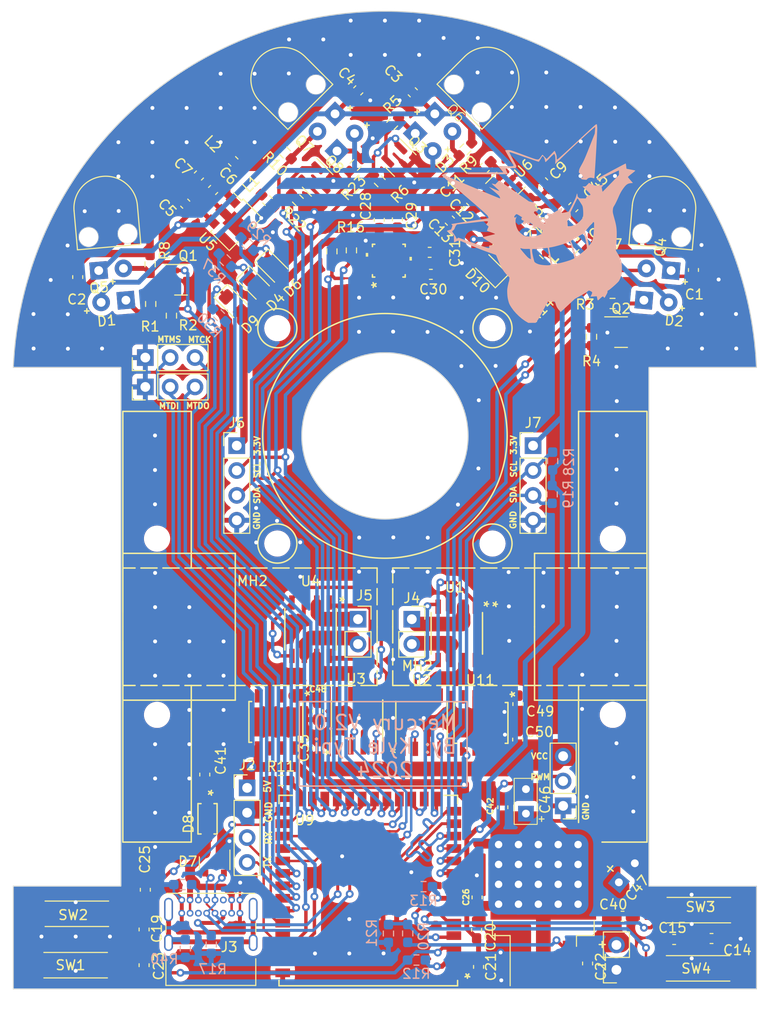
<source format=kicad_pcb>
(kicad_pcb (version 20221018) (generator pcbnew)
  (layers (0 "F.Cu" signal) (31 "B.Cu" signal) (34 "B.Paste" user) (35 "F.Paste" user) (36 "B.SilkS" user "B.Silkscreen") (37 "F.SilkS" user "F.Silkscreen") (38 "B.Mask" user) (39 "F.Mask" user) (44 "Edge.Cuts" user))
  (net 0 "")
  (net 1 "GND")
  (net 2 "/RECV_3.3VA")
  (net 3 "/RECV_GND")
  (net 4 "Net-(U5-VI)")
  (net 5 "Net-(U6-EN)")
  (net 6 "3.3V")
  (net 7 "/BTN1")
  (net 8 "/BTN2")
  (net 9 "/V_BATTERY")
  (net 10 "/RST")
  (net 11 "/BOOT")
  (net 12 "Net-(U10-REGOUT)")
  (net 13 "Net-(D1-K)")
  (net 14 "Net-(D2-K)")
  (net 15 "Net-(D3-K)")
  (net 16 "Net-(D5-K)")
  (net 17 "/USB_D-")
  (net 18 "/USB_D+")
  (net 19 "Net-(J3-CC1)")
  (net 21 "Net-(J3-CC2)")
  (net 22 "unconnected-(J3-SBU2-PadB8)")
  (net 23 "/MR_OUT_A")
  (net 24 "/MR_OUT_B")
  (net 25 "/ML_OUT_A")
  (net 26 "/ML_OUT_B")
  (net 27 "/FL_EMIT")
  (net 28 "/FR_EMIT")
  (net 29 "/FR_RECV")
  (net 30 "/FL_RECV")
  (net 31 "/BATT_DIV")
  (net 32 "Net-(U1-N1G)")
  (net 33 "Net-(U1-N2G)")
  (net 35 "/MR_PWMA")
  (net 36 "/MR_PWMB")
  (net 39 "/ML_PWMA")
  (net 40 "/ML_PWMB")
  (net 41 "Net-(U3-OUTB)")
  (net 42 "Net-(U3-OUTA)")
  (net 44 "/DR_RECV")
  (net 45 "/SCL_0")
  (net 46 "/SDA_0")
  (net 47 "/DL_RECV")
  (net 48 "/SCL_1")
  (net 49 "/SDA_1")
  (net 50 "/UART_RX")
  (net 51 "/UART_TX")
  (net 65 "/VBUS")
  (net 66 "Net-(J3-SHIELD)")
  (net 67 "/FAN_PWM")
  (net 69 "Net-(U12-VCON)")
  (net 70 "/2V")
  (net 71 "Net-(U12-VREF)")
  (net 72 "/5V")
  (net 73 "/ML_6V")
  (net 74 "/MR_6V")
  (net 75 "/DR_EMIT")
  (net 76 "/DL_EMIT")
  (net 79 "/GREEN_LED")
  (net 80 "/BLUE_LED")
  (net 81 "/RED_LED")
  (net 82 "/MTCK")
  (net 83 "/MTDO")
  (net 84 "/MTDI")
  (net 85 "/MTMS")
  (net 86 "Net-(D4-K)")
  (net 87 "Net-(D6-K)")
  (net 88 "Net-(D9-K)")
  (net 90 "unconnected-(U7-NC-Pad6)")
  (net 91 "unconnected-(U7-NC-Pad7)")
  (net 92 "unconnected-(U11-FB-Pad2)")
  (net 98 "Net-(U9-IO45)")
  (net 99 "Net-(U9-IO15)")
  (net 100 "Net-(D10-K)")
  (net 101 "Net-(Q1-S)")
  (net 102 "Net-(Q2-S)")
  (net 103 "Net-(Q3-S)")
  (net 104 "Net-(Q8-S)")
  (footprint "LED_SMD:LED_0805_2012Metric_Pad1.15x1.40mm_HandSolder" (layer "F.Cu") (at 111.525 88.525 -45)
    (fp_text reference "D9")
    (fp_text value "RED_LED")
  )
  (footprint "Capacitor_SMD:C_0603_1608Metric_Pad1.08x0.95mm_HandSolder" (layer "F.Cu") (at 126.425 79.925 90)
    (fp_text reference "C28")
    (fp_text value "2.2uF")
  )
  (footprint "footprint:IR_Receiver_Mirrored" (layer "F.Cu") (at 99 85 5)
    (fp_text reference "Q5")
    (fp_text value "FL_RECV")
    (fp_circle (center -2 -3.5) (end -1 -3.5) (stroke (width 0.05)) (fill none) (layer "Edge.Cuts"))
    (fp_circle (center 2 -3.5) (end 3 -3.5) (stroke (width 0.05)) (fill none) (layer "Edge.Cuts"))
  )
  (footprint "Capacitor_SMD:C_0603_1608Metric_Pad1.08x0.95mm_HandSolder" (layer "F.Cu") (at 102.375 152.425 90)
    (fp_text reference "C19")
    (fp_text value "1uF")
  )
  (footprint "Capacitor_SMD:C_0603_1608Metric_Pad1.08x0.95mm_HandSolder" (layer "F.Cu") (at 139.06 139.94 -90)
    (fp_text reference "C42")
    (fp_text value "10uF (Tantalum)")
  )
  (footprint "Connector_PinSocket_2.54mm:PinSocket_1x02_P2.54mm_Vertical" (layer "F.Cu") (at 150.675 156.55 180)
    (fp_text reference "J1" hide)
    (fp_text value "Battery")
  )
  (footprint "footprint:5V Voltage Reg" (layer "F.Cu") (at 151.2275 150.074 90)
    (fp_text reference "U8" hide)
    (fp_text value "LM1085-5.0")
  )
  (footprint "Capacitor_SMD:C_0603_1608Metric_Pad1.08x0.95mm_HandSolder" (layer "F.Cu") (at 136.425 149.15 -90)
    (fp_text reference "C26")
    (fp_text value "0.1uF")
  )
  (footprint "footprint:D8_TEX" (layer "F.Cu") (at 124.15 131.1 90)
    (fp_text reference "U3")
    (fp_text value "UCC27524ADR")
  )
  (footprint "footprint:SW_SPST_REED_CT05-XXXX-G1" (layer "F.Cu") (at 159.1 150.45 180)
    (fp_text reference "SW3")
    (fp_text value "SW_Push")
  )
  (footprint "footprint:SOIC_81N8TC_DIO" (layer "F.Cu") (at 134.35 122.175 -90)
    (fp_text reference "U1")
    (fp_text value "ZXMHC3F381N8TC" hide)
  )
  (footprint "Package_TO_SOT_SMD:SOT-143" (layer "F.Cu") (at 109.59 145.66 -90)
    (fp_text reference "D7")
    (fp_text value "SP0503BAHT")
  )
  (footprint "LED_SMD:LED_0805_2012Metric_Pad1.15x1.40mm_HandSolder" (layer "F.Cu") (at 115.69 84.91 -45)
    (fp_text reference "D6")
    (fp_text value "GREEN_LED")
  )
  (footprint "footprint:Motor" (layer "F.Cu") (at 119.7 121.5)
    (fp_text reference "MH2")
    (fp_text value "M2_MH")
  )
  (footprint "Capacitor_SMD:C_0603_1608Metric_Pad1.08x0.95mm_HandSolder" (layer "F.Cu") (at 146.26768 78.638816 45)
    (fp_text reference "C45")
    (fp_text value "0.1uF")
  )
  (footprint "Capacitor_SMD:C_0603_1608Metric_Pad1.08x0.95mm_HandSolder" (layer "F.Cu") (at 131.7 85.5 180)
    (fp_text reference "C30")
    (fp_text value "10nF")
  )
  (footprint "footprint:SOT-23" (layer "F.Cu") (at 120.125 75.95 -45)
    (fp_text reference "Q8")
    (fp_text value "Q_NMOS_GSD")
  )
  (footprint "Connector_USB:USB_C_Receptacle_GCT_USB4085" (layer "F.Cu") (at 106.225 149.415)
    (fp_text reference "J3")
    (fp_text value "USB_C_Receptacle_USB2.0")
  )
  (footprint "Inductor_SMD:L_0603_1608Metric_Pad1.05x0.95mm_HandSolder" (layer "F.Cu") (at 111.49 73.95 -45)
    (fp_text reference "L2")
    (fp_text value "4.7uH")
  )
  (footprint "Capacitor_SMD:C_0603_1608Metric_Pad1.08x0.95mm_HandSolder" (layer "F.Cu") (at 102.5 148.37 90)
    (fp_text reference "C25")
    (fp_text value "0.1uF")
  )
  (footprint "Capacitor_SMD:C_0603_1608Metric_Pad1.08x0.95mm_HandSolder" (layer "F.Cu") (at 151.3 151.075 180)
    (fp_text reference "C40")
    (fp_text value "10uF")
  )
  (footprint "Capacitor_SMD:C_0603_1608Metric_Pad1.08x0.95mm_HandSolder" (layer "F.Cu") (at 109.431066 76.877386 45)
    (fp_text reference "C6")
    (fp_text value "2.2uF")
  )
  (footprint "Capacitor_SMD:C_0603_1608Metric_Pad1.08x0.95mm_HandSolder" (layer "F.Cu") (at 138.525 81.025 -135)
    (fp_text reference "C10")
    (fp_text value "0.1uF")
  )
  (footprint "footprint:ESP32­S3­WROOM­1U_EXP" (layer "F.Cu") (at 125.3 148.45 180)
    (fp_text reference "U9")
    (fp_text value "ESP32-S3-WROOM-1U-N16R8")
  )
  (footprint "Resistor_SMD:R_0603_1608Metric_Pad0.98x0.95mm_HandSolder" (layer "F.Cu") (at 123.575 83.05 -90)
    (fp_text reference "R16")
    (fp_text value "10k")
  )
  (footprint "Package_TO_SOT_SMD:SOT-23-5" (layer "F.Cu") (at 138.975 76.75 -135)
    (fp_text reference "U6")
    (fp_text value "TPS73633DBV")
  )
  (footprint "Resistor_SMD:R_0603_1608Metric_Pad0.98x0.95mm_HandSolder" (layer "F.Cu") (at 126.475 76 -45)
    (fp_text reference "R6")
    (fp_text value "47k")
  )
  (footprint "Capacitor_SMD:C_0603_1608Metric_Pad1.08x0.95mm_HandSolder" (layer "F.Cu") (at 120.125 133.9 90)
    (fp_text reference "C35")
    (fp_text value "10uF")
  )
  (footprint "Resistor_SMD:R_0603_1608Metric_Pad0.98x0.95mm_HandSolder" (layer "F.Cu") (at 103.05 88.525 90)
    (fp_text reference "R1")
    (fp_text value "10")
  )
  (footprint "Capacitor_SMD:C_0603_1608Metric_Pad1.08x0.95mm_HandSolder" (layer "F.Cu") (at 160.4 153.35 180)
    (fp_text reference "C14")
    (fp_text value "0.1uF")
  )
  (footprint "" (layer "F.Cu") (at 138 91)
    (fp_text reference "")
    (fp_text value "")
  )
  (footprint "footprint:IR_Reciever" (layer "F.Cu") (at 155 85 -5)
    (fp_text reference "Q4")
    (fp_text value "FR_RECV")
    (fp_circle (center -2 -3.5) (end -1 -3.5) (stroke (width 0.05)) (fill none) (layer "Edge.Cuts"))
    (fp_circle (center 2 -3.5) (end 3 -3.5) (stroke (width 0.05)) (fill none) (layer "Edge.Cuts"))
  )
  (footprint "Resistor_SMD:R_0603_1608Metric_Pad0.98x0.95mm_HandSolder" (layer "F.Cu") (at 116.775 73.05 135)
    (fp_text reference "R10")
    (fp_text value "1.8k")
  )
  (footprint "Capacitor_SMD:C_0603_1608Metric_Pad1.08x0.95mm_HandSolder" (layer "F.Cu") (at 143.17 76.1 135)
    (fp_text reference "C9")
    (fp_text value "0.1uF")
  )
  (footprint "footprint:SOT-23" (layer "F.Cu") (at 128.625 73.925 -45)
    (fp_text reference "Q3")
    (fp_text value "Q_NMOS_GSD")
  )
  (footprint "Capacitor_SMD:C_0603_1608Metric_Pad1.08x0.95mm_HandSolder" (layer "F.Cu") (at 102.375 156.075 -90)
    (fp_text reference "C23")
    (fp_text value "0.1uF")
  )
  (footprint "Connector_PinHeader_2.54mm:PinHeader_1x03_P2.54mm_Vertical" (layer "F.Cu") (at 102.5 97 90)
    (fp_text reference "J9" hide)
    (fp_text value "JTAG_Conn1")
  )
  (footprint "Capacitor_SMD:C_0603_1608Metric_Pad1.08x0.95mm_HandSolder" (layer "F.Cu") (at 128.275 79.875 90)
    (fp_text reference "C29")
    (fp_text value "0.1uF")
  )
  (footprint "footprint:HTSOP-J8_ROM" (layer "F.Cu") (at 136.825 131.325 -90)
    (fp_text reference "U11")
    (fp_text value "~")
  )
  (footprint "Resistor_SMD:R_0603_1608Metric_Pad0.98x0.95mm_HandSolder" (layer "F.Cu") (at 116.36 137.21)
    (fp_text reference "R11")
    (fp_text value "47k")
  )
  (footprint "LED_SMD:LED_0805_2012Metric_Pad1.15x1.40mm_HandSolder" (layer "F.Cu") (at 137.65 84.875 135)
    (fp_text reference "D10")
    (fp_text value "POWER_LED")
  )
  (footprint "Resistor_SMD:R_0603_1608Metric_Pad0.98x0.95mm_HandSolder" (layer "F.Cu") (at 150.275 88.475 180)
    (fp_text reference "R3")
    (fp_text value "10")
  )
  (footprint "Resistor_SMD:R_0603_1608Metric_Pad0.98x0.95mm_HandSolder" (layer "F.Cu") (at 121.575 83.15 -90)
    (fp_text reference "R15" hide)
    (fp_text value "10k")
  )
  (footprint "Capacitor_SMD:C_0603_1608Metric_Pad1.08x0.95mm_HandSolder" (layer "F.Cu") (at 129.85 66.9 135)
    (fp_text reference "C3")
    (fp_text value "2.2uF")
  )
  (footprint "Resistor_SMD:R_0603_1608Metric_Pad0.98x0.95mm_HandSolder" (layer "F.Cu") (at 140.875 87.875 -45)
    (fp_text reference "R14")
    (fp_text value "75")
  )
  (footprint "Resistor_SMD:R_0603_1608Metric_Pad0.98x0.95mm_HandSolder" (layer "F.Cu") (at 147.025 83.525 45)
    (fp_text reference "R46")
    (fp_text value "115k")
  )
  (footprint "footprint:HTSOP-J8_ROM" (layer "F.Cu") (at 115.85 131.225 -90)
    (fp_text reference "U7" hide)
    (fp_text value "~" hide)
  )
  (footprint "footprint:1N5819HW-7-F_DIO" (layer "F.Cu") (at 108.86 141.12 -90)
    (fp_text reference "D8")
    (fp_text value "1N5819HW-7-F")
  )
  (footprint "Capacitor_SMD:C_0603_1608Metric_Pad1.08x0.95mm_HandSolder" (layer "F.Cu") (at 124.275 66.7 45)
    (fp_text reference "C4")
    (fp_text value "2.2uF")
  )
  (footprint "Capacitor_SMD:C_0603_1608Metric_Pad1.08x0.95mm_HandSolder" (layer "F.Cu") (at 158.55 85.05 90)
    (fp_text reference "C1")
    (fp_text value "2.2uF")
  )
  (footprint "Connector_PinHeader_2.54mm:PinHeader_1x04_P2.54mm_Vertical" (layer "F.Cu") (at 112.91 137.96)
    (fp_text reference "J2")
    (fp_text value "UART")
  )
  (footprint "" (layer "F.Cu") (at 138 113)
    (fp_text reference "")
    (fp_text value "")
  )
  (footprint "Connector_PinHeader_2.54mm:PinHeader_1x04_P2.54mm_Vertical" (layer "F.Cu") (at 111.85 103)
    (fp_text reference "J6")
    (fp_text value "Encoder_L")
  )
  (footprint "Resistor_SMD:R_0603_1608Metric_Pad0.98x0.95mm_HandSolder" (layer "F.Cu") (at 102.9875 84.475 90)
    (fp_text reference "R8")
    (fp_text value "1.8k")
  )
  (footprint "Capacitor_SMD:C_0603_1608Metric_Pad1.08x0.95mm_HandSolder" (layer "F.Cu") (at 95.5875 85.775 90)
    (fp_text reference "C2")
    (fp_text value "2.2uF")
  )
  (footprint "Capacitor_SMD:C_0603_1608Metric_Pad1.08x0.95mm_HandSolder" (layer "F.Cu") (at 140.6 129.4 -90)
    (fp_text reference "C49")
    (fp_text value "10uF")
  )
  (footprint "Capacitor_SMD:C_0603_1608Metric_Pad1.08x0.95mm_HandSolder" (layer "F.Cu") (at 147.71768 79.963816 45)
    (fp_text reference "C44")
    (fp_text value "10uF")
  )
  (footprint "Package_TO_SOT_SMD:SOT-89-3" (layer "F.Cu") (at 111.793198 80.439518 -45)
    (fp_text reference "U5")
    (fp_text value "MCP1700")
  )
  (footprint "Capacitor_SMD:C_0603_1608Metric_Pad1.08x0.95mm_HandSolder" (layer "F.Cu") (at 106.581066 78.277386 135)
    (fp_text reference "C5")
    (fp_text value "2.2uF")
  )
  (footprint "Capacitor_SMD:C_0603_1608Metric_Pad1.08x0.95mm_HandSolder" (layer "F.Cu") (at 131.575 83.25 180)
    (fp_text reference "C31")
    (fp_text value "0.1uF")
  )
  (footprint "Resistor_SMD:R_0603_1608Metric_Pad0.98x0.95mm_HandSolder" (layer "F.Cu") (at 124 74.325 -135)
    (fp_text reference "R23")
    (fp_text value "10")
  )
  (footprint "" (layer "F.Cu") (at 116 91)
    (fp_text reference "")
    (fp_text value "")
  )
  (footprint "Resistor_SMD:R_0603_1608Metric_Pad0.98x0.95mm_HandSolder" (layer "F.Cu") (at 142.625 84.1 -45)
    (fp_text reference "R45")
    (fp_text value "223k")
  )
  (footprint "Inductor_SMD:L_0603_1608Metric_Pad1.05x0.95mm_HandSolder" (layer "F.Cu") (at 141.228903 78.385185 45)
    (fp_text reference "L3")
    (fp_text value "4.7uH")
  )
  (footprint "LED_SMD:LED_0805_2012Metric_Pad1.15x1.40mm_HandSolder" (layer "F.Cu") (at 113.8 86.65 -45)
    (fp_text reference "D4")
    (fp_text value "BLUE_LED")
  )
  (footprint "Capacitor_THT:CP_Radial_D5.0mm_P2.50mm" (layer "F.Cu") (at 141.42 140.59 90)
    (fp_text reference "C46")
    (fp_text value "100uF")
  )
  (footprint "Inductor_SMD:L_0603_1608Metric_Pad1.05x0.95mm_HandSolder" (layer "F.Cu") (at 115 77.975 135)
    (fp_text reference "L1")
    (fp_text value "4.7uH")
  )
  (footprint "Capacitor_SMD:C_0603_1608Metric_Pad1.08x0.95mm_HandSolder" (layer "F.Cu") (at 156.575 153.45)
    (fp_text reference "C15")
    (fp_text value "0.1uF")
  )
  (footprint "Capacitor_SMD:C_0603_1608Metric_Pad1.08x0.95mm_HandSolder" (layer "F.Cu") (at 107.981066 75.402386 45)
    (fp_text reference "C7")
    (fp_text value "0.1uF")
  )
  (footprint "footprint:SOT-23" (layer "F.Cu") (at 151.15 91.4)
    (fp_text reference "Q2")
    (fp_text value "Q_NMOS_GSD")
  )
  (footprint "Capacitor_SMD:C_0603_1608Metric_Pad1.08x0.95mm_HandSolder" (layer "F.Cu") (at 133.64 80.01 135)
    (fp_text reference "C13")
    (fp_text value "0.1uF")
  )
  (footprint "footprint:Motor" (layer "F.Cu") (at 134.3 121.5 180)
    (fp_text reference "MH2")
    (fp_text value "M2_MH")
  )
  (footprint "Capacitor_SMD:C_0603_1608Metric_Pad1.08x0.95mm_HandSolder" (layer "F.Cu") (at 140.575 133.025 90)
    (fp_text reference "C50")
    (fp_text value "10uF")
  )
  (footprint "Connector_PinSocket_2.54mm:PinSocket_1x02_P2.54mm_Vertical" (layer "F.Cu") (at 124.25 120.73)
    (fp_text reference "J5")
    (fp_text value "Conn_01x02_Socket")
  )
  (footprint "footprint:IR_Receiver_Mirrored" (layer "F.Cu") (at 133 70 -45)
    (fp_text reference "Q6")
    (fp_text value "R_RECV")
    (fp_circle (center -2 -3.5) (end -1 -3.5) (stroke (width 0.05)) (fill none) (layer "Edge.Cuts"))
    (fp_circle (center 2 -3.5) (end 3 -3.5) (stroke (width 0.05)) (fill none) (layer "Edge.Cuts"))
  )
  (footprint "Capacitor_SMD:C_0603_1608Metric_Pad1.08x0.95mm_HandSolder" (layer "F.Cu") (at 135.82 77.98 135)
    (fp_text reference "C12")
    (fp_text value "10uF")
  )
  (footprint "Connector_PinHeader_2.54mm:PinHeader_1x04_P2.54mm_Vertical" (layer "F.Cu") (at 142.15 103)
    (fp_text reference "J7")
    (fp_text value "Encoder_R")
  )
  (footprint "footprint:SW_SPST_REED_CT05-XXXX-G1" (layer "F.Cu") (at 159.025 156.4 180)
    (fp_text reference "SW4")
    (fp_text value "SW_Push")
  )
  (footprint "footprint:SIL0008A" (layer "F.Cu") (at 144.59268 82.038816 135)
    (fp_text reference "U12" hide)
    (fp_text value "LMZ10501SILR")
  )
  (footprint "footprint:Emitter" (layer "F.Cu") (at 123 72 45)
    (fp_text reference "D5" hide)
    (fp_text value "L_EMIT")
  )
  (footprint "Capacitor_SMD:C_0603_1608Metric_Pad1.08x0.95mm_HandSolder" (layer "F.Cu") (at 136.375 152.475 90)
    (fp_text reference "C20")
    (fp_text value "10uF")
  )
  (footprint "footprint:QFN24_3X3X0P9_IVS" (layer "F.Cu") (at 127.401 84.1 90)
    (fp_text reference "U10" hide)
    (fp_text value "MPU-6500")
  )
  (footprint "Resistor_SMD:R_0603_1608Metric_Pad0.98x0.95mm_HandSolder" (layer "F.Cu") (at 148.125 91.875 -90)
    (fp_text reference "R4")
    (fp_text value "47k")
  )
  (footprint "Resistor_SMD:R_0603_1608Metric_Pad0.98x0.95mm_HandSolder" (layer "F.Cu") (at 105.17 89.72 -90)
    (fp_text reference "R2")
    (fp_text value "47k")
  )
  (footprint "Connector_PinHeader_2.54mm:PinHeader_1x03_P2.54mm_Vertical" (layer "F.Cu") (at 102.5 94 90)
    (fp_text reference "J10" hide)
    (fp_text value "JTAG_Conn2")
  )
  (footprint "footprint:Emitter" (layer "F.Cu") (at 99.25 88.25 -175)
    (fp_text reference "D1")
    (fp_text value "FL_EMIT")
  )
  (footprint "Connector_PinSocket_2.54mm:PinSocket_1x02_P2.54mm_Vertical" (layer "F.Cu") (at 129.75 120.73)
    (fp_text reference "J4")
    (fp_text value "Conn_01x02_Socket")
  )
  (footprint "Capacitor_SMD:C_0603_1608Metric_Pad1.08x0.95mm_HandSolder" (layer "F.Cu") (at 137.2 74.625 -135)
    (fp_text reference "C11")
    (fp_text value "10uF")
  )
  (footprint "Resistor_SMD:R_0603_1608Metric_Pad0.98x0.95mm_HandSolder" (layer "F.Cu") (at 135.23 72.72 45)
    (fp_text reference "R9")
    (fp_text value "1.8k")
  )
  (footprint "footprint:Emitter" (layer "F.Cu") (at 131 72 -45)
    (fp_text reference "D3")
    (fp_text value "R_EMIT")
  )
  (footprint "footprint:SW_SPST_REED_CT05-XXXX-G1" (layer "F.Cu") (at 95.375 156.075)
    (fp_text reference "SW1")
    (fp_text value "SW_Push")
  )
  (footprint "Capacitor_SMD:C_0603_1608Metric_Pad1.08x0.95mm_HandSolder" (layer "F.Cu") (at 147.725 155.9 90)
    (fp_text reference "C22")
    (fp_text value "0.1uF")
  )
  (footprint "Connector_PinHeader_2.54mm:PinHeader_1x03_P2.54mm_Vertical" (layer "F.Cu") (at 145.225 139.8 180)
    (fp_text reference "J8" hide)
    (fp_text value "Conn_01x03_Socket")
  )
  (footprint "Resistor_SMD:R_0603_1608Metric_Pad0.98x0.95mm_HandSolder" (layer "F.Cu") (at 127.75 70.15 -135)
    (fp_text reference "R5")
    (fp_text value "10")
  )
  (footprint "Resistor_SMD:R_0603_1608Metric_Pad0.98x0.95mm_HandSolder" (layer "F.Cu") (at 150.3 84.725 90)
    (fp_text reference "R7")
    (fp_text value "1.8k")
  )
  (footprint "Capacitor_SMD:C_0603_1608Metric_Pad1.08x0.95mm_HandSolder" (layer "F.Cu") (at 145.525 86.15 -45)
    (fp_text reference "C43")
    (fp_text value "470pF")
  )
  (footprint "Capacitor_SMD:C_0603_1608Metric_Pad1.08x0.95mm_HandSolder" (layer "F.Cu") (at 139.82 82.83 45)
    (fp_text reference "C16")
    (fp_text value "10uF")
  )
  (footprint "footprint:SOIC_81N8TC_DIO" (layer "F.Cu") (at 119.395 121.75 -90)
    (fp_text reference "U4")
    (fp_text value "ZXMHC3F381N8TC")
  )
  (footprint "Capacitor_THT:CP_Radial_D5.0mm_P2.50mm" (layer "F.Cu") (at 150.922193 147.609344 50)
    (fp_text reference "C47")
    (fp_text value "100uF")
  )
  (footprint "footprint:SW_SPST_REED_CT05-XXXX-G1" (layer "F.Cu") (at 95.5 150.825)
    (fp_text reference "SW2")
    (fp_text value "SW_Push")
  )
  (footprint "footprint:Emitter" (layer "F.Cu") (at 154.75 88.25 -5)
    (fp_text reference "D2")
    (fp_text value "FR_EMIT")
  )
  (footprint "" (layer "F.Cu") (at 116 113)
    (fp_text reference "")
    (fp_text value "")
  )
  (footprint "footprint:D8_TEX" (layer "F.Cu") (at 130.745 131.24915 90)
    (fp_text reference "U2")
    (fp_text value "UCC27524ADR")
  )
  (footprint "Capacitor_SMD:C_0603_1608Metric_Pad1.08x0.95mm_HandSolder" (layer "F.Cu") (at 108.58 136.6 90)
    (fp_text reference "C41")
    (fp_text value "10uF")
  )
  (footprint "Capacitor_SMD:C_0603_1608Metric_Pad1.08x0.95mm_HandSolder" (layer "F.Cu") (at 136.575 156.25 -90)
    (fp_text reference "C21")
    (fp_text value "0.1uF")
  )
  (footprint "Capacitor_SMD:C_0603_1608Metric_Pad1.08x0.95mm_HandSolder" (layer "F.Cu") (at 120.125 130.125 -90)
    (fp_text reference "C48")
    (fp_text value "10uF")
  )
  (footprint "footprint:IR_Reciever" (layer "F.Cu") (at 121 70 45)
    (fp_text reference "Q7")
    (fp_text value "L_RECV")
    (fp_circle (center -2 -3.5) (end -1 -3.5) (stroke (width 0.05)) (fill none) (layer "Edge.Cuts"))
    (fp_circle (center 2 -3.5) (end 3 -3.5) (stroke (width 0.05)) (fill none) (layer "Edge.Cuts"))
  )
  (footprint "footprint:SOT-23" (layer "F.Cu") (at 106.15 86.05)
    (fp_text reference "Q1")
    (fp_text value "Q_NMOS_GSD")
  )
  (footprint "Resistor_SMD:R_0603_1608Metric_Pad0.98x0.95mm_HandSolder" (layer "F.Cu") (at 118.1 77.925 -45)
    (fp_text reference "R22")
    (fp_text value "47k")
  )
  (footprint "Resistor_SMD:R_0603_1608Metric_Pad0.98x0.95mm_HandSolder" (layer "B.Cu") (at 127.36 152.84 -90)
    (fp_text reference "R21")
    (fp_text value "10k")
  )
  (footprint "Resistor_SMD:R_0603_1608Metric_Pad0.98x0.95mm_HandSolder" (layer "B.Cu") (at 130.95 148.05)
    (fp_text reference "R13")
    (fp_text value "47k")
  )
  (footprint "Resistor_SMD:R_0603_1608Metric_Pad0.98x0.95mm_HandSolder" (layer "B.Cu") (at 144.15 104.575 -90)
    (fp_text reference "R28")
    (fp_text value "10k")
  )
  (footprint "Resistor_SMD:R_0603_1608Metric_Pad0.98x0.95mm_HandSolder" (layer "B.Cu") (at 130.225 155.55 180)
    (fp_text reference "R12")
    (fp_text value "10k")
  )
  (footprint "Resistor_SMD:R_0603_1608Metric_Pad0.98x0.95mm_HandSolder" (layer "B.Cu") (at 144.1 107.975 90)
    (fp_text reference "R19")
    (fp_text value "10k")
  )
  (footprint "Resistor_SMD:R_0603_1608Metric_Pad0.98x0.95mm_HandSolder" (layer "B.Cu") (at 112.93 82.4 135)
    (fp_text reference "R29")
    (fp_text value "75")
  )
  (footprint "Resistor_SMD:R_0603_1608Metric_Pad0.98x0.95mm_HandSolder" (layer "B.Cu") (at 110.675 84.05 135)
    (fp_text reference "R37")
    (fp_text value "75")
  )
  (footprint "Resistor_SMD:R_0603_1608Metric_Pad0.98x0.95mm_HandSolder" (layer "B.Cu") (at 106.325 147.84 180)
    (fp_text reference "R18" hide)
    (fp_text value "5.1k")
  )
  (footprint "Resistor_SMD:R_0603_1608Metric_Pad0.98x0.95mm_HandSolder" (layer "B.Cu") (at 110.05 89.675 -45)
    (fp_text reference "R30")
    (fp_text value "750")
  )
  (footprint "Resistor_SMD:R_0603_1608Metric_Pad0.98x0.95mm_HandSolder" (layer "B.Cu") (at 109.24 153.96 -90)
    (fp_text reference "R17")
    (fp_text value "5.1k")
  )
  (footprint "Resistor_SMD:R_0603_1608Metric_Pad0.98x0.95mm_HandSolder" (layer "B.Cu") (at 106.59 154.37 -90)
    (fp_text reference "R40")
    (fp_text value "47k")
  )
  (footprint "Resistor_SMD:R_0603_1608Metric_Pad0.98x0.95mm_HandSolder" (layer "B.Cu") (at 129.33 152.83 -90)
    (fp_text reference "R20")
    (fp_text value "20k")
  )
  (footprint "footprint:gengar" (layer "B.Cu") (at 143.35 80.43 180)
    (fp_text reference "G***")
    (fp_text value "LOGO" hide)
  )
  (gr_rect (start 118.25 129.15) (end 135.4 137.775) (stroke (width 0.15)) (fill none) (layer "B.SilkS"))
  (gr_circle (center 138 91) (end 140 91) (stroke (width 0.15)) (fill none) (layer "F.SilkS"))
  (gr_circle (center 127 102) (end 139.5 102) (stroke (width 0.15)) (fill none) (layer "F.SilkS"))
  (gr_circle (center 138 113) (end 140 113) (stroke (width 0.15)) (fill none) (layer "F.SilkS"))
  (gr_circle (center 116 91) (end 118 91) (stroke (width 0.15)) (fill none) (layer "F.SilkS"))
  (gr_circle (center 116 113) (end 118 113) (stroke (width 0.15)) (fill none) (layer "F.SilkS"))
  (gr_line (start 154 95) (end 165 95) (stroke (width 0.1)) (layer "Edge.Cuts"))
  (gr_line (start 165 158.5) (end 165 148) (stroke (width 0.1)) (layer "Edge.Cuts"))
  (gr_arc (start 89 95) (mid 127 58.622913) (end 165 95) (stroke (width 0.1)) (layer "Edge.Cuts"))
  (gr_line (start 100 148) (end 100 95) (stroke (width 0.1)) (layer "Edge.Cuts"))
  (gr_line (start 154 158.5) (end 165 158.5) (stroke (width 0.1)) (layer "Edge.Cuts"))
  (gr_line (start 154 158.5) (end 100 158.5) (stroke (width 0.1)) (layer "Edge.Cuts"))
  (gr_line (start 154 148) (end 154 95) (stroke (width 0.1)) (layer "Edge.Cuts"))
  (gr_circle (center 127 102) (end 135.5 102) (stroke (width 0.1)) (fill none) (layer "Edge.Cuts"))
  (gr_line (start 89 148) (end 89 158.5) (stroke (width 0.1)) (layer "Edge.Cuts"))
  (gr_line (start 165 148) (end 154 148) (stroke (width 0.1)) (layer "Edge.Cuts"))
  (gr_line (start 89 95) (end 100 95) (stroke (width 0.1)) (layer "Edge.Cuts"))
  (gr_line (start 100 148) (end 89 148) (stroke (width 0.1)) (layer "Edge.Cuts"))
  (gr_line (start 89 158.5) (end 100 158.5) (stroke (width 0.1)) (layer "Edge.Cuts"))
  (gr_text "Mercury V2.0\nBy: Kyle Tyni\n2024" (at 127 137) (layer "B.SilkS") (effects (font (size 1.5 1.5) (thickness 0.2)) (justify bottom mirror)))
  (gr_text "-" (at 148.525 156.475) (layer "F.SilkS") (effects (font (size 0.8 0.8)) (justify left bottom)))
  (gr_text "GND\n" (at 140.475 111.6 90) (layer "F.SilkS") (effects (font (size 0.6 0.6)) (justify left bottom)))
  (gr_text "MTCK\n" (at 108.05 92.175) (layer "F.SilkS") (effects (font (size 0.6 0.6))))
  (gr_text "5V" (at 115.4 138.55 90) (layer "F.SilkS") (effects (font (size 0.7 0.7)) (justify left bottom)))
  (gr_text "3.3V" (at 140.525 104 90) (layer "F.SilkS") (effects (font (size 0.6 0.6)) (justify left bottom)))
  (gr_text "PWM" (at 141.8 137.2) (layer "F.SilkS") (effects (font (size 0.6 0.6)) (justify left bottom)))
  (gr_text "+" (at 148.625 154.375) (layer "F.SilkS") (effects (font (size 0.8 0.8)) (justify left bottom)))
  (gr_text "RX\n" (at 115.5 143.85 90) (layer "F.SilkS") (effects (font (size 0.7 0.7)) (justify left bottom)))
  (gr_text "MTDO" (at 107.875 98.925) (layer "F.SilkS") (effects (font (size 0.6 0.6))))
  (gr_text "SDA" (at 114.275 109.025 90) (layer "F.SilkS") (effects (font (size 0.6 0.6)) (justify left bottom)))
  (gr_text "+" (at 129.825 69.225) (layer "F.SilkS") (effects (font (size 0.6 0.6)) (justify left bottom)))
  (gr_text "MTDI" (at 104.925 98.95) (layer "F.SilkS") (effects (font (size 0.6 0.6))))
  (gr_text "MTMS" (at 104.95 92.15) (layer "F.SilkS") (effects (font (size 0.6 0.6))))
  (gr_text "TX\n" (at 115.425 146.225 90) (layer "F.SilkS") (effects (font (size 0.7 0.7)) (justify left bottom)))
  (gr_text "+" (at 157.225 86.575) (layer "F.SilkS") (effects (font (size 0.6 0.6)) (justify left bottom)))
  (gr_text "+" (at 132.95 73.05) (layer "F.SilkS") (effects (font (size 0.6 0.6)) (justify left bottom)))
  (gr_text "SCL" (at 140.525 106.325 90) (layer "F.SilkS") (effects (font (size 0.6 0.6)) (justify left bottom)))
  (gr_text "+" (at 98.7 86.55) (layer "F.SilkS") (effects (font (size 0.6 0.6)) (justify left bottom)))
  (gr_text "GND" (at 115.525 141.6 90) (layer "F.SilkS") (effects (font (size 0.7 0.7)) (justify left bottom)))
  (gr_text "+" (at 96.05 89.55) (layer "F.SilkS") (effects (font (size 0.6 0.6)) (justify left bottom)))
  (gr_text "GND\n" (at 114.25 111.675 90) (layer "F.SilkS") (effects (font (size 0.6 0.6)) (justify left bottom)))
  (gr_text "VCC" (at 141.85 135.075) (layer "F.SilkS") (effects (font (size 0.6 0.6)) (justify left bottom)))
  (gr_text "SCL" (at 114.3 106.4 90) (layer "F.SilkS") (effects (font (size 0.6 0.6)) (justify left bottom)))
  (gr_text "SDA" (at 140.5 108.95 90) (layer "F.SilkS") (effects (font (size 0.6 0.6)) (justify left bottom)))
  (gr_text "3.3V" (at 114.3 104.075 90) (layer "F.SilkS") (effects (font (size 0.6 0.6)) (justify left bottom)))
  (gr_text "+" (at 156.925 89.275) (layer "F.SilkS") (effects (font (size 0.6 0.6)) (justify left bottom)))
  (gr_text "+" (at 124.7 70.575) (layer "F.SilkS") (effects (font (size 0.6 0.6)) (justify left bottom)))
  (gr_text "GND" (at 147.9 141.35 90) (layer "F.SilkS") (effects (font (size 0.6 0.6)) (justify left bottom)))
  (gr_text "+" (at 122.975 68.825) (layer "F.SilkS") (effects (font (size 0.6 0.6)) (justify left bottom)))
  (segment (start 126.80114 149.14088) (end 125.4016 149.14088) (width 0.25) (layer "F.Cu") (net 1))
  (segment (start 126.80114 150.54042) (end 128.20068 150.54042) (width 0.25) (layer "F.Cu") (net 1))
  (segment (start 125.075 82.455) (end 125.075 83.125) (width 0.25) (layer "F.Cu") (net 1))
  (segment (start 136.19 131.96) (end 136.825 131.325) (width 0.25) (layer "F.Cu") (net 1))
  (segment (start 139.1 155.875) (end 139.05 155.925) (width 0.25) (layer "F.Cu") (net 1))
  (segment (start 142.56012 75.49012) (end 142.56012 75.47012) (width 0.5) (layer "F.Cu") (net 1))
  (segment (start 125.877 83.500001) (end 126.425 83.500001) (width 0.19) (layer "F.Cu") (net 1))
  (segment (start 128.20068 150.54042) (end 128.20068 149.14088) (width 0.25) (layer "F.Cu") (net 1))
  (segment (start 116.485 131.86) (end 115.85 131.225) (width 0.25) (layer "F.Cu") (net 1))
  (segment (start 116.485 130.59) (end 115.85 131.225) (width 0.25) (layer "F.Cu") (net 1))
  (segment (start 118.76 120.465) (end 118.475 120.75) (width 0.25) (layer "F.Cu") (net 1))
  (segment (start 125.4016 147.74134) (end 125.4016 149.14088) (width 0.25) (layer "F.Cu") (net 1))
  (segment (start 157.4375 153.45) (end 157.4375 153.7075) (width 0.25) (layer "F.Cu") (net 1))
  (segment (start 125.346961 82.056961) (end 125.033691 82.056961) (width 0.25) (layer "F.Cu") (net 1))
  (segment (start 126.24 82.12) (end 125.41 82.12) (width 0.25) (layer "F.Cu") (net 1))
  (segment (start 106.225 151.625) (end 107.32 152.72) (width 0.4) (layer "F.Cu") (net 1))
  (segment (start 128.20068 147.74134) (end 128.20068 149.14088) (width 0.25) (layer "F.Cu") (net 1))
  (segment (start 126.425 83.500001) (end 128.925 83.500001) (width 0.19) (layer "F.Cu") (net 1))
  (segment (start 125.4016 149.14088) (end 125.4016 150.54042) (width 0.25) (layer "F.Cu") (net 1))
  (segment (start 144.59268 82.038816) (end 144.59268 82.20732) (width 0.25) (layer "F.Cu") (net 1))
  (segment (start 126.80114 149.14088) (end 126.80114 147.74134) (width 0.25) (layer "F.Cu") (net 1))
  (segment (start 128.20068 149.14088) (end 126.80114 149.14088) (width 0.25) (layer "F.Cu") (net 1))
  (segment (start 120.125 130.9875) (end 120.3375 131.2) (width 0.5) (layer "F.Cu") (net 1))
  (segment (start 124.785 132.235) (end 124.8 132.22) (width 0.25) (layer "F.Cu") (net 1))
  (segment (start 125.41 82.12) (end 125.346961 82.056961) (width 0.25) (layer "F.Cu") (net 1))
  (segment (start 137.46 130.69) (end 136.825 131.325) (width 0.25) (layer "F.Cu") (net 1))
  (segment (start 145.953861 82.02114) (end 145.741729 81.809008) (width 0.25) (layer "F.Cu") (net 1))
  (segment (start 125.4016 147.74134) (end 126.80114 147.74134) (width 0.25) (layer "F.Cu") (net 1))
  (segment (start 106.225 150.765) (end 106.225 149.415) (width 0.4) (layer "F.Cu") (net 1))
  (segment (start 126.80114 147.74134) (end 128.20068 147.74134) (width 0.25) (layer "F.Cu") (net 1))
  (segment (start 112.175 151.605) (end 112.175 150.765) (width 0.4) (layer "F.Cu") (net 1))
  (segment (start 124.785 133.82415) (end 124.785 132.235) (width 0.5) (layer "F.Cu") (net 1))
  (segment (start 115.215 130.59) (end 115.85 131.225) (width 0.25) (layer "F.Cu") (net 1))
  (segment (start 118.790336 78.525134) (end 118.745235 78.570235) (width 0.25) (layer "F.Cu") (net 1))
  (segment (start 112.2 148.225) (end 112.175 148.25) (width 0.25) (layer "F.Cu") (net 1))
  (segment (start 112.175 148.25) (end 112.175 149.415) (width 0.25) (layer "F.Cu") (net 1))
  (segment (start 136.19 130.69) (end 136.825 131.325) (width 0.25) (layer "F.Cu") (net 1))
  (segment (start 118.745235 78.715235) (end 118.745235 78.570235) (width 0.25) (layer "F.Cu") (net 1))
  (segment (start 144.150736 81.137256) (end 143.36348 80.35) (width 0.25) (layer "F.Cu") (net 1))
  (segment (start 126.374401 82.254401) (end 126.24 82.12) (width 0.25) (layer "F.Cu") (net 1))
  (segment (start 121.73 75.95) (end 121.54 75.95) (width 0.25) (layer "F.Cu") (net 1))
  (segment (start 131.38 133.73) (end 131.38 133.9733) (width 0.25) (layer "F.Cu") (net 1))
  (segment (start 115.215 128.558) (end 115.215 130.59) (width 0.5) (layer "F.Cu") (net 1))
  (segment (start 144.59268 81.5792) (end 144.59268 82.038816) (width 0.25) (layer "F.Cu") (net 1))
  (segment (start 118.76 119.02585) (end 118.76 120.465) (width 0.25) (layer "F.Cu") (net 1))
  (segment (start 102.375 151.5625) (end 102.375 151.7) (width 0.25) (layer "F.Cu") (net 1))
  (segment (start 112.2 147.6405) (end 112.2 148.225) (width 0.25) (layer "F.Cu") (net 1))
  (segment (start 112.175 149.415) (end 112.175 150.765) (width 0.25) (layer "F.Cu") (net 1))
  (segment (start 115.215 131.86) (end 115.85 131.225) (width 0.25) (layer "F.Cu") (net 1))
  (segment (start 133.715 119.45085) (end 133.715 119) (width 0.25) (layer "F.Cu") (net 1))
  (segment (start 128.2 84.31) (end 128.21 84.3) (width 0.19) (layer "F.Cu") (net 1))
  (segment (start 126.80114 149.14088) (end 126.80114 150.54042) (width 0.25) (layer "F.Cu") (net 1))
  (segment (start 126.374401 82.576) (end 126.374401 82.254401) (width 0.25) (layer "F.Cu") (net 1))
  (segment (start 144.822488 81.809008) (end 144.59268 82.038816) (width 0.25) (layer "F.Cu") (net 1))
  (segment (start 128.21 84.3) (end 128.925 84.3) (width 0.19) (layer "F.Cu") (net 1))
  (segment (start 125.4016 150.54042) (end 126.80114 150.54042) (width 0.25) (layer "F.Cu") (net 1))
  (segment (start 125.075 83.319799) (end 125.255202 83.500001) (width 0.19) (layer "F.Cu") (net 1))
  (segment (start 121.54 75.95) (end 120.877087 76.612913) (width 0.5) (layer "F.Cu") (net 1))
  (segment (start 144.59268 82.20732) (end 141.45 85.35) (width 0.25) (layer "F.Cu") (net 1))
  (segment (start 140.6575 155.875) (end 139.1 155.875) (width 2) (layer "F.Cu") (net 1))
  (segment (start 138.4449 130.2) (end 139.225 130.2) (width 0.5) (layer "F.Cu") (net 1))
  (segment (start 102.375 151.7) (end 100.75 153.325) (width 0.25) (layer "F.Cu") (net 1))
  (segment (start 143.36348 80.35) (end 142.45 80.35) (width 0.25) (layer "F.Cu") (net 1))
  (segment (start 125.075 83.125) (end 125.075 83.319799) (width 0.19) (layer "F.Cu") (net 1))
  (segment (start 107.32 152.72) (end 111.06 152.72) (width 0.4) (layer "F.Cu") (net 1))
  (segment (start 142.45 80.35) (end 141.9 79.8) (width 0.25) (layer "F.Cu") (net 1))
  (segment (start 120.877087 76.612913) (end 120.787913 76.612913) (width 0.25) (layer "F.Cu") (net 1))
  (segment (start 111.06 152.72) (end 112.175 151.605) (width 0.4) (layer "F.Cu") (net 1))
  (segment (start 119.1545 79.1245) (end 118.745235 78.715235) (width 0.5) (layer "F.Cu") (net 1))
  (segment (start 136.19 128.658) (end 136.19 130.69) (width 0.5) (layer "F.Cu") (net 1))
  (segment (start 106.225 150.765) (end 106.225 151.625) (width 0.4) (layer "F.Cu") (net 1))
  (segment (start 125.255202 83.500001) (end 125.877 83.500001) (width 0.19) (layer "F.Cu") (net 1))
  (segment (start 137.46 131.96) (end 136.825 131.325) (width 0.25) (layer "F.Cu") (net 1))
  (segment (start 144.150736 81.137256) (end 144.59268 81.5792) (width 0.25) (layer "F.Cu") (net 1))
  (segment (start 145.741729 81.809008) (end 144.822488 81.809008) (width 0.25) (layer "F.Cu") (net 1))
  (segment (start 125.41 82.12) (end 125.075 82.455) (width 0.25) (layer "F.Cu") (net 1))
  (segment (start 119.78 79.1245) (end 119.1545 79.1245) (width 0.5) (layer "F.Cu") (net 1))
  (segment (start 126.425 83.500001) (end 126.801001 83.500001) (width 0.19) (layer "F.Cu") (net 1))
  (segment (start 127.99 84.1) (end 128.2 84.31) (width 0.19) (layer "F.Cu") (net 1))
  (via (at 154.05 75.475) (size 0.8) (drill 0.4) (layers "F.Cu" "B.Cu") (net 1))
  (via (at 113.675 68.5) (size 0.8) (drill 0.4) (layers "F.Cu" "B.Cu") (net 1))
  (via (at 147 75.45) (size 0.8) (drill 0.4) (layers "F.Cu" "B.Cu") (net 1))
  (via (at 121.73 75.95) (size 0.8) (drill 0.4) (layers "F.Cu" "B.Cu") (net 1))
  (via (at 103.49 101.96) (size 0.8) (drill 0.4) (layers "F.Cu" "B.Cu") (net 1))
  (via (at 152.425 136.875) (size 0.8) (drill 0.4) (layers "F.Cu" "B.Cu") (net 1))
  (via (at 150.55 71.95) (size 0.8) (drill 0.4) (layers "F.Cu" "B.Cu") (net 1))
  (via (at 162.9 89.55) (size 0.8) (drill 0.4) (layers "F.Cu" "B.Cu") (net 1))
  (via (at 136.475 64.875) (size 0.8) (drill 0.4) (layers "F.Cu" "B.Cu") (net 1))
  (via (at 159.375 82.5) (size 0.8) (drill 0.4) (layers "F.Cu" "B.Cu") (net 1))
  (via (at 96.3 79.05) (size 0.8) (drill 0.4) (layers "F.Cu" "B.Cu") (net 1))
  (via (at 117.175 64.975) (size 0.8) (drill 0.4) (layers "F.Cu" "B.Cu") (net 1))
  (via (at 107 137) (size 0.8) (drill 0.4) (layers "F.Cu" "B.Cu") (net 1))
  (via (at 106.725 72) (size 0.8) (drill 0.4) (layers "F.Cu" "B.Cu") (net 1))
  (via (at 147 68.4) (size 0.8) (drill 0.4) (layers "F.Cu" "B.Cu") (net 1))
  (via (at 92.825 86.075) (size 0.8) (drill 0.4) (layers "F.Cu" "B.Cu") (net 1))
  (via (at 127.83 130.82) (size 0.8) (drill 0.4) (layers "F.Cu" "B.Cu") (net 1))
  (via (at 136.6 98.36) (size 0.8) (drill 0.4) (layers "F.Cu" "B.Cu") (net 1))
  (via (at 94.55 82.55) (size 0.8) (drill 0.4) (layers "F.Cu" "B.Cu") (net 1))
  (via (at 110.5 126.5) (size 0.8) (drill 0.4) (layers "F.Cu" "B.Cu") (net 1))
  (via (at 103.49 108.99) (size 0.8) (drill 0.4) (layers "F.Cu" "B.Cu") (net 1))
  (via (at 155.925 93.075) (size 0.8) (drill 0.4) (layers "F.Cu" "B.Cu") (net 1))
  (via (at 130.97 130.83) (size 0.8) (drill 0.4) (layers "F.Cu" "B.Cu") (net 1))
  (via (at 154.05 71.975) (size 0.8) (drill 0.4) (layers "F.Cu" "B.Cu") (net 1))
  (via (at 128.5 67.725) (size 0.8) (drill 0.4) (layers "F.Cu" "B.Cu") (net 1))
  (via (at 158.37 155.38) (size 0.8) (drill 0.4) (layers "F.Cu" "B.Cu") (net 1))
  (via (at 103.225 72) (size 0.8) (drill 0.4) (layers "F.Cu" "B.Cu") (net 1))
  (via (at 125.033691 82.056961) (size 0.8) (drill 0.4) (layers "F.Cu" "B.Cu") (net 1))
  (via (at 120.7 61.5) (size 0.8) (drill 0.4) (layers "F.Cu" "B.Cu") (net 1))
  (via (at 162.925 93.075) (size 0.8) (drill 0.4) (layers "F.Cu" "B.Cu") (net 1))
  (via (at 127.84 91.35) (size 0.8) (drill 0.4) (layers "F.Cu" "B.Cu") (net 1))
  (via (at 119.85 154.88) (size 0.8) (drill 0.4) (layers "F.Cu" "B.Cu") (net 1))
  (via (at 127.86 112.37) (size 0.8) (drill 0.4) (layers "F.Cu" "B.Cu") (net 1))
  (via (at 99.75 75.5) (size 0.8) (drill 0.4) (layers "F.Cu" "B.Cu") (net 1))
  (via (at 152.4 140.375) (size 0.8) (drill 0.4) (layers "F.Cu" "B.Cu") (net 1))
  (via (at 124.34 130.84) (size 0.8) (drill 0.4) (layers "F.Cu" "B.Cu") (net 1))
  (via (at 139.975 68.4) (size 0.8) (drill 0.4) (layers "F.Cu" "B.Cu") (net 1))
  (via (at 126.86 154.87) (size 0.8) (drill 0.4) (layers "F.Cu" "B.Cu") (net 1))
  (via (at 143.5 64.875) (size 0.8) (drill 0.4) (layers "F.Cu" "B.Cu") (net 1))
  (via (at 143.5 68.4) (size 0.8) (drill 0.4) (layers "F.Cu" "B.Cu") (net 1))
  (via (at 95.38 156.65) (size 0.8) (drill 0.4) (layers "F.Cu" "B.Cu") (net 1))
  (via (at 159.425 93.075) (size 0.8) (drill 0.4) (layers "F.Cu" "B.Cu") (net 1))
  (via (at 91.88 153.15) (size 0.8) (drill 0.4) (layers "F.Cu" "B.Cu") (net 1))
  (via (at 129.7 146.58) (size 0.8) (drill 0.4) (layers "F.Cu" "B.Cu") (net 1))
  (via (at 143.18 119.42) (size 0.8) (drill 0.4) (layers "F.Cu" "B.Cu") (net 1))
  (via (at 103.5 126.5) (size 0.8) (drill 0.4) (layers "F.Cu" "B.Cu") (net 1))
  (via (at 106.725 68.5) (size 0.8) (drill 0.4) (layers "F.Cu" "B.Cu") (net 1))
  (via (at 127.85 115.86) (size 0.8) (drill 0.4) (layers "F.Cu" "B.Cu") (net 1))
  (via (at 112.2 147.6405) (size 0.8) (drill 0.4) (layers "F.Cu" "B.Cu") (net 1))
  (via (at 138.83 154.7745) (size 0.8) (drill 0.4) (layers "F.Cu" "B.Cu") (net 1))
  (via (at 113.675 72) (size 0.8) (drill 0.4) (layers "F.Cu" "B.Cu") (net 1))
  (via (at 107 130) (size 0.8) (drill 0.4) (layers "F.Cu" "B.Cu") (net 1))
  (via (at 123.5 59.575) (size 0.8) (drill 0.4) (layers "F.Cu" "B.Cu") (net 1))
  (via (at 91.075 93.075) (size 0.8) (drill 0.4) (layers "F.Cu" "B.Cu") (net 1))
  (via (at 107 126.5) (size 0.8) (drill 0.4) (layers "F.Cu" "B.Cu") (net 1))
  (via (at 150.525 68.45) (size 0.8) (drill 0.4) (layers "F.Cu" "B.Cu") (net 1))
  (via (at 103.5 119.5) (size 0.8) (drill 0.4) (layers "F.Cu" "B.Cu") (net 1))
  (via (at 158.37 151.87) (size 0.8) (drill 0.4) (layers "F.Cu" "B.Cu") (net 1))
  (via (at 94.585 93.095) (size 0.8) (drill 0.4) (layers "F.Cu" "B.Cu") (net 1))
  (via (at 138.32 94.85) (size 0.8) (drill 0.4) (layers "F.Cu" "B.Cu") (net 1))
  (via (at 99.775 79.025) (size 0.8) (drill 0.4) (layers "F.Cu" "B.Cu") (net 1))
  (via (at 134.47 109.02) (size 0.8) (drill 0.4) (layers "F.Cu" "B.Cu") (net 1))
  (via (at 124.36 87.88) (size 0.8) (drill 0.4) (layers "F.Cu" "B.Cu") (net 1))
  (via (at 130.5 63.075) (size 0.8) (drill 0.4) (layers "F.Cu" "B.Cu") (net 1))
  (via (at 134.82 94.87) (size 0.8) (drill 0.4) (layers "F.Cu" "B.Cu") (net 1))
  (via (at 150.68 94.94) (size 0.8) (drill 0.4) (layers "F.Cu" "B.Cu") (net 1))
  (via (at 139.65 115.92) (size 0.8) (drill 0.4) (layers "F.Cu" "B.Cu") (net 1))
  (via (at 103.5 123) (size 0.8) (drill 0.4) (layers "F.Cu" "B.Cu") (net 1))
  (via (at 147.18 126.4) (size 0.8) (drill 0.4) (layers "F.Cu" "B.Cu") (net 1))
  (via (at 124.37 112.39) (size 0.8) (drill 0.4) (layers "F.Cu" "B.Cu") (net 1))
  (via (at 157.6 78.975) (size 0.8) (drill 0.4) (layers "F.Cu" "B.Cu") (net 1))
  (via (at 119.78 79.1245) (size 0.8) (drill 0.4) (layers "F.Cu" "B.Cu") (net 1))
  (via (at 150.68 126.42) (size 0.8) (drill 0.4) (layers "F.Cu" "B.Cu") (net 1))
  (via (at 125.75 71.6) (size 0.8) (drill 0.4) (layers "F.Cu" "B.Cu") (net 1))
  (via (at 110.5 133.5) (size 0.8) (drill 0.4) (layers "F.Cu" "B.Cu") (net 1))
  (via (at 150.68 108.91) (size 0.8) (drill 0.4) (layers "F.Cu" "B.Cu") (net 1))
  (via (at 111.1 143.4) (size 0.8) (drill 0.4) (layers "F.Cu" "B.Cu") (net 1))
  (via (at 107 123) (size 0.8) (drill 0.4) (layers "F.Cu" "B.Cu") (net 1))
  (via (at 103.5 133.5) (size 0.8) (drill 0.4) (layers "F.Cu" "B.Cu") (net 1))
  (via (at 150.71 119.46) (size 0.8) (drill 0.4) (layers "F.Cu" "B.Cu") (net 1))
  (via (at 147.65 138.87) (size 0.8) (drill 0.4) (layers "F.Cu" "B.Cu") (net 1))
  (via (at 98.075 93.075) (size 0.8) (drill 0.4) (layers "F.Cu" "B.Cu") (net 1))
  (via (at 147.025 71.925) (size 0.8) (drill 0.4) (layers "F.Cu" "B.Cu") (net 1))
  (via (at 98.88 153.15) (size 0.8) (drill 0.4) (layers "F.Cu" "B.Cu") (net 1))
  (via (at 125.5 67.725) (size 0.8) (drill 0.4) (layers "F.Cu" "B.Cu") (net 1))
  (via (at 115.54 81.2) (size 0.8) (drill 0.4) (layers "F.Cu" "B.Cu") (net 1))
  (via (at 130 76.11) (size 0.8) (drill 0.4) (layers "F.Cu" "B.Cu") (net 1))
  (via (at 113.675 65) (size 0.8) (drill 0.4) (layers "F.Cu" "B.Cu") (net 1))
  (via (at 122.625 144.95) (size 0.8) (drill 0.4) (layers "F.Cu" "B.Cu") (net 1))
  (via (at 159.4 89.55) (size 0.8) (drill 0.4) (layers "F.Cu" "B.Cu") (net 1))
  (via (at 131.38 112.4) (size 0.8) (drill 0.4) (layers "F.Cu" "B.Cu") (net 1))
  (via (at 103.5 137) (size 0.8) (drill 0.4) (layers "F.Cu" "B.Cu") (net 1))
  (via (at 118.35 116.39) (size 0.8) (drill 0.4) (layers "F.Cu" "B.Cu") (net 1))
  (via (at 133.96 76.18) (size 0.8) (drill 0.4) (layers "F.Cu" "B.Cu") (net 1))
  (via (at 161.125 86.025) (size 0.8) (drill 0.4) (layers "F.Cu" "B.Cu") (net 1))
  (via (at 99.75 72) (size 0.8) (drill 0.4) (layers "F.Cu" "B.Cu") (net 1))
  (via (at 94.575 89.575) (size 0.8) (drill 0.4) (layers "F.Cu" "B.Cu") (net 1))
  (via (at 138.9 157.62) (size 0.8) (drill 0.4) (layers "F.Cu" "B.Cu") (net 1))
  (via (at 150.68 133.4) (size 0.8) (drill 0.4) (layers "F.Cu" "B.Cu") (net 1))
  (via (at 141.83 91.34) (size 0.8) (drill 0.4) (layers "F.Cu" "B.Cu") (net 1))
  (via (at 127.84 124.84) (size 0.8) (drill 0.4) (layers "F.Cu" "B.Cu") (net 1))
  (via (at 91.065 89.555) (size 0.8) (drill 0.4) (layers "F.Cu" "B.Cu") (net 1))
  (via (at 103.225 68.5) (size 0.8) (drill 0.4) (layers "F.Cu" "B.Cu") (net 1))
  (via (at 139.225 130.2) (size 0.8) (drill 0.4) (layers "F.Cu" "B.Cu") (net 1))
  (via (at 110.5 130) (size 0.8) (drill 0.4) (layers "F.Cu" "B.Cu") (net 1))
  (via (at 127 59.575) (size 0.8) (drill 0.4) (layers "F.Cu" "B.Cu") (net 1))
  (via (at 136.56 105.33) (size 0.8) (drill 0.4) (layers "F.Cu" "B.Cu") (net 1))
  (via (at 143.22 115.97) (size 0.8) (drill 0.4) (layers "F.Cu" "B.Cu") (net 1))
  (via (at 113.828555 109.368809) (size 0.8) (drill 0.4) (layers "F.Cu" "B.Cu") (net 1))
  (via (at 158.36 148.87) (size 0.8) (drill 0.4) (layers "F.Cu" "B.Cu") (net 1))
  (via (at 143.525 71.925) (size 0.8) (drill 0.4) (layers "F.Cu" "B.Cu") (net 1))
  (via (at 150.68 122.94) (size 0.8) (drill 0.4) (layers "F.Cu" "B.Cu") (net 1))
  (via (at 131.37 115.89) (size 0.8) (drill 0.4) (layers "F.Cu" "B.Cu") (net 1))
  (via (at 110.2 72) (size 0.8) (drill 0.4) (layers "F.Cu" "B.Cu") (net 1))
  (via (at 95.38 149.64) (size 0.8) (drill 0.4) (layers "F.Cu" "B.Cu") (net 1))
  (via (at 103.5 144) (size 0.8) (drill 0.4) (layers "F.Cu" "B.Cu") (net 1))
  (via (at 107 133.5) (size 0.8) (drill 0.4) (layers "F.Cu" "B.Cu") (net 1))
  (via (at 150.525 75.45) (size 0.8) (drill 0.4) (layers "F.Cu" "B.Cu") (net 1))
  (via (at 117.2 61.5) (size 0.8) (drill 0.4) (layers "F.Cu" "B.Cu") (net 1))
  (via (at 110.5 123) (size 0.8) (drill 0.4) (layers "F.Cu" "B.Cu") (net 1))
  (via (at 95.38 153.15) (size 0.8) (drill 0.4) (layers "F.Cu" "B.Cu") (net 1))
  (via (at 124.36 115.88) (size 0.8) (drill 0.4) (layers "F.Cu" "B.Cu") (net 1))
  (via (at 150.68 105.43) (size 0.8) (drill 0.4) (layers "F.Cu" "B.Cu") (net 1))
  (via (at 103.5 140.5) (size 0.8) (drill 0.4) (layers "F.Cu" "B.Cu") (net 1))
  (via (at 154.075 78.975) (size 0.8) (drill 0.4) (layers "F.Cu" "B.Cu") (net 1))
  (via (at 150.74 115.99) (size 0.8) (drill 0.4) (layers "F.Cu" "B.Cu") (net 1))
  (via (at 110.2 65) (size 0.8) (drill 0.4) (layers "F.Cu" "B.Cu") (net 1))
  (via (at 138.37 87.88) (size 0.8) (drill 0.4) (layers "F.Cu" "B.Cu") (net 1))
  (via (at 136.5 61.35) (size 0.8) (drill 0.4) (layers "F.Cu" "B.Cu") (net 1))
  (via (at 150.708853 98.447086) (size 0.8) (drill 0.4) (layers "F.Cu" "B.Cu") (net 1))
  (via (at 103.5 116) (size 0.8) (drill 0.4) (layers "F.Cu" "B.Cu") (net 1))
  (via (at 139.71 122.94) (size 0.8) (drill 0.4) (layers "F.Cu" "B.Cu") (net 1))
  (via (at 133 61.35) (size 0.8) (drill 0.4) (layers "F.Cu" "B.Cu") (net 1))
  (via (at 118.34 112.87) (size 0.8) (drill 0.4) (layers "F.Cu" "B.Cu") (net 1))
  (via (at 127.85 87.86) (size 0.8) (drill 0.4) (layers "F.Cu" "B.Cu") (net 1))
  (via (at 149.75 91.45) (size 0.8) (drill 0.4) (layers "F.Cu" "B.Cu") (net 1))
  (via (at 131.36 91.38) (size 0.8) (drill 0.4) (layers "F.Cu" "B.Cu") (net 1))
  (via (at 103.49 105.49) (size 0.8) (drill 0.4) (layers "F.Cu" "B.Cu") (net 1))
  (via (at 134.84 91.37) (size 0.8) (drill 0.4) (layers "F.Cu" "B.Cu") (net 1))
  (via (at 147.16 129.9) (size 0.8) (drill 0.4) (layers "F.Cu" "B.Cu") (net 1))
  (via (at 123.5 63.075) (size 0.8) (drill 0.4) (layers "F.Cu" "B.Cu") (net 1))
  (via (at 127 63.075) (size 0.8) (drill 0.4) (layers "F.Cu" "B.Cu") (net 1))
  (via (at 123.36 151.37) (size 0.8) (drill 0.4) (layers "F.Cu" "B.Cu") (net 1))
  (via (at 123.74 79.46) (size 0.8) (drill 0.4) (layers "F.Cu" "B.Cu") (net 1))
  (via (at 124.35 91.37) (size 0.8) (drill 0.4) (layers "F.Cu" "B.Cu") (net 1))
  (via (at 131.37 87.89) (size 0.8) (drill 0.4) (layers "F.Cu" "B.Cu") (net 1))
  (via (at 110.2 68.5) (size 0.8) (drill 0.4) (layers "F.Cu" "B.Cu") (net 1))
  (via (at 107 140.5) (size 0.8) (drill 0.4) (layers "F.Cu" "B.Cu") (net 1))
  (via (at 163.375 153.375) (size 0.8) (drill 0.4) (layers "F.Cu" "B.Cu") (net 1))
  (via (at 136.3995 146.9) (size 0.8) (drill 0.4) (layers "F.Cu" "B.Cu") (net 1))
  (via (at 115.97 110.68) (size 0.8) (drill 0.4) (layers "F.Cu" "B.Cu") (net 1))
  (via (at 139.68 119.42) (size 0.8) (drill 0.4) (layers "F.Cu" "B.Cu") (net 1))
  (via (at 103.225 75.5) (size 0.8) (drill 0.4) (layers "F.Cu" "B.Cu") (net 1))
  (via (at 139.275 132.525) (size 0.8) (drill 0.4) (layers "F.Cu" "B.Cu") (net 1))
  (via (at 130.5 59.575) (size 0.8) (drill 0.4) (layers "F.Cu" "B.Cu") (net 1))
  (via (at 134.87 84.35) (size 0.8) (drill 0.4) (layers "F.Cu" "B.Cu") (net 1))
  (via (at 140 64.875) (size 0.8) (drill 0.4) (layers "F.Cu" "B.Cu") (net 1))
  (via (at 134.85 87.88) (size 0.8) (drill 0.4) (layers "F.Cu" "B.Cu") (net 1))
  (via (at 150.71 101.95) (size 0.8) (drill 0.4) (layers "F.Cu" "B.Cu") (net 1))
  (via (at 107 119.5) (size 0.8) (drill 0.4) (layers "F.Cu" "B.Cu") (net 1))
  (via (at 113.838555 112.888809) (size 0.8) (drill 0.4) (layers "F.Cu" "B.Cu") (net 1))
  (via (at 123.36 154.88) (size 0.8) (drill 0.4) (layers "F.Cu" "B.Cu") (net 1))
  (segment (start 105.4125 147.84) (end 105.4125 148.6025) (width 0.25) (layer "B.Cu") (net 1))
  (segment (start 105.525 147.9525) (end 105.4125 147.84) (width 0.25) (layer "B.Cu") (net 1))
  (segment (start 105.4125 148.6025) (end 106.225 149.415) (width 0.25) (layer "B.Cu") (net 1))
  (segment (start 123.66512 67.30988) (end 121.898026 69.076974) (width 0.5) (layer "F.Cu") (net 2))
  (segment (start 158.3375 85.7) (end 158.55 85.9125) (width 0.35) (layer "F.Cu") (net 2))
  (segment (start 98.022333 85.110688) (end 96.495521 86.6375) (width 0.5) (layer "F.Cu") (net 2))
  (segment (start 107.190946 78.887266) (end 108.119626 78.887266) (width 0.5) (layer "F.Cu") (net 2))
  (segment (start 130.45988 67.50988) (end 130.50988 67.50988) (width 0.25) (layer "F.Cu") (net 2))
  (segment (start 156.265167 85.110688) (end 156.854479 85.7) (width 0.35) (layer "F.Cu") (net 2))
  (segment (start 108.119626 78.887266) (end 109.35368 80.12132) (width 0.5) (layer "F.Cu") (net 2))
  (segment (start 105.8625 80.4625) (end 105.8625 80.4375) (width 0.75) (layer "F.Cu") (net 2))
  (segment (start 105.8625 80.4375) (end 107.190946 79.109054) (width 0.5) (layer "F.Cu") (net 2))
  (segment (start 96.495521 86.6375) (end 95.5875 86.6375) (width 0.5) (layer "F.Cu") (net 2))
  (segment (start 156.854479 85.7) (end 158.3375 85.7) (width 0.35) (layer "F.Cu") (net 2))
  (segment (start 121.898026 69.076974) (end 121.898026 69.101974) (width 0.25) (layer "F.Cu") (net 2))
  (segment (start 107.190946 79.109054) (end 107.190946 78.887266) (width 0.75) (layer "F.Cu") (net 2))
  (segment (start 130.50988 67.50988) (end 132.101974 69.101974) (width 0.5) (layer "F.Cu") (net 2))
  (via (at 105.8625 80.4625) (size 0.8) (drill 0.4) (layers "F.Cu" "B.Cu") (net 2))
  (segment (start 121.898026 69.101974) (end 132.101974 69.101974) (width 0.5) (layer "B.Cu") (net 2))
  (segment (start 98.122333 85.210688) (end 97.653455 85.210688) (width 1) (layer "B.Cu") (net 2))
  (segment (start 103.235993 83.089007) (end 100.044014 83.089007) (width 0.5) (layer "B.Cu") (net 2))
  (segment (start 100.044014 83.089007) (end 98.022333 85.110688) (width 0.5) (layer "B.Cu") (net 2))
  (segment (start 154.354479 83.2) (end 156.265167 85.110688) (width 0.5) (layer "B.Cu") (net 2))
  (segment (start 132.101974 69.101974) (end 134.591974 69.101974) (width 0.5) (layer "B.Cu") (net 2))
  (segment (start 148.69 83.2) (end 154.354479 83.2) (width 0.5) (layer "B.Cu") (net 2))
  (segment (start 105.8625 80.4625) (end 103.235993 83.089007) (width 0.5) (layer "B.Cu") (net 2))
  (segment (start 119.988837 69.101974) (end 121.898026 69.101974) (width 0.5) (layer "B.Cu") (net 2))
  (segment (start 134.591974 69.101974) (end 148.69 83.2) (width 0.5) (layer "B.Cu") (net 2))
  (segment (start 105.8625 80.4625) (end 108.628311 80.4625) (width 0.5) (layer "B.Cu") (net 2))
  (segment (start 108.628311 80.4625) (end 119.988837 69.101974) (width 0.5) (layer "B.Cu") (net 2))
  (segment (start 108.590946 74.817506) (end 109.24922 75.47578) (width 0.75) (layer "F.Cu") (net 3))
  (segment (start 102.425 83.375) (end 102.8 83.375) (width 0.75) (layer "F.Cu") (net 3))
  (segment (start 134.325 68.845) (end 134.325 68.975) (width 0.75) (layer "F.Cu") (net 3))
  (segment (start 109.24922 75.47578) (end 109.592222 75.818782) (width 0.75) (layer "F.Cu") (net 3))
  (segment (start 122.44441 66.09012) (end 124.88488 66.09012) (width 0.75) (layer "F.Cu") (net 3))
  (segment (start 95.5875 84.5625) (end 96.775 83.375) (width 0.75) (layer "F.Cu") (net 3))
  (segment (start 134.875 68.295) (end 134.875 69.525) (width 0.75) (layer "F.Cu") (net 3))
  (segment (start 124.88488 66.09012) (end 129.04012 66.09012) (width 0.75) (layer "F.Cu") (net 3))
  (segment (start 102.9875 80.651192) (end 105.971186 77.667506) (width 0.75) (layer "F.Cu") (net 3))
  (segment (start 151.175 82.9375) (end 151.175 82.375) (width 0.75) (layer "F.Cu") (net 3))
  (segment (start 110.040946 76.267506) (end 110.420058 76.267506) (width 0.75) (layer "F.Cu") (net 3))
  (segment (start 151.175 82.375) (end 151.185688 82.375) (width 0.75) (layer "F.Cu") (net 3))
  (segment (start 129.04012 66.09012) (end 129.24012 66.29012) (width 0.75) (layer "F.Cu") (net 3))
  (segment (start 150.3 83.8125) (end 151.175 82.9375) (width 0.75) (layer "F.Cu") (net 3))
  (segment (start 129.24012 66.29012) (end 131.64012 66.29012) (width 0.75) (layer "F.Cu") (net 3))
  (segment (start 116.129765 72.404765) (end 122.44441 66.09012) (width 0.75) (layer "F.Cu") (net 3))
  (segment (start 105.971186 77.667506) (end 105.971186 75.927342) (width 0.75) (layer "F.Cu") (net 3))
  (segment (start 95.5875 84.9125) (end 95.5875 84.5625) (width 0.75) (layer "F.Cu") (net 3))
  (segment (start 134.875 69.525) (end 135.875235 70.525235) (width 0.75) (layer "F.Cu") (net 3))
  (segment (start 151.175 77.75) (end 140.495 67.07) (width 0.75) (layer "F.Cu") (net 3))
  (segment (start 134.325 68.975) (end 134.875 69.525) (width 0.75) (layer "F.Cu") (net 3))
  (segment (start 136.1 67.07) (end 135.1475 68.0225) (width 0.75) (layer "F.Cu") (net 3))
  (segment (start 105.971186 75.927342) (end 107.106022 74.792506) (width 0.75) (layer "F.Cu") (net 3))
  (segment (start 152.225 83.414312) (end 157.776812 83.414312) (width 0.75) (layer "F.Cu") (net 3))
  (segment (start 110.868782 75.818782) (end 112.118846 74.568718) (width 0.75) (layer "F.Cu") (net 3))
  (segment (start 107.106022 74.792506) (end 108.590946 74.792506) (width 0.75) (layer "F.Cu") (net 3))
  (segment (start 110.825 75.862564) (end 110.825 77.25) (width 0.75) (layer "F.Cu") (net 3))
  (segment (start 150.698188 83.414312) (end 152.225 83.414312) (width 0.75) (layer "F.Cu") (net 3))
  (segment (start 134.875 68.295) (end 134.8575 68.3125) (width 0.75) (layer "F.Cu") (net 3))
  (segment (start 111.475 77.9) (end 111.475 78) (width 0.75) (layer "F.Cu") (net 3))
  (segment (start 102.425 83.375) (end 102.425 83.2125) (width 0.75) (layer "F.Cu") (net 3))
  (segment (start 110.040946 76.465946) (end 110.825 77.25) (width 0.75) (layer "F.Cu") (net 3))
  (segment (start 157.776812 83.414312) (end 158.55 84.1875) (width 0.75) (layer "F.Cu") (net 3))
  (segment (start 109.24922 75.47578) (end 110.040946 76.267506) (width 0.75) (layer "F.Cu") (net 3))
  (segment (start 108.590946 74.792506) (end 108.590946 74.817506) (width 0.75) (layer "F.Cu") (net 3))
  (segment (start 151.175 82.375) (end 151.175 77.75) (width 0.75) (layer "F.Cu") (net 3))
  (segment (start 151.185688 82.375) (end 152.225 83.414312) (width 0.75) (layer "F.Cu") (net 3))
  (segment (start 133.6625 68.3125) (end 134.325 68.975) (width 0.75) (layer "F.Cu") (net 3))
  (segment (start 102.9875 82.65) (end 102.9875 80.651192) (width 0.75) (layer "F.Cu") (net 3))
  (segment (start 112.118846 74.568718) (end 113.965812 74.568718) (width 0.75) (layer "F.Cu") (net 3))
  (segment (start 102.9875 83.5625) (end 102.9875 82.65) (width 0.75) (layer "F.Cu") (net 3))
  (segment (start 135.875235 70.525235) (end 135.875235 72.074765) (width 0.75) (layer "F.Cu") (net 3))
  (segment (start 110.040946 76.267506) (end 110.040946 76.465946) (width 0.75) (layer "F.Cu") (net 3))
  (segment (start 135.1475 68.0225) (end 134.875 68.295) (width 0.75) (layer "F.Cu") (net 3))
  (segment (start 109.592222 75.818782) (end 110.868782 75.818782) (width 0.75) (layer "F.Cu") (net 3))
  (segment (start 102.425 83.2125) (end 102.9875 82.65) (width 0.75) (layer "F.Cu") (net 3))
  (segment (start 135.1475 68.0225) (end 134.325 68.845) (width 0.75) (layer "F.Cu") (net 3))
  (segment (start 102.8 83.375) (end 102.9875 83.5625) (width 0.75) (layer "F.Cu") (net 3))
  (segment (start 134.8575 68.3125) (end 133.6625 68.3125) (width 0.75) (layer "F.Cu") (net 3))
  (segment (start 110.420058 76.267506) (end 110.868782 75.818782) (width 0.75) (layer "F.Cu") (net 3))
  (segment (start 113.965812 74.568718) (end 116.129765 72.404765) (width 0.75) (layer "F.Cu") (net 3))
  (segment (start 110.825 77.25) (end 111.475 77.9) (width 0.75) (layer "F.Cu") (net 3))
  (segment (start 110.868782 75.818782) (end 110.825 75.862564) (width 0.75) (layer "F.Cu") (net 3))
  (segment (start 131.64012 66.29012) (end 133.6625 68.3125) (width 0.75) (layer "F.Cu") (net 3))
  (segment (start 96.775 83.375) (end 102.425 83.375) (width 0.75) (layer "F.Cu") (net 3))
  (segment (start 140.495 67.07) (end 136.1 67.07) (width 0.75) (layer "F.Cu") (net 3))
  (segment (start 150.3 83.8125) (end 150.698188 83.414312) (width 0.75) (layer "F.Cu") (net 3))
  (segment (start 108.840946 77.487266) (end 110.476212 79.122532) (width 0.5) (layer "F.Cu") (net 4))
  (segment (start 111.63 80.26) (end 111.63 80.107564) (width 0.5) (layer "F.Cu") (net 4))
  (segment (start 108.821186 77.487266) (end 108.840946 77.487266) (width 0.25) (layer "F.Cu") (net 4))
  (segment (start 111.61368 80.26) (end 111.63 80.26) (width 0.5) (layer "F.Cu") (net 4))
  (segment (start 111.63 80.107564) (end 114.381282 77.356282) (width 0.5) (layer "F.Cu") (net 4))
  (segment (start 107.371186 76.012266) (end 107.371186 76.037266) (width 0.25) (layer "F.Cu") (net 4))
  (segment (start 110.476212 79.122532) (end 111.61368 80.26) (width 0.5) (layer "F.Cu") (net 4))
  (segment (start 107.371186 76.037266) (end 108.821186 77.487266) (width 0.5) (layer "F.Cu") (net 4))
  (segment (start 138.625 76.625) (end 139.05 77.05) (width 0.4) (layer "F.Cu") (net 5))
  (segment (start 138.775 75.1) (end 138.775 74.98024) (width 0.5) (layer "F.Cu") (net 5))
  (segment (start 142.723293 77.766467) (end 143.77988 76.70988) (width 0.5) (layer "F.Cu") (net 5))
  (segment (start 140.451085 76.617417) (end 140.698571 76.617417) (width 0.5) (layer "F.Cu") (net 5))
  (segment (start 138.625 75.8) (end 138.625 75.756498) (width 0.25) (layer "F.Cu") (net 5))
  (segment (start 138.625 75.756498) (end 139.107583 75.273915) (width 0.25) (layer "F.Cu") (net 5))
  (segment (start 140.698571 76.617417) (end 141.078077 76.996923) (width 0.5) (layer "F.Cu") (net 5))
  (segment (start 138.625 75.8) (end 138.625 75.25) (width 0.5) (layer "F.Cu") (net 5))
  (segment (start 139.05 77.05) (end 140.018502 77.05) (width 0.4) (layer "F.Cu") (net 5))
  (segment (start 140.018502 77.05) (end 140.451085 76.617417) (width 0.4) (layer "F.Cu") (net 5))
  (segment (start 141.078077 76.996923) (end 141.847621 77.766467) (width 0.5) (layer "F.Cu") (net 5))
  (segment (start 138.775 74.98024) (end 137.80988 74.01512) (width 0.5) (layer "F.Cu") (net 5))
  (segment (start 139.107583 75.273915) (end 139.107583 75.237177) (width 0.25) (layer "F.Cu") (net 5))
  (segment (start 138.625 75.25) (end 138.775 75.1) (width 0.5) (layer "F.Cu") (net 5))
  (segment (start 139.107583 75.237177) (end 139.152823 75.237177) (width 0.5) (layer "F.Cu") (net 5))
  (segment (start 138.625 75.8) (end 138.625 76.625) (width 0.4) (layer "F.Cu") (net 5))
  (segment (start 140.702583 76.617417) (end 140.451085 76.617417) (width 0.5) (layer "F.Cu") (net 5))
  (segment (start 141.847621 77.766467) (end 142.723293 77.766467) (width 0.5) (layer "F.Cu") (net 5))
  (segment (start 121.575 82.2375) (end 120.75 82.2375) (width 0.75) (layer "F.Cu") (net 6))
  (segment (start 112.5875 90.65) (end 112.5875 102.4325) (width 0.75) (layer "F.Cu") (net 6))
  (segment (start 133.399821 81.469939) (end 134.24988 80.61988) (width 1) (layer "F.Cu") (net 6))
  (segment (start 124.9 84.3) (end 125.877 84.3) (width 0.19) (layer "F.Cu") (net 6))
  (segment (start 132.6 81.469939) (end 133.399821 81.469939) (width 1) (layer "F.Cu") (net 6))
  (segment (start 136.37256 155.58994) (end 134.0503 155.58994) (width 0.5) (layer "F.Cu") (net 6))
  (segment (start 113.500216 89.249784) (end 112.5875 90.1625) (width 0.75) (layer "F.Cu") (net 6))
  (segment (start 132.6 81.469939) (end 129.875 81.469939) (width 0.75) (layer "F.Cu") (net 6))
  (segment (start 126.425 80.7875) (end 125 80.7875) (width 0.75) (layer "F.Cu") (net 6))
  (segment (start 134.0503 155.561138) (end 134.0503 155.58994) (width 0.25) (layer "F.Cu") (net 6))
  (segment (start 113.737716 89.249784) (end 112.249784 89.249784) (width 0.75) (layer "F.Cu") (net 6))
  (segment (start 128.275 80.7375) (end 126.475 80.7375) (width 0.75) (layer "F.Cu") (net 6))
  (segment (start 112.5875 90.1625) (end 112.5875 90.65) (width 0.75) (layer "F.Cu") (net 6))
  (segment (start 136.37 142.18) (end 135.375 143.175) (width 0.5) (layer "F.Cu") (net 6))
  (segment (start 134.001461 155.512299) (end 134.0503 155.561138) (width 0.25) (layer "F.Cu") (net 6))
  (segment (start 123.65 82.1375) (end 123.575 82.1375) (width 0.25) (layer "F.Cu") (net 6))
  (segment (start 126.475 80.7375) (end 126.425 80.7875) (width 1) (layer "F.Cu") (net 6))
  (segment (start 130.8375 85.5) (end 130.725 85.5) (width 0.25) (layer "F.Cu") (net 6))
  (segment (start 135.375 152.3375) (end 136.375 153.3375) (width 0.5) (layer "F.Cu") (net 6))
  (segment (start 138.842417 78.226085) (end 138.647964 78.226085) (width 0.25) (layer "F.Cu") (net 6))
  (segment (start 129.007439 81.469939) (end 128.275 80.7375) (width 0.75) (layer "F.Cu") (net 6))
  (segment (start 136.37012 78.58988) (end 134.34012 80.61988) (width 1) (layer "F.Cu") (net 6))
  (segment (start 136.71 142.18) (end 136.37 142.18) (width 0.5) (layer "F.Cu") (net 6))
  (segment (start 124.925 80.7875) (end 123.575 82.1375) (width 0.75) (layer "F.Cu") (net 6))
  (segment (start 116.9125 86.075) (end 116.9 86.075) (width 0.75) (layer "F.Cu") (net 6))
  (segment (start 136.575 155.3875) (end 136.37256 155.58994) (width 0.5) (layer "F.Cu") (net 6))
  (segment (start 124.475 83.875) (end 124.9 84.3) (width 0.19) (layer "F.Cu") (net 6))
  (segment (start 131.575 84.7625) (end 131.575 82.494939) (width 0.25) (layer "F.Cu") (net 6))
  (segment (start 129.875 81.6) (end 128.975 82.5) (width 0.25) (layer "F.Cu") (net 6))
  (segment (start 138.284169 78.58988) (end 136.42988 78.58988) (width 1) (layer "F.Cu") (net 6))
  (segment (start 129.924999 84.699999) (end 128.925 84.699999) (width 0.19) (layer "F.Cu") (net 6))
  (segment (start 136.42988 78.58988) (end 136.37012 78.58988) (width 1) (layer "F.Cu") (net 6))
  (segment (start 134.77988 80.61988) (end 134.24988 80.61988) (width 1) (layer "F.Cu") (net 6))
  (segment (start 129.875 81.469939) (end 129.007439 81.469939) (width 0.75) (layer "F.Cu") (net 6))
  (segment (start 138.647964 78.226085) (end 138.284169 78.58988) (width 1) (layer "F.Cu") (net 6))
  (segment (start 120.75 82.2375) (end 116.9125 86.075) (width 0.75) (layer "F.Cu") (net 6))
  (segment (start 125 80.7875) (end 123.65 82.1375) (width 0.25) (layer "F.Cu") (net 6))
  (segment (start 112.249784 89.249784) (end 112.249784 90.312284) (width 0.75) (layer "F.Cu") (net 6))
  (segment (start 132.84 156.19) (end 133.517701 155.512299) (width 0.5) (layer "F.Cu") (net 6))
  (segment (start 136.08 81.92) (end 136.08 83.305) (width 0.5) (layer "F.Cu") (net 6))
  (segment (start 130.8375 85.5) (end 131.575 84.7625) (width 0.25) (layer "F.Cu") (net 6))
  (segment (start 133.517701 155.512299) (end 134.001461 155.512299) (width 0.5) (layer "F.Cu") (net 6))
  (segment (start 136.08 83.305) (end 136.925216 84.150216) (width 0.5) (layer "F.Cu") (net 6))
  (segment (start 125 80.7875) (end 124.925 80.7875) (width 0.75) (layer "F.Cu") (net 6))
  (segment (start 124.475 83.0375) (end 124.475 83.875) (width 0.25) (layer "F.Cu") (net 6))
  (segment (start 131.575 82.494939) (end 132.6 81.469939) (width 0.25) (layer "F.Cu") (net 6))
  (segment (start 123.575 82.1375) (end 121.675 82.1375) (width 0.75) (layer "F.Cu") (net 6))
  (segment (start 132.31 156.19) (end 132.84 156.19) (width 0.5) (layer "F.Cu") (net 6))
  (segment (start 121.675 82.1375) (end 121.575 82.2375) (width 0.75) (layer "F.Cu") (net 6))
  (segment (start 136.375 153.3375) (end 136.575 153.5375) (width 0.5) (layer "F.Cu") (net 6))
  (segment (start 123.575 82.1375) (end 124.475 83.0375) (width 0.25) (layer "F.Cu") (net 6))
  (segment (start 112.5875 102.4325) (end 112.07 102.95) (width 0.75) (layer "F.Cu") (net 6))
  (segment (start 135.375 143.175) (end 135.375 152.3375) (width 0.5) (layer "F.Cu") (net 6))
  (segment (start 116.9125 86.075) (end 113.737716 89.249784) (width 0.75) (layer "F.Cu") (net 6))
  (segment (start 136.575 153.5375) (end 136.575 155.3875) (width 0.5) (layer "F.Cu") (net 6))
  (segment (start 113.737716 89.249784) (end 113.500216 89.249784) (width 0.75) (layer "F.Cu") (net 6))
  (segment (start 136.08 81.92) (end 134.77988 80.61988) (width 1) (layer "F.Cu") (net 6))
  (segment (start 112.249784 90.312284) (end 112.5875 90.65) (width 0.75) (layer "F.Cu") (net 6))
  (segment (start 134.34012 80.61988) (end 134.24988 80.61988) (width 1) (layer "F.Cu") (net 6))
  (segment (start 130.725 85.5) (end 129.924999 84.699999) (width 0.25) (layer "F.Cu") (net 6))
  (segment (start 128.975 82.5) (end 128.5 82.5) (width 0.25) (layer "F.Cu") (net 6))
  (via (at 136.71 142.18) (size 0.8) (drill 0.4) (layers "F.Cu" "B.Cu") (net 6))
  (via (at 132.31 156.19) (size 0.8) (drill 0.4) (layers "F.Cu" "B.Cu") (net 6))
  (via (at 136.08 81.92) (size 0.8) (drill 0.4) (layers "F.Cu" "B.Cu") (net 6))
  (segment (start 137.62 141.27) (end 137.62 137.33) (width 0.5) (layer "B.Cu") (net 6))
  (segment (start 131.38 155.55) (end 131.1375 155.55) (width 0.25) (layer "B.Cu") (net 6))
  (segment (start 137.62 137.33) (end 141.35 133.6) (width 0.5) (layer "B.Cu") (net 6))
  (segment (start 145.125 88.775) (end 145.125 99.025) (width 0.5) (layer "B.Cu") (net 6))
  (segment (start 145.13 121.32) (end 145.13 107.9925) (width 0.5) (layer "B.Cu") (net 6))
  (segment (start 141.35 125.1) (end 145.13 121.32) (width 0.5) (layer "B.Cu") (net 6))
  (segment (start 144.15 105.4875) (end 144.15 107.0125) (width 0.5) (layer "B.Cu") (net 6))
  (segment (start 145.13 107.9925) (end 144.15 107.0125) (width 0.5) (layer "B.Cu") (net 6))
  (segment (start 131.58 156.19) (end 131.38 155.99) (width 0.35) (layer "B.Cu") (net 6))
  (segment (start 144.15 105.475) (end 145.125 104.5) (width 0.5) (layer "B.Cu") (net 6))
  (segment (start 138.27 81.92) (end 145.125 88.775) (width 0.5) (layer "B.Cu") (net 6))
  (segment (start 136.71 142.18) (end 137.62 141.27) (width 0.5) (layer "B.Cu") (net 6))
  (segment (start 132.31 156.19) (end 131.58 156.19) (width 0.35) (layer "B.Cu") (net 6))
  (segment (start 144.15 107.0125) (end 144.1 107.0625) (width 0.25) (layer "B.Cu") (net 6))
  (segment (start 145.125 100.025) (end 142.15 103) (width 0.5) (layer "B.Cu") (net 6))
  (segment (start 136.08 81.92) (end 138.27 81.92) (width 0.5) (layer "B.Cu") (net 6))
  (segment (start 145.125 99.025) (end 145.125 100.025) (width 0.5) (layer "B.Cu") (net 6))
  (segment (start 131.38 155.99) (end 131.38 155.55) (width 0.35) (layer "B.Cu") (net 6))
  (segment (start 145.125 99.025) (end 145.125 104.5) (width 0.5) (layer "B.Cu") (net 6))
  (segment (start 141.35 133.6) (end 141.35 125.1) (width 0.5) (layer "B.Cu") (net 6))
  (segment (start 144.15 105.4875) (end 144.15 105.475) (width 0.25) (layer "B.Cu") (net 6))
  (segment (start 131.58 150.86) (end 132.65 150.86) (width 0.35) (layer "F.Cu") (net 7))
  (segment (start 153.49 152.25) (end 154.175 152.25) (width 0.35) (layer "F.Cu") (net 7))
  (segment (start 154.175 152.25) (end 154.82 151.605) (width 0.35) (layer "F.Cu") (net 7))
  (segment (start 131.06 151.38) (end 131.58 150.86) (width 0.35) (layer "F.Cu") (net 7))
  (segment (start 154.82 150.45) (end 154.845 150.425) (width 0.35) (layer "F.Cu") (net 7))
  (segment (start 132.65 150.86) (end 133.56994 151.77994) (width 0.35) (layer "F.Cu") (net 7))
  (segment (start 133.56994 151.77994) (end 134.0503 151.77994) (width 0.25) (layer "F.Cu") (net 7))
  (segment (start 159.45 150.425) (end 161.2625 152.2375) (width 0.35) (layer "F.Cu") (net 7))
  (segment (start 161.2625 152.2375) (end 161.2625 153.35) (width 0.35) (layer "F.Cu") (net 7))
  (segment (start 154.82 151.605) (end 154.82 150.45) (width 0.35) (layer "F.Cu") (net 7))
  (segment (start 154.845 150.425) (end 159.45 150.425) (width 0.35) (layer "F.Cu") (net 7))
  (via (at 131.06 151.38) (size 0.8) (drill 0.4) (layers "F.Cu" "B.Cu") (net 7))
  (via (at 153.49 152.25) (size 0.8) (drill 0.4) (layers "F.Cu" "B.Cu") (net 7))
  (segment (start 153 151.76) (end 153.49 152.25) (width 0.35) (layer "B.Cu") (net 7))
  (segment (start 131.44 151.76) (end 153 151.76) (width 0.35) (layer "B.Cu") (net 7))
  (segment (start 131.06 151.38) (end 131.44 151.76) (width 0.35) (layer "B.Cu") (net 7))
  (segment (start 153.7 154.3) (end 153.7 155.355) (width 0.25) (layer "F.Cu") (net 8))
  (segment (start 154.745 154.4175) (end 155.7125 153.45) (width 0.25) (layer "F.Cu") (net 8))
  (segment (start 153.7 155.355) (end 154.745 156.4) (width 0.25) (layer "F.Cu") (net 8))
  (segment (start 130.56 150.3) (end 133.84036 150.3) (width 0.35) (layer "F.Cu") (net 8))
  (segment (start 133.84036 150.3) (end 134.0503 150.50994) (width 0.25) (layer "F.Cu") (net 8))
  (segment (start 154.745 156.4) (end 154.745 154.4175) (width 0.25) (layer "F.Cu") (net 8))
  (segment (start 130.081964 151.004754) (end 130.081964 150.778036) (width 0.35) (layer "F.Cu") (net 8))
  (segment (start 130.081964 150.778036) (end 130.56 150.3) (width 0.35) (layer "F.Cu") (net 8))
  (via (at 153.7 154.3) (size 0.8) (drill 0.4) (layers "F.Cu" "B.Cu") (net 8))
  (via (at 130.081964 151.004754) (size 0.8) (drill 0.4) (layers "F.Cu" "B.Cu") (net 8))
  (segment (start 130.77 152.36) (end 151.76 152.36) (width 0.35) (layer "B.Cu") (net 8))
  (segment (start 151.76 152.36) (end 153.7 154.3) (width 0.35) (layer "B.Cu") (net 8))
  (segment (start 130.081964 151.004754) (end 130.18 151.10279) (width 0.35) (layer "B.Cu") (net 8))
  (segment (start 130.18 151.10279) (end 130.18 151.77) (width 0.35) (layer "B.Cu") (net 8))
  (segment (start 130.18 151.77) (end 130.77 152.36) (width 0.35) (layer "B.Cu") (net 8))
  (segment (start 140.575 133.8875) (end 144.3925 133.8875) (width 1.75) (layer "F.Cu") (net 9))
  (segment (start 150.2 149.95) (end 150.075 149.825) (width 2) (layer "F.Cu") (net 9))
  (segment (start 120.38 136.03) (end 119.425 135.075) (width 1.5) (layer "F.Cu") (net 9))
  (segment (start 138.73 133.992) (end 138.73 135.225) (width 1.5) (layer "F.Cu") (net 9))
  (segment (start 150.994888 149.155112) (end 150.994888 148.019888) (width 2) (layer "F.Cu") (net 9))
  (segment (start 144.3925 133.8875) (end 144.465 133.96) (width 1.75) (layer "F.Cu") (net 9))
  (segment (start 139.78 133.992) (end 138.73 133.992) (width 1.5) (layer "F.Cu") (net 9))
  (segment (start 138.73 133.992) (end 139.81 135.072) (width 1.5) (layer "F.Cu") (net 9))
  (segment (start 150.075 138.535) (end 150.2 138.41) (width 2) (layer "F.Cu") (net 9))
  (segment (start 150.2 152.9) (end 150.2 151.85) (width 2) (layer "F.Cu") (net 9))
  (segment (start 147.725 154.935) (end 148.65 154.01) (width 1.2) (layer "F.Cu") (net 9))
  (segment (start 150.075 149.825) (end 150.075 138.535) (width 2) (layer "F.Cu") (net 9))
  (segment (start 150.2 149.95) (end 150.994888 149.155112) (width 2) (layer "F.Cu") (net 9))
  (segment (start 148.535 133.96) (end 144.465 133.96) (width 2) (layer "F.Cu") (net 9))
  (segment (start 148.65 154.01) (end 147.6025 154.01) (width 1.5) (layer "F.Cu") (net 9))
  (segment (start 150.2 151.85) (end 150.2 152.46) (width 2) (layer "F.Cu") (net 9))
  (segment (start 150.2 138.41) (end 147.3575 135.5675) (width 2) (layer "F.Cu") (net 9))
  (segment (start 144.4885 135.4565) (end 145.225 134.72) (width 1.5) (layer "F.Cu") (net 9))
  (segment (start 142.918 134.72) (end 145.225 134.72) (width 1.75) (layer "F.Cu") (net 9))
  (segment (start 150.2 151.85) (end 150.2 149.95) (width 2) (layer "F.Cu") (net 9))
  (segment (start 147.6025 154.01) (end 145.7375 155.875) (width 1.5) (layer "F.Cu") (net 9))
  (segment (start 147.725 155.0375) (end 147.725 154.935) (width 0.25) (layer "F.Cu") (net 9))
  (segment (start 144.465 133.96) (end 145.225 134.72) (width 1.75) (layer "F.Cu") (net 9))
  (segment (start 117.755 133.892) (end 118.242 133.892) (width 0.25) (layer "F.Cu") (net 9))
  (segment (start 151.075 153.775) (end 150.2 152.9) (width 2) (layer "F.Cu") (net 9))
  (segment (start 140.3485 135.4565) (end 144.4885 135.4565) (width 1.5) (layer "F.Cu") (net 9))
  (segment (start 151.075 154.01) (end 151.075 153.775) (width 1.5) (layer "F.Cu") (net 9))
  (segment (start 118.242 133.892) (end 119.425 135.075) (width 1.5) (layer "F.Cu") (net 9))
  (segment (start 145.7375 154.7155) (end 144.547 153.525) (width 0.35) (layer "F.Cu") (net 9))
  (segment (start 145.7375 156.46) (end 145.7375 154.7155) (width 0.25) (layer "F.Cu") (net 9))
  (segment (start 138.884 133.992) (end 140.3485 135.4565) (width 1.5) (layer "F.Cu") (net 9))
  (segment (start 138.73 135.225) (end 137.925 136.03) (width 1.5) (layer "F.Cu") (net 9))
  (segment (start 146.51 134.72) (end 145.225 134.72) (width 2) (layer "F.Cu") (net 9))
  (segment (start 145.7375 155.875) (end 145.7375 156.46) (width 1.5) (layer "F.Cu") (net 9))
  (segment (start 139.5 136.03) (end 137.925 136.03) (width 1.5) (layer "F.Cu") (net 9))
  (segment (start 150.994888 148.019888) (end 150.15 147.175) (width 2) (layer "F.Cu") (net 9))
  (segment (start 150.2 152.46) (end 148.65 154.01) (width 2) (layer "F.Cu") (net 9))
  (segment (start 150.2 135.625) (end 148.535 133.96) (width 2) (layer "F.Cu") (net 9))
  (segment (start 151.075 154.01) (end 148.65 154.01) (width 1.5) (layer "F.Cu") (net 9))
  (segment (start 140.292 133.48) (end 140.072 133.7) (width 0.25) (layer "F.Cu") (net 9))
  (segment (start 147.3575 135.5675) (end 146.51 134.72) (width 2) (layer "F.Cu") (net 9))
  (segment (start 137.925 136.03) (end 120.38 136.03) (width 1.5) (layer "F.Cu") (net 9))
  (segment (start 139.81 135.072) (end 139.81 135.72) (width 1.5) (layer "F.Cu") (net 9))
  (segment (start 139.81 135.72) (end 139.5 136.03) (width 1.5) (layer "F.Cu") (net 9))
  (segment (start 140.072 133.7) (end 139.78 133.992) (width 0.25) (layer "F.Cu") (net 9))
  (segment (start 138.73 133.992) (end 138.884 133.992) (width 1.5) (layer "F.Cu") (net 9))
  (segment (start 150.2 138.41) (end 150.2 135.625) (width 2) (layer "F.Cu") (net 9))
  (via (at 144.547 153.525) (size 0.8) (drill 0.4) (layers "F.Cu" "B.Cu") (net 9))
  (segment (start 129.33 153.4325) (end 129.33 153.7425) (width 0.25) (layer "B.Cu") (net 9))
  (segment (start 144.547 153.525) (end 144.072 154) (width 0.35) (layer "B.Cu") (net 9))
  (segment (start 144.072 154) (end 129.5875 154) (width 0.35) (layer "B.Cu") (net 9))
  (segment (start 129.5875 154) (end 129.33 153.7425) (width 0.35) (layer "B.Cu") (net 9))
  (segment (start 99.655 156.075) (end 100.305 156.075) (width 0.5) (layer "F.Cu") (net 10))
  (segment (start 102.375 153.2875) (end 102.375 155.2125) (width 0.25) (layer "F.Cu") (net 10))
  (segment (start 100.305 156.075) (end 101.1675 155.2125) (width 0.5) (layer "F.Cu") (net 10))
  (segment (start 132.41 154.79) (end 132.88006 154.31994) (width 0.35) (layer "F.Cu") (net 10))
  (segment (start 132.88006 154.31994) (end 134.0503 154.31994) (width 0.35) (layer "F.Cu") (net 10))
  (segment (start 104.98 156.85) (end 103.3425 155.2125) (width 0.35) (layer "F.Cu") (net 10))
  (segment (start 103.3425 155.2125) (end 102.375 155.2125) (width 0.35) (layer "F.Cu") (net 10))
  (segment (start 101.1675 155.2125) (end 102.375 155.2125) (width 0.5) (layer "F.Cu") (net 10))
  (segment (start 106.09 156.85) (end 104.98 156.85) (width 0.35) (layer "F.Cu") (net 10))
  (via (at 106.09 156.85) (size 0.8) (drill 0.4) (layers "F.Cu" "B.Cu") (net 10))
  (via (at 132.41 154.79) (size 0.8) (drill 0.4) (layers "F.Cu" "B.Cu") (net 10))
  (segment (start 132.41 154.79) (end 132.32 154.7) (width 0.35) (layer "B.Cu") (net 10))
  (segment (start 129.3125 155.55) (end 129.3875 155.55) (width 0.25) (layer "B.Cu") (net 10))
  (segment (start 132.32 154.7) (end 130.2375 154.7) (width 0.35) (layer "B.Cu") (net 10))
  (segment (start 128.0125 156.85) (end 129.3125 155.55) (width 0.35) (layer "B.Cu") (net 10))
  (segment (start 106.09 156.85) (end 128.0125 156.85) (width 0.35) (layer "B.Cu") (net 10))
  (segment (start 130.2375 154.7) (end 129.3875 155.55) (width 0.35) (layer "B.Cu") (net 10))
  (segment (start 132.525 154.675) (end 132.41 154.79) (width 0.25) (layer "B.Cu") (net 10))
  (segment (start 101.9075 149.2125) (end 100.295 150.825) (width 0.5) (layer "F.Cu") (net 11))
  (segment (start 111.37 141.73) (end 114.68 141.73) (width 0.25) (layer "F.Cu") (net 11))
  (segment (start 102.675 149.2125) (end 101.9075 149.2125) (width 0.5) (layer "F.Cu") (net 11))
  (segment (start 105.41 146.48) (end 105.08 146.48) (width 0.35) (layer "F.Cu") (net 11))
  (segment (start 100.295 150.825) (end 99.78 150.825) (width 0.5) (layer "F.Cu") (net 11))
  (segment (start 116.06006 140.34994) (end 116.5497 140.34994) (width 0.25) (layer "F.Cu") (net 11))
  (segment (start 103.6025 147.9575) (end 102.675 148.885) (width 0.35) (layer "F.Cu") (net 11))
  (segment (start 105.08 146.48) (end 103.6025 147.9575) (width 0.35) (layer "F.Cu") (net 11))
  (segment (start 102.675 148.885) (end 102.675 149.2125) (width 0.35) (layer "F.Cu") (net 11))
  (segment (start 114.68 141.73) (end 116.06006 140.34994) (width 0.25) (layer "F.Cu") (net 11))
  (via (at 105.41 146.48) (size 0.8) (drill 0.4) (layers "F.Cu" "B.Cu") (net 11))
  (via (at 111.37 141.73) (size 0.8) (drill 0.4) (layers "F.Cu" "B.Cu") (net 11))
  (segment (start 105.99 145.9) (end 105.41 146.48) (width 0.25) (layer "B.Cu") (net 11))
  (segment (start 111.37 142.09) (end 107.56 145.9) (width 0.25) (layer "B.Cu") (net 11))
  (segment (start 107.56 145.9) (end 105.99 145.9) (width 0.25) (layer "B.Cu") (net 11))
  (segment (start 111.37 141.73) (end 111.37 142.09) (width 0.25) (layer "B.Cu") (net 11))
  (segment (start 130.025 83.9) (end 128.925 83.9) (width 0.19) (layer "F.Cu") (net 12))
  (segment (start 130.05 83.875) (end 130.025 83.9) (width 0.25) (layer "F.Cu") (net 12))
  (segment (start 130.675 83.25) (end 130.05 83.875) (width 0.25) (layer "F.Cu") (net 12))
  (segment (start 130.7125 83.25) (end 130.675 83.25) (width 0.25) (layer "F.Cu") (net 12))
  (segment (start 101.700855 89.325) (end 100.515167 88.139312) (width 0.5) (layer "F.Cu") (net 13))
  (segment (start 103.05 89.4375) (end 102.9375 89.325) (width 0.5) (layer "F.Cu") (net 13))
  (segment (start 102.9375 89.325) (end 101.700855 89.325) (width 0.5) (layer "F.Cu") (net 13))
  (segment (start 153.149145 88.475) (end 153.484833 88.139312) (width 0.25) (layer "F.Cu") (net 14))
  (segment (start 153.4875 87.9875) (end 153.675 87.9875) (width 0.25) (layer "F.Cu") (net 14))
  (segment (start 151.1875 88.475) (end 153.149145 88.475) (width 0.4) (layer "F.Cu") (net 14))
  (segment (start 130.101974 71.101974) (end 129.992444 71.101974) (width 0.25) (layer "F.Cu") (net 15))
  (segment (start 129.992444 71.101974) (end 128.395235 69.504765) (width 0.5) (layer "F.Cu") (net 15))
  (segment (start 123.863496 72.898026) (end 124.645235 73.679765) (width 0.5) (layer "F.Cu") (net 16))
  (segment (start 122.101974 72.898026) (end 123.863496 72.898026) (width 0.5) (layer "F.Cu") (net 16))
  (segment (start 110.505 146.625) (end 110.54 146.66) (width 0.2) (layer "F.Cu") (net 17))
  (segment (start 128.415 146.025) (end 132.82006 141.61994) (width 0.3) (layer "F.Cu") (net 17))
  (segment (start 123.4 148.8) (end 123.4 147.55) (width 0.3) (layer "F.Cu") (net 17))
  (segment (start 132.82006 141.61994) (end 134.0503 141.61994) (width 0.3) (layer "F.Cu") (net 17))
  (segment (start 110.54 146.940003) (end 110.54 146.66) (width 0.2) (layer "F.Cu") (net 17))
  (segment (start 110.45 146.625) (end 110.505 146.625) (width 0.2) (layer "F.Cu") (net 17))
  (segment (start 124.925 146.025) (end 128.415 146.025) (width 0.3) (layer "F.Cu") (net 17))
  (segment (start 110.329503 147.1505) (end 110.54 146.940003) (width 0.2) (layer "F.Cu") (net 17))
  (segment (start 123.4 147.55) (end 124.925 146.025) (width 0.3) (layer "F.Cu") (net 17))
  (via (at 123.4 148.8) (size 0.8) (drill 0.4) (layers "F.Cu" "B.Cu") (net 17))
  (via (at 110.329503 147.1505) (size 0.8) (drill 0.4) (layers "F.Cu" "B.Cu") (net 17))
  (segment (start 109.625 149.845761) (end 109.625 149.415) (width 0.2) (layer "B.Cu") (net 17))
  (segment (start 119.68 152.52) (end 123.4 148.8) (width 0.3) (layer "B.Cu") (net 17))
  (segment (start 109.625 149.845761) (end 108.775 150.695761) (width 0.2) (layer "B.Cu") (net 17))
  (segment (start 110.39005 152.52) (end 119.68 152.52) (width 0.3) (layer "B.Cu") (net 17))
  (segment (start 109.625 147.855003) (end 109.625 149.415) (width 0.2) (layer "B.Cu") (net 17))
  (segment (start 110.329503 147.1505) (end 109.625 147.855003) (width 0.2) (layer "B.Cu") (net 17))
  (segment (start 108.775 150.695761) (end 108.775 150.765) (width 0.2) (layer "B.Cu") (net 17))
  (segment (start 108.775 150.90495) (end 110.39005 152.52) (width 0.3) (layer "B.Cu") (net 17))
  (segment (start 108.775 150.765) (end 108.775 150.90495) (width 0.3) (layer "B.Cu") (net 17))
  (segment (start 133.37006 140.34994) (end 133.55006 140.34994) (width 0.3) (layer "F.Cu") (net 18))
  (segment (start 126.3 145.35) (end 126.75 144.9) (width 0.3) (layer "F.Cu") (net 18))
  (segment (start 133.55006 140.34994) (end 134.0503 140.34994) (width 0.2) (layer "F.Cu") (net 18))
  (segment (start 127.25 144.9) (end 127.7 145.35) (width 0.3) (layer "F.Cu") (net 18))
  (segment (start 108.9805 147.1505) (end 108.64 146.81) (width 0.2) (layer "F.Cu") (net 18))
  (segment (start 133.315934 140.34994) (end 134.0503 140.34994) (width 0.3) (layer "F.Cu") (net 18))
  (segment (start 109.625 150.695761) (end 109.625 150.765) (width 0.2) (layer "F.Cu") (net 18))
  (segment (start 108.775 149.845761) (end 109.625 150.695761) (width 0.2) (layer "F.Cu") (net 18))
  (segment (start 108.64 146.81) (end 108.64 146.66) (width 0.2) (layer "F.Cu") (net 18))
  (segment (start 122.175 147.65) (end 125 144.825) (width 0.3) (layer "F.Cu") (net 18))
  (segment (start 127.7 145.35) (end 128.315874 145.35) (width 0.3) (layer "F.Cu") (net 18))
  (segment (start 128.315874 145.35) (end 133.315934 140.34994) (width 0.3) (layer "F.Cu") (net 18))
  (segment (start 125.325 144.825) (end 125.85 145.35) (width 0.3) (layer "F.Cu") (net 18))
  (segment (start 125.85 145.35) (end 126.3 145.35) (width 0.3) (layer "F.Cu") (net 18))
  (segment (start 108.775 149.845761) (end 108.775 149.415) (width 0.2) (layer "F.Cu") (net 18))
  (segment (start 109.19 147.1505) (end 108.9805 147.1505) (width 0.2) (layer "F.Cu") (net 18))
  (segment (start 122.175 148.825) (end 122.175 147.65) (width 0.3) (layer "F.Cu") (net 18))
  (segment (start 126.75 144.9) (end 127.25 144.9) (width 0.3) (layer "F.Cu") (net 18))
  (segment (start 125 144.825) (end 125.325 144.825) (width 0.3) (layer "F.Cu") (net 18))
  (via (at 109.19 147.1505) (size 0.8) (drill 0.4) (layers "F.Cu" "B.Cu") (net 18))
  (via (at 122.175 148.825) (size 0.8) (drill 0.4) (layers "F.Cu" "B.Cu") (net 18))
  (segment (start 122.175 148.825) (end 122.15 148.825) (width 0.3) (layer "B.Cu") (net 18))
  (segment (start 108.925 149.410761) (end 108.925 149.48) (width 0.2) (layer "B.Cu") (net 18))
  (segment (start 122.15 148.825) (end 119.03 151.945) (width 0.3) (layer "B.Cu") (net 18))
  (segment (start 109.625 150.925) (end 109.625 150.765) (width 0.2) (layer "B.Cu") (net 18))
  (segment (start 109.19 147.1505) (end 108.775 147.5655) (width 0.2) (layer "B.Cu") (net 18))
  (segment (start 110.645 151.945) (end 109.625 150.925) (width 0.3) (layer "B.Cu") (net 18))
  (segment (start 119.03 151.945) (end 110.645 151.945) (width 0.3) (layer "B.Cu") (net 18))
  (segment (start 108.775 147.5655) (end 108.775 149.415) (width 0.2) (layer "B.Cu") (net 18))
  (segment (start 108.075 149.410761) (end 108.075 149.48) (width 0.2) (layer "F.Cu") (net 19))
  (segment (start 107.2375 147.84) (end 107.925 148.5275) (width 0.25) (layer "B.Cu") (net 19))
  (segment (start 107.2375 147.84) (end 107.225 147.8525) (width 0.25) (layer "B.Cu") (net 19))
  (segment (start 107.925 148.5275) (end 107.925 149.415) (width 0.25) (layer "B.Cu") (net 19))
  (segment (start 110.475 151.195) (end 110.475 150.765) (width 0.4) (layer "F.Cu") (net 21))
  (segment (start 107.87 151.76) (end 109.91 151.76) (width 0.4) (layer "F.Cu") (net 21))
  (segment (start 109.91 151.76) (end 110.475 151.195) (width 0.4) (layer "F.Cu") (net 21))
  (via (at 107.87 151.76) (size 0.8) (drill 0.4) (layers "F.Cu" "B.Cu") (net 21))
  (segment (start 107.9525 151.76) (end 109.24 153.0475) (width 0.4) (layer "B.Cu") (net 21))
  (segment (start 107.87 151.76) (end 107.9525 151.76) (width 0.4) (layer "B.Cu") (net 21))
  (segment (start 108.075 150.83) (end 108.075 150.594619) (width 0.2) (layer "F.Cu") (net 22))
  (segment (start 134.985 121.0905) (end 134.8505 121.225) (width 1.5) (layer "F.Cu") (net 23))
  (segment (start 134.8505 121.225) (end 130.245 121.225) (width 1.5) (layer "F.Cu") (net 23))
  (segment (start 130.245 121.225) (end 129.75 120.73) (width 1.5) (layer "F.Cu") (net 23))
  (segment (start 134.985 119.45085) (end 134.985 120.475) (width 1.25) (layer "F.Cu") (net 23))
  (segment (start 134.985 120.475) (end 134.985 121.0905) (width 1.5) (layer "F.Cu") (net 23))
  (segment (start 132.85 123.191802) (end 129.828198 123.191802) (width 1.5) (layer "F.Cu") (net 24))
  (segment (start 133.715 124.15) (end 133.715 123.3795) (width 1) (layer "F.Cu") (net 24))
  (segment (start 133.715 124.056802) (end 132.85 123.191802) (width 1) (layer "F.Cu") (net 24))
  (segment (start 129.828198 123.191802) (end 129.75 123.27) (width 1.5) (layer "F.Cu") (net 24))
  (segment (start 133.647302 123.191802) (end 132.85 123.191802) (width 1.5) (layer "F.Cu") (net 24))
  (segment (start 133.715 124.89915) (end 133.715 124.15) (width 1) (layer "F.Cu") (net 24))
  (segment (start 133.715 124.15) (end 133.715 124.056802) (width 1) (layer "F.Cu") (net 24))
  (segment (start 133.775 123.3195) (end 133.647302 123.191802) (width 1.5) (layer "F.Cu") (net 24))
  (segment (start 133.715 123.3795) (end 133.775 123.3195) (width 0.25) (layer "F.Cu") (net 24))
  (segment (start 120.03 120.155) (end 120.605 120.73) (width 1.25) (layer "F.Cu") (net 25))
  (segment (start 120.03 119.27585) (end 120.03 120.155) (width 1.25) (layer "F.Cu") (net 25))
  (segment (start 120.605 120.73) (end 124.25 120.73) (width 1.5) (layer "F.Cu") (net 25))
  (segment (start 118.76 123.315) (end 119.425 122.65) (width 1.25) (layer "F.Cu") (net 26))
  (segment (start 118.76 124.47415) (end 118.76 123.315) (width 1) (layer "F.Cu") (net 26))
  (segment (start 123.78 122.8) (end 124.25 123.27) (width 0.25) (layer "F.Cu") (net 26))
  (segment (start 123.63 122.65) (end 123.78 122.8) (width 1.5) (layer "F.Cu") (net 26))
  (segment (start 119.425 122.65) (end 123.63 122.65) (width 1.5) (layer "F.Cu") (net 26))
  (segment (start 118.92 150.13) (end 118.92 152.62344) (width 0.35) (layer "F.Cu") (net 27))
  (segment (start 117.2235 154.31994) (end 116.99702 154.31994) (width 0.35) (layer "F.Cu") (net 27))
  (segment (start 106.525 85.1) (end 105.2125 85.1) (width 0.35) (layer "F.Cu") (net 27))
  (segment (start 104.87 85.1) (end 105.2125 85.1) (width 0.25) (layer "F.Cu") (net 27))
  (segment (start 118.92 152.62344) (end 117.2235 154.31994) (width 0.35) (layer "F.Cu") (net 27))
  (segment (start 116.99702 154.31994) (end 116.5497 154.31994) (width 0.25) (layer "F.Cu") (net 27))
  (segment (start 105.3825 89.02) (end 106.8425 89.02) (width 0.35) (layer "F.Cu") (net 27))
  (segment (start 105.17 88.8075) (end 105.3825 89.02) (width 0.5) (layer "F.Cu") (net 27))
  (via (at 106.525 85.1) (size 0.8) (drill 0.4) (layers "F.Cu" "B.Cu") (net 27))
  (via (at 106.8425 89.02) (size 0.8) (drill 0.4) (layers "F.Cu" "B.Cu") (net 27))
  (via (at 118.92 150.13) (size 0.8) (drill 0.4) (layers "F.Cu" "B.Cu") (net 27))
  (segment (start 107.99 113.24) (end 107.99 100.72) (width 0.35) (layer "B.Cu") (net 27))
  (segment (start 106.8425 89.058516) (end 106.8425 89.02) (width 0.35) (layer "B.Cu") (net 27))
  (segment (start 106.8425 85.4175) (end 106.525 85.1) (width 0.35) (layer "B.Cu") (net 27))
  (segment (start 118.92 150.13) (end 118.88 150.09) (width 0.35) (layer "B.Cu") (net 27))
  (segment (start 116.76 143.68) (end 116.76 122.01) (width 0.35) (layer "B.Cu") (net 27))
  (segment (start 106.8425 89.02) (end 106.8425 85.4175) (width 0.35) (layer "B.Cu") (net 27))
  (segment (start 109.61 99.1) (end 109.61 91.826016) (width 0.35) (layer "B.Cu") (net 27))
  (segment (start 118.88 150.09) (end 118.88 145.8) (width 0.35) (layer "B.Cu") (net 27))
  (segment (start 107.99 100.72) (end 109.61 99.1) (width 0.35) (layer "B.Cu") (net 27))
  (segment (start 109.61 91.826016) (end 106.8425 89.058516) (width 0.35) (layer "B.Cu") (net 27))
  (segment (start 116.76 122.01) (end 107.99 113.24) (width 0.35) (layer "B.Cu") (net 27))
  (segment (start 118.88 145.8) (end 116.76 143.68) (width 0.35) (layer "B.Cu") (net 27))
  (segment (start 149.95 90.45) (end 150.2125 90.45) (width 0.35) (layer "F.Cu") (net 28))
  (segment (start 132.325 138.98406) (end 132.285 139.02406) (width 0.25) (layer "F.Cu") (net 28))
  (segment (start 132.266679 140.338534) (end 132.266679 139.692381) (width 0.35) (layer "F.Cu") (net 28))
  (segment (start 150.1875 90.475) (end 150.2125 90.45) (width 0.35) (layer "F.Cu") (net 28))
  (segment (start 132.070857 140.534356) (end 132.266679 140.338534) (width 0.35) (layer "F.Cu") (net 28))
  (segment (start 132.285 139.02406) (end 132.285 139.10026) (width 0.25) (layer "F.Cu") (net 28))
  (segment (start 148.6125 90.475) (end 150.1875 90.475) (width 0.35) (layer "F.Cu") (net 28))
  (segment (start 146.1625 90.9625) (end 148.125 90.9625) (width 0.35) (layer "F.Cu") (net 28))
  (segment (start 148.125 90.9625) (end 148.6125 90.475) (width 0.35) (layer "F.Cu") (net 28))
  (segment (start 132.266679 139.692381) (end 132.285 139.67406) (width 0.25) (layer "F.Cu") (net 28))
  (segment (start 141.35 95.775) (end 146.1625 90.9625) (width 0.35) (layer "F.Cu") (net 28))
  (segment (start 132.285 139.67406) (end 132.285 139.10026) (width 0.25) (layer "F.Cu") (net 28))
  (via (at 141.35 95.775) (size 0.8) (drill 0.4) (layers "F.Cu" "B.Cu") (net 28))
  (via (at 132.070857 140.534356) (size 0.8) (drill 0.4) (layers "F.Cu" "B.Cu") (net 28))
  (segment (start 134.06 129.9) (end 134.06 112.065) (width 0.35) (layer "B.Cu") (net 28))
  (segment (start 131.875 140.338499) (end 131.875 132.085) (width 0.35) (layer "B.Cu") (net 28))
  (segment (start 131.875 132.085) (end 134.06 129.9) (width 0.35) (layer "B.Cu") (net 28))
  (segment (start 134.06 112.065) (end 139.375 106.75) (width 0.35) (layer "B.Cu") (net 28))
  (segment (start 139.375 97.75) (end 141.35 95.775) (width 0.35) (layer "B.Cu") (net 28))
  (segment (start 132.070857 140.534356) (end 131.875 140.338499) (width 0.35) (layer "B.Cu") (net 28))
  (segment (start 139.375 106.75) (end 139.375 97.75) (width 0.35) (layer "B.Cu") (net 28))
  (segment (start 153.524145 85.1) (end 153.734833 84.889312) (width 0.35) (layer "F.Cu") (net 29))
  (segment (start 129.745 139.645) (end 129.745 139.10026) (width 0.25) (layer "F.Cu") (net 29))
  (segment (start 129.775 138.97406) (end 129.745 139.00406) (width 0.25) (layer "F.Cu") (net 29))
  (segment (start 150.3 85.725) (end 150.3 85.6375) (width 0.35) (layer "F.Cu") (net 29))
  (segment (start 150.8375 85.1) (end 153.524145 85.1) (width 0.35) (layer "F.Cu") (net 29))
  (segment (start 150.3 85.6375) (end 150.8375 85.1) (width 0.35) (layer "F.Cu") (net 29))
  (segment (start 130.549062 140.449062) (end 129.745 139.645) (width 0.35) (layer "F.Cu") (net 29))
  (segment (start 141.35 94.675) (end 150.3 85.725) (width 0.35) (layer "F.Cu") (net 29))
  (segment (start 129.745 139.00406) (end 129.745 139.10026) (width 0.25) (layer "F.Cu") (net 29))
  (via (at 141.35 94.675) (size 0.8) (drill 0.4) (layers "F.Cu" "B.Cu") (net 29))
  (via (at 130.549062 140.449062) (size 0.8) (drill 0.4) (layers "F.Cu" "B.Cu") (net 29))
  (segment (start 133.44 129.742182) (end 133.44 111.66) (width 0.35) (layer "B.Cu") (net 29))
  (segment (start 130.700938 140.449062) (end 131.13 140.02) (width 0.35) (layer "B.Cu") (net 29))
  (segment (start 130.549062 140.449062) (end 130.700938 140.449062) (width 0.35) (layer "B.Cu") (net 29))
  (segment (start 131.13 132.052182) (end 133.44 129.742182) (width 0.35) (layer "B.Cu") (net 29))
  (segment (start 138.46 106.64) (end 138.46 97.565) (width 0.35) (layer "B.Cu") (net 29))
  (segment (start 133.44 111.66) (end 138.46 106.64) (width 0.35) (layer "B.Cu") (net 29))
  (segment (start 131.13 140.02) (end 131.13 132.052182) (width 0.35) (layer "B.Cu") (net 29))
  (segment (start 138.46 97.565) (end 141.35 94.675) (width 0.35) (layer "B.Cu") (net 29))
  (segment (start 100.552667 84.889312) (end 102.489312 84.889312) (width 0.5) (layer "F.Cu") (net 30))
  (segment (start 102.489312 84.889312) (end 102.9875 85.3875) (width 0.5) (layer "F.Cu") (net 30))
  (segment (start 109.53 90.65) (end 109.025 90.145) (width 0.35) (layer "F.Cu") (net 30))
  (segment (start 109.025 90.145) (end 109.025 85.035) (width 0.35) (layer "F.Cu") (net 30))
  (segment (start 109.2275 90.3475) (end 109.53 90.65) (width 0.25) (layer "F.Cu") (net 30))
  (segment (start 117.01006 155.58994) (end 116.5497 155.58994) (width 0.25) (layer "F.Cu") (net 30))
  (segment (start 108.22 84.23) (end 104.145 84.23) (width 0.35) (layer "F.Cu") (net 30))
  (segment (start 119.79 152.81) (end 117.01006 155.58994) (width 0.35) (layer "F.Cu") (net 30))
  (segment (start 104.145 84.23) (end 102.9875 85.3875) (width 0.35) (layer "F.Cu") (net 30))
  (segment (start 103.35 85.025) (end 102.9875 85.3875) (width 0.25) (layer "F.Cu") (net 30))
  (segment (start 116.61596 155.5) (end 116.5497 155.56626) (width 0.25) (layer "F.Cu") (net 30))
  (segment (start 116.5497 155.56626) (end 116.5497 155.58994) (width 0.25) (layer "F.Cu") (net 30))
  (segment (start 109.025 85.035) (end 108.22 84.23) (width 0.35) (layer "F.Cu") (net 30))
  (segment (start 119.79 149.06) (end 119.79 152.81) (width 0.35) (layer "F.Cu") (net 30))
  (via (at 109.2275 90.3475) (size 0.8) (drill 0.4) (layers "F.Cu" "B.Cu") (net 30))
  (via (at 119.79 149.06) (size 0.8) (drill 0.4) (layers "F.Cu" "B.Cu") (net 30))
  (segment (start 117.42 143.35) (end 119.85 145.78) (width 0.35) (layer "B.Cu") (net 30))
  (segment (start 109.2275 90.3475) (end 109.2575 90.3475) (width 0.35) (layer "B.Cu") (net 30))
  (segment (start 110.26 91.35) (end 110.26 99.38) (width 0.35) (layer "B.Cu") (net 30))
  (segment (start 117.42 121.82) (end 117.42 143.35) (width 0.35) (layer "B.Cu") (net 30))
  (segment (start 100.66093 84.889312) (end 100.552667 84.889312) (width 1) (layer "B.Cu") (net 30))
  (segment (start 109.2575 90.3475) (end 110.26 91.35) (width 0.35) (layer "B.Cu") (net 30))
  (segment (start 108.63 113.03) (end 117.42 121.82) (width 0.35) (layer "B.Cu") (net 30))
  (segment (start 119.85 149) (end 119.79 149.06) (width 0.35) (layer "B.Cu") (net 30))
  (segment (start 110.26 99.38) (end 108.63 101.01) (width 0.35) (layer "B.Cu") (net 30))
  (segment (start 108.63 101.01) (end 108.63 113.03) (width 0.35) (layer "B.Cu") (net 30))
  (segment (start 119.85 145.78) (end 119.85 149) (width 0.35) (layer "B.Cu") (net 30))
  (segment (start 133.88024 153.22) (end 134.0503 153.04994) (width 0.25) (layer "F.Cu") (net 31))
  (segment (start 132.1955 153.22) (end 133.88024 153.22) (width 0.35) (layer "F.Cu") (net 31))
  (segment (start 132.19 153.2255) (end 132.1955 153.22) (width 0.25) (layer "F.Cu") (net 31))
  (via (at 132.19 153.2255) (size 0.8) (drill 0.4) (layers "F.Cu" "B.Cu") (net 31))
  (segment (start 129.4975 151.84) (end 127.4475 151.84) (width 0.35) (layer "B.Cu") (net 31))
  (segment (start 132.19 153.21) (end 132.19 153.2255) (width 0.25) (layer "B.Cu") (net 31))
  (segment (start 127.4475 151.84) (end 127.36 151.9275) (width 0.35) (layer "B.Cu") (net 31))
  (segment (start 130.638 153.2255) (end 132.19 153.2255) (width 0.35) (layer "B.Cu") (net 31))
  (segment (start 129.33 151.9175) (end 130.638 153.2255) (width 0.35) (layer "B.Cu") (net 31))
  (segment (start 129.33 151.9175) (end 129.42 151.9175) (width 0.25) (layer "B.Cu") (net 31))
  (segment (start 130.015 128.1612) (end 130.11 128.0662) (width 0.25) (layer "F.Cu") (net 32))
  (segment (start 136.25 119.45585) (end 136.25 124.89415) (width 0.35) (layer "F.Cu") (net 32))
  (segment (start 136.255 119) (end 134.225 116.97) (width 0.35) (layer "F.Cu") (net 32))
  (segment (start 136.255 119.45085) (end 136.255 119) (width 0.25) (layer "F.Cu") (net 32))
  (segment (start 130.11 126.78) (end 130.11 128.0662) (width 0.35) (layer "F.Cu") (net 32))
  (segment (start 136.255 119.45085) (end 136.25 119.45585) (width 0.25) (layer "F.Cu") (net 32))
  (segment (start 136.25 124.89415) (end 136.255 124.89915) (width 0.25) (layer "F.Cu") (net 32))
  (segment (start 134.225 116.97) (end 132.6655 116.97) (width 0.35) (layer "F.Cu") (net 32))
  (segment (start 130.355 126.535) (end 130.11 126.78) (width 0.35) (layer "F.Cu") (net 32))
  (via (at 132.6655 116.97) (size 0.8) (drill 0.4) (layers "F.Cu" "B.Cu") (net 32))
  (via (at 130.355 126.535) (size 0.8) (drill 0.4) (layers "F.Cu" "B.Cu") (net 32))
  (segment (start 132.44 117.19) (end 132.66 116.97) (width 0.35) (layer "B.Cu") (net 32))
  (segment (start 132.44 125.03) (end 132.44 117.19) (width 0.35) (layer "B.Cu") (net 32))
  (segment (start 130.355 126.535) (end 130.935 126.535) (width 0.35) (layer "B.Cu") (net 32))
  (segment (start 132.6655 116.97) (end 132.66 116.97) (width 0.25) (layer "B.Cu") (net 32))
  (segment (start 130.935 126.535) (end 132.44 125.03) (width 0.35) (layer "B.Cu") (net 32))
  (segment (start 131.53 119.22) (end 132.21415 119.22) (width 0.35) (layer "F.Cu") (net 33))
  (segment (start 131.35 119.4) (end 131.53 119.22) (width 0.25) (layer "F.Cu") (net 33))
  (segment (start 129.62 125.18) (end 132.16415 125.18) (width 0.35) (layer "F.Cu") (net 33))
  (segment (start 131.925 129.85) (end 128.50535 129.85) (width 0.35) (layer "F.Cu") (net 33))
  (segment (start 132.555 129.22) (end 131.925 129.85) (width 0.35) (layer "F.Cu") (net 33))
  (segment (start 127.82 129.16465) (end 127.82 126.98) (width 0.35) (layer "F.Cu") (net 33))
  (segment (start 132.555 128.55085) (end 132.555 129.22) (width 0.25) (layer "F.Cu") (net 33))
  (segment (start 132.21415 119.22) (end 132.445 119.45085) (width 0.25) (layer "F.Cu") (net 33))
  (segment (start 132.16415 125.18) (end 132.445 124.89915) (width 0.35) (layer "F.Cu") (net 33))
  (segment (start 127.82 126.98) (end 129.62 125.18) (width 0.35) (layer "F.Cu") (net 33))
  (segment (start 128.50535 129.85) (end 127.82 129.16465) (width 0.35) (layer "F.Cu") (net 33))
  (via (at 131.35 119.4) (size 0.8) (drill 0.4) (layers "F.Cu" "B.Cu") (net 33))
  (via (at 130.8 125.18) (size 0.8) (drill 0.4) (layers "F.Cu" "B.Cu") (net 33))
  (segment (start 131.35 124.63) (end 131.35 119.4) (width 0.35) (layer "B.Cu") (net 33))
  (segment (start 130.8 125.18) (end 131.35 124.63) (width 0.35) (layer "B.Cu") (net 33))
  (segment (start 128.78 143.23) (end 122.045 143.23) (width 0.25) (layer "F.Cu") (net 35))
  (segment (start 122.045 143.23) (end 119.84506 145.42994) (width 0.25) (layer "F.Cu") (net 35))
  (segment (start 130.075 133.9383) (end 130.11 133.9733) (width 0.25) (layer "F.Cu") (net 35))
  (segment (start 130.075 132.475) (end 130.075 133.9383) (width 0.25) (layer "F.Cu") (net 35))
  (segment (start 119.84506 145.42994) (end 116.5497 145.42994) (width 0.25) (layer "F.Cu") (net 35))
  (segment (start 129.28 142.73) (end 128.78 143.23) (width 0.25) (layer "F.Cu") (net 35))
  (via (at 130.075 132.475) (size 0.8) (drill 0.4) (layers "F.Cu" "B.Cu") (net 35))
  (via (at 129.28 142.73) (size 0.8) (drill 0.4) (layers "F.Cu" "B.Cu") (net 35))
  (segment (start 129.28 142.73) (end 129.69 142.32) (width 0.25) (layer "B.Cu") (net 35))
  (segment (start 129.69 132.86) (end 130.075 132.475) (width 0.25) (layer "B.Cu") (net 35))
  (segment (start 129.69 142.32) (end 129.69 132.86) (width 0.25) (layer "B.Cu") (net 35))
  (segment (start 134.0503 142.88994) (end 132.66494 142.88994) (width 0.35) (layer "F.Cu") (net 36))
  (segment (start 132.66494 142.88994) (end 132.65 142.875) (width 0.25) (layer "F.Cu") (net 36))
  (segment (start 132.65 132.7) (end 132.65 133.9733) (width 0.25) (layer "F.Cu") (net 36))
  (via (at 132.65 132.7) (size 0.8) (drill 0.4) (layers "F.Cu" "B.Cu") (net 36))
  (via (at 132.65 142.875) (size 0.8) (drill 0.4) (layers "F.Cu" "B.Cu") (net 36))
  (segment (start 131.327107 143.748579) (end 131.044264 143.465736) (width 0.25) (layer "B.Cu") (net 36))
  (segment (start 129.74 144.049996) (end 129.74 143.56) (width 0.25) (layer "B.Cu") (net 36))
  (segment (start 132.173531 141.536472) (end 132.17353 141.536471) (width 0.25) (layer "B.Cu") (net 36))
  (segment (start 130.62 143.89) (end 130.902842 144.172842) (width 0.25) (layer "B.Cu") (net 36))
  (segment (start 131.466424 141.253629) (end 131.749267 141.536472) (width 0.25) (layer "B.Cu") (net 36))
  (segment (start 132.795857 132.845857) (end 132.65 132.7) (width 0.25) (layer "B.Cu") (net 36))
  (segment (start 129.335023 144.454974) (end 129.335023 144.454973) (width 0.25) (layer "B.Cu") (net 36))
  (segment (start 129.74 143.56) (end 130.51 142.79) (width 0.25) (layer "B.Cu") (net 36))
  (segment (start 131.185686 145.304215) (end 130.902844 145.021373) (width 0.25) (layer "B.Cu") (net 36))
  (segment (start 131.466424 141.25363) (end 131.466424 141.253629) (width 0.25) (layer "B.Cu") (net 36))
  (segment (start 129.335023 144.454973) (end 129.74 144.049996) (width 0.25) (layer "B.Cu") (net 36))
  (segment (start 130.902844 145.021373) (end 130.891372 145.021373) (width 0.25) (layer "B.Cu") (net 36))
  (segment (start 131.325 141.960736) (end 131.042158 141.677894) (width 0.25) (layer "B.Cu") (net 36))
  (segment (start 131.748896 143.748897) (end 131.743896 143.748897) (width 0.25) (layer "B.Cu") (net 36))
  (segment (start 130.51 142.79) (end 130.92 142.79) (width 0.25) (layer "B.Cu") (net 36))
  (segment (start 131.327106 143.748579) (end 131.327107 143.748579) (width 0.25) (layer "B.Cu") (net 36))
  (segment (start 132.17353 141.536471) (end 132.795857 140.914143) (width 0.25) (layer "B.Cu") (net 36))
  (segment (start 131.752895 143.748579) (end 131.751372 143.748579) (width 0.25) (layer "B.Cu") (net 36))
  (segment (start 131.776103 143.748897) (end 131.748896 143.748897) (width 0.25) (layer "B.Cu") (net 36))
  (segment (start 130.891372 145.021373) (end 130.466396 144.596397) (width 0.25) (layer "B.Cu") (net 36))
  (segment (start 130.042131 144.596396) (end 130.04213 144.596396) (width 0.25) (layer "B.Cu") (net 36))
  (segment (start 132.795857 140.914143) (end 132.795857 132.845857) (width 0.25) (layer "B.Cu") (net 36))
  (segment (start 132.65 142.875) (end 131.776103 143.748897) (width 0.25) (layer "B.Cu") (net 36))
  (segment (start 130.04213 144.596396) (end 129.759288 144.879239) (width 0.25) (layer "B.Cu") (net 36))
  (segment (start 130.92 142.79) (end 131.325 142.385) (width 0.25) (layer "B.Cu") (net 36))
  (segment (start 130.902842 144.172842) (end 131.60995 144.879951) (width 0.25) (layer "B.Cu") (net 36))
  (arc (start 131.60995 144.879951) (mid 131.697818 145.092083) (end 131.60995 145.304215) (width 0.25) (layer "B.Cu") (net 36))
  (arc (start 131.751372 143.748579) (mid 131.539239 143.836447) (end 131.327106 143.748579) (width 0.25) (layer "B.Cu") (net 36))
  (arc (start 131.042158 141.677894) (mid 130.95429 141.465762) (end 131.042158 141.25363) (width 0.25) (layer "B.Cu") (net 36))
  (arc (start 129.335024 144.879239) (mid 129.247154 144.667106) (end 129.335023 144.454974) (width 0.25) (layer "B.Cu") (net 36))
  (arc (start 131.325 142.385) (mid 131.412868 142.172868) (end 131.325 141.960736) (width 0.25) (layer "B.Cu") (net 36))
  (arc (start 130.62 143.465736) (mid 130.532132 143.677868) (end 130.62 143.89) (width 0.25) (layer "B.Cu") (net 36))
  (arc (start 129.759288 144.879239) (mid 129.547156 144.967107) (end 129.335024 144.879239) (width 0.25) (layer "B.Cu") (net 36))
  (arc (start 131.60995 145.304215) (mid 131.397818 145.392083) (end 131.185686 145.304215) (width 0.25) (layer "B.Cu") (net 36))
  (arc (start 131.042158 141.25363) (mid 131.254292 141.165761) (end 131.466424 141.25363) (width 0.25) (layer "B.Cu") (net 36))
  (arc (start 130.466396 144.596397) (mid 130.254263 144.508527) (end 130.042131 144.596396) (width 0.25) (layer "B.Cu") (net 36))
  (arc (start 131.044264 143.465736) (mid 130.832132 143.377868) (end 130.62 143.465736) (width 0.25) (layer "B.Cu") (net 36))
  (arc (start 131.749267 141.536472) (mid 131.961399 141.62434) (end 132.173531 141.536472) (width 0.25) (layer "B.Cu") (net 36))
  (segment (start 127.801641 141.678437) (end 127.798204 141.675) (width 0.25) (layer "F.Cu") (net 39))
  (segment (start 123.875 132.225) (end 123.55 132.55) (width 0.25) (layer "F.Cu") (net 39))
  (segment (start 123.55 133.78915) (end 123.515 133.82415) (width 0.25) (layer "F.Cu") (net 39))
  (segment (start 127.798204 141.675) (end 121.413604 141.675) (width 0.25) (layer "F.Cu") (net 39))
  (segment (start 121.413604 141.675) (end 120.198664 142.88994) (width 0.25) (layer "F.Cu") (net 39))
  (segment (start 123.55 132.55) (end 123.55 133.78915) (width 0.25) (layer "F.Cu") (net 39))
  (segment (start 120.198664 142.88994) (end 116.5497 142.88994) (width 0.25) (layer "F.Cu") (net 39))
  (segment (start 123.515 133.4345) (end 123.515 133.82415) (width 0.25) (layer "F.Cu") (net 39))
  (via (at 123.875 132.225) (size 0.8) (drill 0.4) (layers "F.Cu" "B.Cu") (net 39))
  (via (at 127.801641 141.678437) (size 0.8) (drill 0.4) (layers "F.Cu" "B.Cu") (net 39))
  (segment (start 128.67 138.895) (end 128.67 140.810078) (width 0.25) (layer "B.Cu") (net 39))
  (segment (start 123.875 134.1) (end 128.67 138.895) (width 0.25) (layer "B.Cu") (net 39))
  (segment (start 123.875 132.225) (end 123.875 134.1) (width 0.25) (layer "B.Cu") (net 39))
  (segment (start 128.67 140.810078) (end 127.801641 141.678437) (width 0.25) (layer "B.Cu") (net 39))
  (segment (start 120.03006 144.15994) (end 116.5497 144.15994) (width 0.25) (layer "F.Cu") (net 40))
  (segment (start 126.055 132.495) (end 126.055 133.82415) (width 0.25) (layer "F.Cu") (net 40))
  (segment (start 128.242859 142.403437) (end 127.501336 142.403437) (width 0.25) (layer "F.Cu") (net 40))
  (segment (start 126.125 132.425) (end 126.055 132.495) (width 0.25) (layer "F.Cu") (net 40))
  (segment (start 128.784108 141.862188) (end 128.242859 142.403437) (width 0.25) (layer "F.Cu") (net 40))
  (segment (start 121.79 142.4) (end 120.03006 144.15994) (width 0.25) (layer "F.Cu") (net 40))
  (segment (start 127.501336 142.403437) (end 127.497899 142.4) (width 0.25) (layer "F.Cu") (net 40))
  (segment (start 127.497899 142.4) (end 121.79 142.4) (width 0.25) (layer "F.Cu") (net 40))
  (via (at 126.125 132.425) (size 0.8) (drill 0.4) (layers "F.Cu" "B.Cu") (net 40))
  (via (at 128.784108 141.862188) (size 0.8) (drill 0.4) (layers "F.Cu" "B.Cu") (net 40))
  (segment (start 126.06 135.26) (end 126.06 132.49) (width 0.25) (layer "B.Cu") (net 40))
  (segment (start 128.784108 141.862188) (end 129.19 141.456296) (width 0.25) (layer "B.Cu") (net 40))
  (segment (start 129.19 141.456296) (end 129.19 138.39) (width 0.25) (layer "B.Cu") (net 40))
  (segment (start 126.06 132.49) (end 126.125 132.425) (width 0.25) (layer "B.Cu") (net 40))
  (segment (start 129.19 138.39) (end 126.06 135.26) (width 0.25) (layer "B.Cu") (net 40))
  (segment (start 117.49 118.6362) (end 117.49 119.02585) (width 0.25) (layer "F.Cu") (net 41))
  (segment (start 126.09 126.99) (end 126.09 126.72) (width 0.35) (layer "F.Cu") (net 41))
  (segment (start 126.09 126.72) (end 126.29 126.52) (width 0.35) (layer "F.Cu") (net 41))
  (segment (start 126.09 127.86) (end 126.09 126.99) (width 0.35) (layer "F.Cu") (net 41))
  (segment (start 126.625 119.025) (end 125.075 117.475) (width 0.35) (layer "F.Cu") (net 41))
  (segment (start 115.9855 124.34) (end 116.11965 124.47415) (width 0.35) (layer "F.Cu") (net 41))
  (segment (start 126.055 127.895) (end 126.09 127.86) (width 0.35) (layer "F.Cu") (net 41))
  (segment (start 118.6512 117.475) (end 117.49 118.6362) (width 0.35) (layer "F.Cu") (net 41))
  (segment (start 115.5245 122.2) (end 115.5245 120.99135) (width 0.35) (layer "F.Cu") (net 41))
  (segment (start 126.625 123.84) (end 126.625 119.025) (width 0.35) (layer "F.Cu") (net 41))
  (segment (start 125.075 117.475) (end 118.6512 117.475) (width 0.35) (layer "F.Cu") (net 41))
  (segment (start 126.055 128.37585) (end 126.055 127.895) (width 0.25) (layer "F.Cu") (net 41))
  (segment (start 115.5245 120.99135) (end 117.49 119.02585) (width 0.35) (layer "F.Cu") (net 41))
  (segment (start 116.11965 124.47415) (end 117.49 124.47415) (width 0.35) (layer "F.Cu") (net 41))
  (via (at 115.9855 124.34) (size 0.8) (drill 0.4) (layers "F.Cu" "B.Cu") (net 41))
  (via (at 126.29 126.52) (size 0.8) (drill 0.4) (layers "F.Cu" "B.Cu") (net 41))
  (via (at 126.625 123.84) (size 0.8) (drill 0.4) (layers "F.Cu" "B.Cu") (net 41))
  (via (at 115.5245 122.2) (size 0.8) (drill 0.4) (layers "F.Cu" "B.Cu") (net 41))
  (segment (start 115.5245 122.2) (end 115.5245 123.879) (width 0.35) (layer "B.Cu") (net 41))
  (segment (start 126.62 126.19) (end 126.29 126.52) (width 0.35) (layer "B.Cu") (net 41))
  (segment (start 126.62 123.845) (end 126.62 126.19) (width 0.35) (layer "B.Cu") (net 41))
  (segment (start 115.5245 123.879) (end 115.9855 124.34) (width 0.35) (layer "B.Cu") (net 41))
  (segment (start 126.625 123.84) (end 126.62 123.845) (width 0.35) (layer "B.Cu") (net 41))
  (segment (start 125.57 123.98) (end 125.555 123.995) (width 0.5) (layer "F.Cu") (net 42))
  (segment (start 124.82585 124.72415) (end 125.57 123.98) (width 0.5) (layer "F.Cu") (net 42))
  (segment (start 127.175 126.265) (end 127.175 129.0155) (width 0.35) (layer "F.Cu") (net 42))
  (segment (start 125.57 119.69) (end 125.26 119.38) (width 0.5) (layer "F.Cu") (net 42))
  (segment (start 125.23 124.32) (end 125.555 124.645) (width 0.35) (layer "F.Cu") (net 42))
  (segment (start 121.3 124.72415) (end 124.82585 124.72415) (width 0.5) (layer "F.Cu") (net 42))
  (segment (start 124.82585 124.72415) (end 125.47585 124.72415) (width 0.5) (layer "F.Cu") (net 42))
  (segment (start 121.40415 119.38) (end 121.3 119.27585) (width 0.25) (layer "F.Cu") (net 42))
  (segment (start 126.4905 129.7) (end 124.3883 129.7) (width 0.35) (layer "F.Cu") (net 42))
  (segment (start 125.555 124.645) (end 127.175 126.265) (width 0.35) (layer "F.Cu") (net 42))
  (segment (start 124.3883 129.7) (end 123.515 128.8267) (width 0.35) (layer "F.Cu") (net 42))
  (segment (start 125.47585 124.72415) (end 125.555 124.645) (width 0.5) (layer "F.Cu") (net 42))
  (segment (start 127.175 129.0155) (end 126.4905 129.7) (width 0.35) (layer "F.Cu") (net 42))
  (segment (start 125.26 119.38) (end 121.40415 119.38) (width 0.5) (layer "F.Cu") (net 42))
  (segment (start 125.57 123.98) (end 125.57 119.69) (width 0.5) (layer "F.Cu") (net 42))
  (segment (start 123.515 128.8267) (end 123.515 128.37585) (width 0.35) (layer "F.Cu") (net 42))
  (segment (start 125.555 123.995) (end 125.555 124.645) (width 0.5) (layer "F.Cu") (net 42))
  (segment (start 125.94986 139.11512) (end 125.935 139.10026) (width 0.25) (layer "F.Cu") (net 44))
  (segment (start 134.584765 73.690235) (end 134.584765 73.365235) (width 0.35) (layer "F.Cu") (net 44))
  (segment (start 125.510686 140.439314) (end 125.935 140.015) (width 0.35) (layer "F.Cu") (net 44))
  (segment (start 125.32 140.439314) (end 125.510686 140.439314) (width 0.35) (layer "F.Cu") (net 44))
  (segment (start 125.935 139.67406) (end 125.935 139.10026) (width 0.25) (layer "F.Cu") (net 44))
  (segment (start 125.94986 139.53272) (end 125.94986 139.11512) (width 0.25) (layer "F.Cu") (net 44))
  (segment (start 125.935 140.015) (end 125.935 139.67406) (width 0.35) (layer "F.Cu") (net 44))
  (segment (start 129.99 80.495439) (end 130.86 79.625439) (width 0.35) (layer "F.Cu") (net 44))
  (segment (start 130.86 79.625439) (end 130.86 77.415) (width 0.35) (layer "F.Cu") (net 44))
  (segment (start 130.86 77.415) (end 134.584765 73.690235) (width 0.35) (layer "F.Cu") (net 44))
  (segment (start 133.898026 72.678496) (end 134.584765 73.365235) (width 0.5) (layer "F.Cu") (net 44))
  (segment (start 133.898026 70.898026) (end 133.898026 72.678496) (width 0.5) (layer "F.Cu") (net 44))
  (via (at 125.32 140.439314) (size 0.8) (drill 0.4) (layers "F.Cu" "B.Cu") (net 44))
  (via (at 129.99 80.495439) (size 0.8) (drill 0.4) (layers "F.Cu" "B.Cu") (net 44))
  (segment (start 120.36 82.45) (end 120.36 92.31) (width 0.35) (layer "B.Cu") (net 44))
  (segment (start 129.99 80.495439) (end 129.955439 80.53) (width 0.35) (layer "B.Cu") (net 44))
  (segment (start 115.13 105.88) (end 121.775 112.525) (width 0.35) (layer "B.Cu") (net 44))
  (segment (start 125.32 139.677869) (end 125.32 140.439314) (width 0.35) (layer "B.Cu") (net 44))
  (segment (start 121.775 136.132869) (end 125.32 139.677869) (width 0.35) (layer "B.Cu") (net 44))
  (segment (start 121.775 112.525) (end 121.775 136.132869) (width 0.35) (layer "B.Cu") (net 44))
  (segment (start 115.13 97.54) (end 115.13 105.88) (width 0.35) (layer "B.Cu") (net 44))
  (segment (start 129.955439 80.53) (end 122.28 80.53) (width 0.35) (layer "B.Cu") (net 44))
  (segment (start 120.36 92.31) (end 115.13 97.54) (width 0.35) (layer "B.Cu") (net 44))
  (segment (start 122.28 80.53) (end 120.36 82.45) (width 0.35) (layer "B.Cu") (net 44))
  (segment (start 132.68494 144.15994) (end 132.675 144.15) (width 0.25) (layer "F.Cu") (net 45))
  (segment (start 134.0503 144.15994) (end 132.68494 144.15994) (width 0.23) (layer "F.Cu") (net 45))
  (via (at 132.675 144.15) (size 0.8) (drill 0.4) (layers "F.Cu" "B.Cu") (net 45))
  (segment (start 134.7 112.49) (end 141.60613 105.58387) (width 0.35) (layer "B.Cu") (net 45))
  (segment (start 144.15 103.6625) (end 144.0275 103.6625) (width 0.25) (layer "B.Cu") (net 45))
  (segment (start 133.53 132.68) (end 134.7 131.51) (width 0.35) (layer "B.Cu") (net 45))
  (segment (start 142.15 105.58387) (end 142.15 105.54) (width 0.25) (layer "B.Cu") (net 45))
  (segment (start 134.7 131.51) (end 134.7 112.49) (width 0.35) (layer "B.Cu") (net 45))
  (segment (start 133.53 143.14) (end 133.53 132.68) (width 0.35) (layer "B.Cu") (net 45))
  (segment (start 141.60613 105.58387) (end 142.15 105.58387) (width 0.35) (layer "B.Cu") (net 45))
  (segment (start 144.0275 103.6625) (end 142.15 105.54) (width 0.35) (layer "B.Cu") (net 45))
  (segment (start 132.675 144.15) (end 132.675 143.995) (width 0.35) (layer "B.Cu") (net 45))
  (segment (start 132.675 143.995) (end 133.53 143.14) (width 0.35) (layer "B.Cu") (net 45))
  (segment (start 132.67994 145.42994) (end 132.675 145.425) (width 0.25) (layer "F.Cu") (net 46))
  (segment (start 134.0503 145.42994) (end 132.67994 145.42994) (width 0.35) (layer "F.Cu") (net 46))
  (segment (start 133.94536 145.325) (end 134.0503 145.42994) (width 0.25) (layer "F.Cu") (net 46))
  (via (at 132.675 145.425) (size 0.8) (drill 0.4) (layers "F.Cu" "B.Cu") (net 46))
  (segment (start 132.675 145.425) (end 134.22 143.88) (width 0.35) (layer "B.Cu") (net 46))
  (segment (start 134.22 143.88) (end 134.22 133.057818) (width 0.35) (layer "B.Cu") (net 46))
  (segment (start 140.02 108.08) (end 142.15 108.08) (width 0.35) (layer "B.Cu") (net 46))
  (segment (start 134.22 133.057818) (end 135.35 131.927818) (width 0.35) (layer "B.Cu") (net 46))
  (segment (start 142.9575 108.8875) (end 142.15 108.08) (width 0.35) (layer "B.Cu") (net 46))
  (segment (start 135.35 112.75) (end 140.02 108.08) (width 0.35) (layer "B.Cu") (net 46))
  (segment (start 135.35 131.927818) (end 135.35 112.75) (width 0.35) (layer "B.Cu") (net 46))
  (segment (start 144.1 108.8875) (end 142.9575 108.8875) (width 0.35) (layer "B.Cu") (net 46))
  (segment (start 122.89 140.38) (end 123.395 139.875) (width 0.35) (layer "F.Cu") (net 47))
  (segment (start 117.425 73.7) (end 117.420235 73.695235) (width 0.25) (layer "F.Cu") (net 47))
  (segment (start 122.89 140.48) (end 122.89 140.38) (width 0.35) (layer "F.Cu") (net 47))
  (segment (start 122.89 140.48) (end 122.868729 140.458729) (width 0.25) (layer "F.Cu") (net 47))
  (segment (start 117.425 73.7) (end 116.16 74.965) (width 0.35) (layer "F.Cu") (net 47))
  (segment (start 116.16 77.65) (end 116.607102 78.097102) (width 0.35) (layer "F.Cu") (net 47))
  (segment (start 116.607102 78.097102) (end 116.607102 79.25) (width 0.35) (layer "F.Cu") (net 47))
  (segment (start 116.16 74.965) (end 116.16 77.65) (width 0.35) (layer "F.Cu") (net 47))
  (segment (start 117.420235 73.579765) (end 117.420235 73.695235) (width 0.25) (layer "F.Cu") (net 47))
  (segment (start 123.395 139.67406) (end 123.395 139.10026) (width 0.25) (layer "F.Cu") (net 47))
  (segment (start 123.395 139.875) (end 123.395 139.67406) (width 0.35) (layer "F.Cu") (net 47))
  (segment (start 120.101974 70.898026) (end 117.420235 73.579765) (width 0.5) (layer "F.Cu") (net 47))
  (via (at 116.607102 79.25) (size 0.8) (drill 0.4) (layers "F.Cu" "B.Cu") (net 47))
  (via (at 122.89 140.48) (size 0.8) (drill 0.4) (layers "F.Cu" "B.Cu") (net 47))
  (segment (start 116.607102 79.517102) (end 116.607102 79.25) (width 0.35) (layer "B.Cu") (net 47))
  (segment (start 113.91 106.4) (end 113.91 96.79) (width 0.35) (layer "B.Cu") (net 47))
  (segment (start 118.62 92.08) (end 118.62 81.53) (width 0.35) (layer "B.Cu") (net 47))
  (segment (start 113.91 96.79) (end 118.62 92.08) (width 0.35) (layer "B.Cu") (net 47))
  (segment (start 118.62 81.53) (end 116.607102 79.517102) (width 0.35) (layer "B.Cu") (net 47))
  (segment (start 120.621 137.471) (end 120.621 113.111) (width 0.35) (layer "B.Cu") (net 47))
  (segment (start 122.89 139.74) (end 120.621 137.471) (width 0.35) (layer "B.Cu") (net 47))
  (segment (start 120.621 113.111) (end 113.91 106.4) (width 0.35) (layer "B.Cu") (net 47))
  (segment (start 122.89 140.48) (end 122.89 139.74) (width 0.35) (layer "B.Cu") (net 47))
  (segment (start 113.37 104.19) (end 112.07 105.49) (width 0.35) (layer "F.Cu") (net 48))
  (segment (start 116.5 104.19) (end 113.37 104.19) (width 0.35) (layer "F.Cu") (net 48))
  (segment (start 128.5 138.96906) (end 128.475 138.99406) (width 0.25) (layer "F.Cu") (net 48))
  (segment (start 123.9125 83.9625) (end 123.575 83.9625) (width 0.25) (layer "F.Cu") (net 48))
  (segment (start 124.575 84.625) (end 123.9125 83.9625) (width 0.25) (layer "F.Cu") (net 48))
  (segment (start 124.575 84.625) (end 124.649999 84.699999) (width 0.19) (layer "F.Cu") (net 48))
  (segment (start 123.575 84.185) (end 123.575 83.9625) (width 0.25) (layer "F.Cu") (net 48))
  (segment (start 122.77732 85.077771) (end 122.77732 84.98268) (width 0.25) (layer "F.Cu") (net 48))
  (segment (start 128.475 138.99406) (end 128.475 139.10026) (width 0.25) (layer "F.Cu") (net 48))
  (segment (start 116.83 104.15) (end 116.54 104.15) (width 0.35) (layer "F.Cu") (net 48))
  (segment (start 127.75 140.58) (end 127.92 140.58) (width 0.25) (layer "F.Cu") (net 48))
  (segment (start 127.92 140.58) (end 128.475 140.025) (width 0.35) (layer "F.Cu") (net 48))
  (segment (start 116.54 104.15) (end 116.5 104.19) (width 0.35) (layer "F.Cu") (net 48))
  (segment (start 122.77732 84.98268) (end 123.575 84.185) (width 0.35) (layer "F.Cu") (net 48))
  (segment (start 128.475 140.025) (end 128.475 139.10026) (width 0.35) (layer "F.Cu") (net 48))
  (segment (start 124.649999 84.699999) (end 125.877 84.699999) (width 0.19) (layer "F.Cu") (net 48))
  (via (at 122.77732 85.077771) (size 0.8) (drill 0.4) (layers "F.Cu" "B.Cu") (net 48))
  (via (at 116.83 104.15) (size 0.8) (drill 0.4) (layers "F.Cu" "B.Cu") (net 48))
  (via (at 127.75 140.58) (size 0.8) (drill 0.4) (layers "F.Cu" "B.Cu") (net 48))
  (segment (start 116.83 104.15) (end 116.83 97.83) (width 0.35) (layer "B.Cu") (net 48))
  (segment (start 123.025 112.075) (end 123.025 134.7505) (width 0.35) (layer "B.Cu") (net 48))
  (segment (start 122.572229 92.087771) (end 122.572229 85.077771) (width 0.35) (layer "B.Cu") (net 48))
  (segment (start 116.83 97.83) (end 122.572229 92.087771) (width 0.35) (layer "B.Cu") (net 48))
  (segment (start 116.83 104.15) (end 116.83 105.88) (width 0.35) (layer "B.Cu") (net 48))
  (segment (start 122.572229 85.077771) (end 122.77732 85.077771) (width 0.25) (layer "B.Cu") (net 48))
  (segment (start 116.83 105.88) (end 123.025 112.075) (width 0.35) (layer "B.Cu") (net 48))
  (segment (start 123.025 134.7505) (end 127.75 139.4755) (width 0.35) (layer "B.Cu") (net 48))
  (segment (start 127.75 139.4755) (end 127.75 140.58) (width 0.35) (layer "B.Cu") (net 48))
  (segment (start 122.83 85.91) (end 122.84 85.9) (width 0.19) (layer "F.Cu") (net 49))
  (segment (start 116.02 105.5145) (end 115.207155 106.327345) (width 0.35) (layer "F.Cu") (net 49))
  (segment (start 126.64 140.58) (end 126.64 140.46) (width 0.25) (layer "F.Cu") (net 49))
  (segment (start 121.88 85.91) (end 122.4 85.91) (width 0.35) (layer "F.Cu") (net 49))
  (segment (start 122.84 85.9) (end 125.077001 85.9) (width 0.19) (layer "F.Cu") (net 49))
  (segment (start 127.205 139.895) (end 127.205 139.10026) (width 0.35) (layer "F.Cu") (net 49))
  (segment (start 113.772655 106.327345) (end 112.07 108.03) (width 0.35) (layer "F.Cu") (net 49))
  (segment (start 126.64 140.46) (end 127.205 139.895) (width 0.35) (layer "F.Cu") (net 49))
  (segment (start 121.58 85.61) (end 121.88 85.91) (width 0.35) (layer "F.Cu") (net 49))
  (segment (start 122.4 85.91) (end 122.83 85.91) (width 0.25) (layer "F.Cu") (net 49))
  (segment (start 111.85 108.05) (end 111.85 108.13) (width 0.25) (layer "F.Cu") (net 49))
  (segment (start 125.077001 85.9) (end 125.877 85.100001) (width 0.19) (layer "F.Cu") (net 49))
  (segment (start 121.58 85.61) (end 121.58 84.0675) (width 0.35) (layer "F.Cu") (net 49))
  (segment (start 115.207155 106.327345) (end 113.772655 106.327345) (width 0.35) (layer "F.Cu") (net 49))
  (segment (start 121.58 84.0675) (end 121.575 84.0625) (width 0.35) (layer "F.Cu") (net 49))
  (segment (start 121.18 86.01) (end 121.58 85.61) (width 0.35) (layer "F.Cu") (net 49))
  (via (at 121.18 86.01) (size 0.8) (drill 0.4) (layers "F.Cu" "B.Cu") (net 49))
  (via (at 116.03 105.5145) (size 0.8) (drill 0.4) (layers "F.Cu" "B.Cu") (net 49))
  (via (at 126.64 140.58) (size 0.8) (drill 0.4) (layers "F.Cu" "B.Cu") (net 49))
  (segment (start 115.86 105.3) (end 115.86 97.7) (width 0.35) (layer "B.Cu") (net 49))
  (segment (start 122.375 112.225) (end 116.03 105.88) (width 0.35) (layer "B.Cu") (net 49))
  (segment (start 116.03 105.88) (end 116.03 105.47) (width 0.35) (layer "B.Cu") (net 49))
  (segment (start 121.32 92.24) (end 121.32 86.15) (width 0.35) (layer "B.Cu") (net 49))
  (segment (start 116.03 105.47) (end 116.03 105.5145) (width 0.35) (layer "B.Cu") (net 49))
  (segment (start 122.375 135.375) (end 122.375 112.225) (width 0.35) (layer "B.Cu") (net 49))
  (segment (start 115.86 97.7) (end 121.32 92.24) (width 0.35) (layer "B.Cu") (net 49))
  (segment (start 126.64 139.64) (end 122.375 135.375) (width 0.35) (layer "B.Cu") (net 49))
  (segment (start 121.32 86.15) (end 121.18 86.01) (width 0.35) (layer "B.Cu") (net 49))
  (segment (start 126.64 140.58) (end 126.64 139.64) (width 0.35) (layer "B.Cu") (net 49))
  (segment (start 116.03 105.47) (end 115.86 105.3) (width 0.35) (layer "B.Cu") (net 49))
  (segment (start 115.325 145.991842) (end 113.09 143.756842) (width 0.25) (layer "F.Cu") (net 50))
  (segment (start 115.325 151) (end 115.325 145.991842) (width 0.25) (layer "F.Cu") (net 50))
  (segment (start 115.92994 151.60494) (end 115.325 151) (width 0.25) (layer "F.Cu") (net 50))
  (segment (start 114.6 146.26) (end 113.92 145.58) (width 0.25) (layer "F.Cu") (net 51))
  (segment (start 114.6 152.43) (end 114.6 146.26) (width 0.25) (layer "F.Cu") (net 51))
  (segment (start 116.24964 153.35) (end 115.52 153.35) (width 0.25) (layer "F.Cu") (net 51))
  (segment (start 113.92 145.58) (end 112.91 145.58) (width 0.25) (layer "F.Cu") (net 51))
  (segment (start 115.52 153.35) (end 114.6 152.43) (width 0.25) (layer "F.Cu") (net 51))
  (segment (start 116.5497 153.04994) (end 116.24964 153.35) (width 0.25) (layer "F.Cu") (net 51))
  (segment (start 111.325 149.415) (end 111.325 150.765) (width 0.25) (layer "F.Cu") (net 65))
  (segment (start 110.575 148.075) (end 111.325 148.825) (width 0.65) (layer "F.Cu") (net 65))
  (segment (start 108.86 143.14) (end 108.86 142.8418) (width 1) (layer "F.Cu") (net 65))
  (segment (start 107.075 146.045) (end 107.075 146.125) (width 1) (layer "F.Cu") (net 65))
  (segment (start 108.64 144.66) (end 108.657803 144.66) (width 0.25) (layer "F.Cu") (net 65))
  (segment (start 107.075 147.15) (end 107.6125 147.6875) (width 1) (layer "F.Cu") (net 65))
  (segment (start 108 148.075) (end 110.575 148.075) (width 0.65) (layer "F.Cu") (net 65))
  (segment (start 111.325 148.825) (end 111.325 149.415) (width 0.6) (layer "F.Cu") (net 65))
  (segment (start 107.075 146.125) (end 107.075 146.275) (width 0.25) (layer "F.Cu") (net 65))
  (segment (start 107.075 146.275) (end 107.075 147.15) (width 1) (layer "F.Cu") (net 65))
  (segment (start 108.64 144.66) (end 108.46 144.66) (width 1) (layer "F.Cu") (net 65))
  (segment (start 108.7 144.45) (end 108.7 143.3) (width 1) (layer "F.Cu") (net 65))
  (segment (start 108.64 144.51) (end 108.7 144.45) (width 0.25) (layer "F.Cu") (net 65))
  (segment (start 108.46 144.66) (end 107.075 146.045) (width 1) (layer "F.Cu") (net 65))
  (segment (start 107.075 150.765) (end 107.075 149.415) (width 0.25) (layer "F.Cu") (net 65))
  (segment (start 107.075 149.415) (end 107.075 149.310405) (width 0.25) (layer "F.Cu") (net 65))
  (segment (start 107.075 147.15) (end 108 148.075) (width 0.65) (layer "F.Cu") (net 65))
  (segment (start 107.6125 147.6875) (end 107.075 148.225) (width 0.6) (layer "F.Cu") (net 65))
  (segment (start 107.075 148.225) (end 107.075 149.415) (width 0.6) (layer "F.Cu") (net 65))
  (segment (start 108.657803 144.66) (end 108.7 144.702197) (width 0.25) (layer "F.Cu") (net 65))
  (segment (start 108.7 143.3) (end 108.86 143.14) (width 1) (layer "F.Cu") (net 65))
  (segment (start 108.64 144.66) (end 108.64 144.51) (width 0.25) (layer "F.Cu") (net 65))
  (segment (start 104.875 153.775) (end 104.96 153.69) (width 0.25) (layer "F.Cu") (net 66))
  (segment (start 113.44 153.69) (end 113.525 153.775) (width 0.25) (layer "F.Cu") (net 66))
  (segment (start 113.525 150.395) (end 113.525 153.775) (width 0.5) (layer "F.Cu") (net 66))
  (segment (start 104.875 150.395) (end 104.875 153.775) (width 0.5) (layer "F.Cu") (net 66))
  (segment (start 104.96 153.69) (end 113.44 153.69) (width 0.5) (layer "F.Cu") (net 66))
  (segment (start 104.875 153.775) (end 105.1925 153.4575) (width 0.5) (layer "B.Cu") (net 66))
  (segment (start 105.1925 153.4575) (end 106.59 153.4575) (width 0.5) (layer "B.Cu") (net 66))
  (segment (start 139.2 137.52) (end 139.96 137.52) (width 0.35) (layer "F.Cu") (net 67))
  (segment (start 132.67994 146.69994) (end 132.66 146.68) (width 0.25) (layer "F.Cu") (net 67))
  (segment (start 133.92536 146.575) (end 134.0503 146.69994) (width 0.25) (layer "F.Cu") (net 67))
  (segment (start 140.68 136.8) (end 144.765 136.8) (width 0.35) (layer "F.Cu") (net 67))
  (segment (start 134.0503 146.69994) (end 132.67994 146.69994) (width 0.35) (layer "F.Cu") (net 67))
  (segment (start 144.765 136.8) (end 145.225 137.26) (width 0.35) (layer "F.Cu") (net 67))
  (segment (start 139.96 137.52) (end 140.68 136.8) (width 0.35) (layer "F.Cu") (net 67))
  (via (at 132.66 146.68) (size 0.8) (drill 0.4) (layers "F.Cu" "B.Cu") (net 67))
  (via (at 139.2 137.52) (size 0.8) (drill 0.4) (layers "F.Cu" "B.Cu") (net 67))
  (segment (start 138.58 138.14) (end 139.2 137.52) (width 0.35) (layer "B.Cu") (net 67))
  (segment (start 132.66 146.68) (end 136.07 143.27) (width 0.35) (layer "B.Cu") (net 67))
  (segment (start 136.91 143.27) (end 138.58 141.6) (width 0.35) (layer "B.Cu") (net 67))
  (segment (start 138.58 141.6) (end 138.58 138.14) (width 0.35) (layer "B.Cu") (net 67))
  (segment (start 136.07 143.27) (end 136.91 143.27) (width 0.35) (layer "B.Cu") (net 67))
  (segment (start 144.95988 85.59012) (end 146.379765 84.170235) (width 0.25) (layer "F.Cu") (net 69))
  (segment (start 146.379765 84.170235) (end 146.264475 84.170235) (width 0.25) (layer "F.Cu") (net 69))
  (segment (start 143.270235 84.745235) (end 144.089995 84.745235) (width 0.25) (layer "F.Cu") (net 69))
  (segment (start 146.264475 84.170235) (end 145.03462 82.94038) (width 0.25) (layer "F.Cu") (net 69))
  (segment (start 144.089995 84.745235) (end 144.95988 85.61512) (width 0.25) (layer "F.Cu") (net 69))
  (segment (start 144.95988 85.61512) (end 144.95988 85.59012) (width 0.25) (layer "F.Cu") (net 69))
  (segment (start 145.677817 82.664337) (end 145.49424 82.48076) (width 0.25) (layer "F.Cu") (net 70))
  (segment (start 144.577635 80.677635) (end 143.525 79.625) (width 0.5) (layer "F.Cu") (net 70))
  (segment (start 144.610356 80.29614) (end 145.6578 79.248696) (width 0.5) (layer "F.Cu") (net 70))
  (segment (start 147.1078 81.751085) (end 146.194548 82.664337) (width 0.25) (layer "F.Cu") (net 70))
  (segment (start 145.7828 79.248696) (end 147.1078 80.573696) (width 0.5) (layer "F.Cu") (net 70))
  (segment (start 145.6578 79.248696) (end 145.7828 79.248696) (width 0.25) (layer "F.Cu") (net 70))
  (segment (start 146.194548 82.664337) (end 145.677817 82.664337) (width 0.25) (layer "F.Cu") (net 70))
  (segment (start 144.610356 80.677635) (end 144.577635 80.677635) (width 0.5) (layer "F.Cu") (net 70))
  (segment (start 147.1078 80.573696) (end 147.1078 81.751085) (width 0.25) (layer "F.Cu") (net 70))
  (segment (start 144.610356 80.677635) (end 144.610356 80.29614) (width 0.5) (layer "F.Cu") (net 70))
  (via (at 143.525 79.625) (size 0.8) (drill 0.4) (layers "F.Cu" "B.Cu") (net 70))
  (segment (start 106.225 81.9) (end 101.825 86.3) (width 0.5) (layer "B.Cu") (net 70))
  (segment (start 143.525 79.625) (end 148.125 84.225) (width 0.5) (layer "B.Cu") (net 70))
  (segment (start 153.085703 86.535703) (end 154.410703 86.535703) (width 0.5) (layer "B.Cu") (net 70))
  (segment (start 132.07 74.85) (end 131.898026 74.678026) (width 0.5) (layer "B.Cu") (net 70))
  (segment (start 109.575 81.9) (end 106.225 81.9) (width 0.5) (layer "B.Cu") (net 70))
  (segment (start 143.325 79.625) (end 138.525 74.825) (width 0.5) (layer "B.Cu") (net 70))
  (segment (start 143.525 79.625) (end 143.325 79.625) (width 0.5) (layer "B.Cu") (net 70))
  (segment (start 99.275 86.3) (end 97.934833 87.640167) (width 0.5) (layer "B.Cu") (net 70))
  (segment (start 150.775 84.225) (end 153.085703 86.535703) (width 0.5) (layer "B.Cu") (net 70))
  (segment (start 124.08 74.875) (end 116.6 74.875) (width 0.5) (layer "B.Cu") (net 70))
  (segment (start 138.525 74.825) (end 133.825 74.825) (width 0.5) (layer "B.Cu") (net 70))
  (segment (start 101.825 86.3) (end 99.275 86.3) (width 0.5) (layer "B.Cu") (net 70))
  (segment (start 148.125 84.225) (end 150.775 84.225) (width 0.5) (layer "B.Cu") (net 70))
  (segment (start 132.07 74.85) (end 127.646052 74.85) (width 0.5) (layer "B.Cu") (net 70))
  (segment (start 154.410703 86.535703) (end 156.015167 88.140167) (width 0.5) (layer "B.Cu") (net 70))
  (segment (start 127.646052 74.85) (end 127.621052 74.875) (width 0.5) (layer "B.Cu") (net 70))
  (segment (start 133.8 74.85) (end 132.07 74.85) (width 0.5) (layer "B.Cu") (net 70))
  (segment (start 133.825 74.825) (end 133.8 74.85) (width 0.5) (layer "B.Cu") (net 70))
  (segment (start 131.898026 74.678026) (end 131.898026 72.898026) (width 0.5) (layer "B.Cu") (net 70))
  (segment (start 97.934833 87.640167) (end 97.934833 88.335688) (width 0.5) (layer "B.Cu") (net 70))
  (segment (start 123.898026 74.693026) (end 123.898026 71.101974) (width 0.5) (layer "B.Cu") (net 70))
  (segment (start 116.6 74.875) (end 109.575 81.9) (width 0.5) (layer "B.Cu") (net 70))
  (segment (start 124.08 74.875) (end 123.898026 74.693026) (width 0.5) (layer "B.Cu") (net 70))
  (segment (start 127.621052 74.875) (end 124.08 74.875) (width 0.5) (layer "B.Cu") (net 70))
  (segment (start 156.015167 88.140167) (end 156.015167 88.360688) (width 0.5) (layer "B.Cu") (net 70))
  (segment (start 141.979765 83.308227) (end 143.231496 82.056496) (width 0.25) (layer "F.Cu") (net 71))
  (segment (start 141.979765 83.454765) (end 141.979765 83.308227) (width 0.25) (layer "F.Cu") (net 71))
  (segment (start 140.546097 79.003903) (end 139.13488 80.41512) (width 0.75) (layer "F.Cu") (net 72))
  (segment (start 139.37 140.96) (end 138.54 141.79) (width 0.9) (layer "F.Cu") (net 72))
  (segment (start 135.349198 134.675) (end 135.349198 134.421198) (width 0.5) (layer "F.Cu") (net 72))
  (segment (start 142.91 140.7425) (end 142.92 140.7525) (width 0.75) (layer "F.Cu") (net 72))
  (segment (start 146.7535 143.75) (end 147.08 143.4235) (width 1.5) (layer "F.Cu") (net 72))
  (segment (start 143.1975 146.725) (end 143.1975 146.418641) (width 0.75) (layer "F.Cu") (net 72))
  (segment (start 141.675 145.2025) (end 143.1975 146.725) (width 0.5) (layer "F.Cu") (net 72))
  (segment (start 138.459 150.0125) (end 138.6255 149.846) (width 0.25) (layer "F.Cu") (net 72))
  (segment (start 139.37 142.4625) (end 140.6575 143.75) (width 0.75) (layer "F.Cu") (net 72))
  (segment (start 140.610185 79.003903) (end 140.546097 79.003903) (width 0.25) (layer "F.Cu") (net 72))
  (segment (start 115.506282 78.593718) (end 115.618718 78.593718) (width 1) (layer "F.Cu") (net 72))
  (segment (start 144.5375 150.8285) (end 144.41 150.701) (width 0.25) (layer "F.Cu") (net 72))
  (segment (start 139.9 142.9925) (end 140.6575 143.75) (width 0.25) (layer "F.Cu") (net 72))
  (segment (start 141.16 140.7425) (end 141.16 141.97) (width 0.75) (layer "F.Cu") (net 72))
  (segment (start 141.4 81.35) (end 141.575 81.175) (width 0.4) (layer "F.Cu") (net 72))
  (segment (start 138.538 143.6625) (end 138.6255 143.75) (width 0.25) (layer "F.Cu") (net 72))
  (segment (start 133.905 137.575) (end 133.02 137.575) (width 1) (layer "F.Cu") (net 72))
  (segment (start 113.09 137.78) (end 113.09 136.195255) (width 1.25) (layer "F.Cu") (net 72))
  (segment (start 140.546097 79.743903) (end 140.17 80.12) (width 0.5) (layer "F.Cu") (net 72))
  (segment (start 141.16 141.97) (end 141.16 143.2475) (width 0.75) (layer "F.Cu") (net 72))
  (segment (start 114.35 79.75) (end 115.506282 78.593718) (width 1) (layer "F.Cu") (net 72))
  (segment (start 141.675 143.2875) (end 141.675 145.2025) (width 0.5) (layer "F.Cu") (net 72))
  (segment (start 143.26924 81.175) (end 143.691116 81.596876) (width 0.4) (layer "F.Cu") (net 72))
  (segment (start 142.92 141.48) (end 142.92 143.5195) (width 0.75) (layer "F.Cu") (net 72))
  (segment (start 139.41 142.9375) (end 143.1975 146.725) (width 0.5) (layer "F.Cu") (net 72))
  (segment (start 135.1 138.4) (end 134.915 138.585) (width 1) (layer "F.Cu") (net 72))
  (segment (start 141.575 81.175) (end 143.26924 81.175) (width 0.4) (layer "F.Cu") (net 72))
  (segment (start 139.55 141.48) (end 139.37 141.66) (width 0.75) (layer "F.Cu") (net 72))
  (segment (start 139.37 140.7325) (end 139.9225 140.7325) (width 0.75) (layer "F.Cu") (net 72))
  (segment (start 113.945 135.23) (end 113.945 133.892) (width 0.75) (layer "F.Cu") (net 72))
  (segment (start 133.02 137.575) (end 119.825 137.575) (width 1) (layer "F.Cu") (net 72))
  (segment (start 138.6255 143.75) (end 138.6255 143.0396) (width 0.25) (layer "F.Cu") (net 72))
  (segment (start 136.525 143.6625) (end 138.538 143.6625) (width 1) (layer "F.Cu") (net 72))
  (segment (start 141.16 140.7425) (end 142.91 140.7425) (width 0.75) (layer "F.Cu") (net 72))
  (segment (start 136.425 150.0125) (end 138.459 150.0125) (width 1) (layer "F.Cu") (net 72))
  (segment (start 138.6255 142.2955) (end 138.6255 143.75) (width 1) (layer "F.Cu") (net 72))
  (segment (start 142.92 140.7525) (end 142.92 141.48) (width 0.75) (layer "F.Cu") (net 72))
  (segment (start 113.35 135.825) (end 112.012 135.825) (width 1) (layer "F.Cu") (net 72))
  (segment (start 140.546097 79.003903) (end 140.546097 79.743903) (width 0.5) (layer "F.Cu") (net 72))
  (segment (start 118.075 135.825) (end 119.825 137.575) (width 1) (layer "F.Cu") (net 72))
  (segment (start 139.37 140.7325) (end 139.37 140.96) (width 0.75) (layer "F.Cu") (net 72))
  (segment (start 113.460255 135.825) (end 118.075 135.825) (width 1) (layer "F.Cu") (net 72))
  (segment (start 139.37 140.7325) (end 141.15 140.7325) (width 0.75) (layer "F.Cu") (net 72))
  (segment (start 112.012 135.825) (end 108.86 138.977) (width 1) (layer "F.Cu") (net 72))
  (segment (start 135.349198 134.421198) (end 134.92 133.992) (width 0.5) (layer "F.Cu") (net 72))
  (segment (start 108.86 138.977) (end 108.86 139.3982) (width 1) (layer "F.Cu") (net 72))
  (segment (start 135.1 137.63) (end 135.045 137.575) (width 1) (layer "F.Cu") (net 72))
  (segment (start 135.1 137.63) (end 135.1 138.4) (width 1) (layer "F.Cu") (net 72))
  (segment (start 143.1975 148.322) (end 142.6895 147.814) (width 0.25) (layer "F.Cu") (net 72))
  (segment (start 141.3 81.35) (end 140.42988 82.22012) (width 0.75) (layer "F.Cu") (net 72))
  (segment (start 139.37 140.7325) (end 139.37 141.66) (width 0.75) (layer "F.Cu") (net 72))
  (segment (start 141.15 140.7325) (end 141.16 140.7425) (width 0.75) (layer "F.Cu") (net 72))
  (segment (start 142.92 141.48) (end 139.55 141.48) (width 1.1) (layer "F.Cu") (net 72))
  (segment (start 138.12 141.79) (end 138.6255 142.2955) (width 1) (layer "F.Cu") (net 72))
  (segment (start 108.86 139.3982) (end 108.58 139.1182) (width 1) (layer "F.Cu") (net 72))
  (segment (start 138.54 141.79) (end 138.12 141.79) (width 0.75) (layer "F.Cu") (net 72))
  (segment (start 138.12 141.79) (end 133.905 137.575) (width 1) (layer "F.Cu") (net 72))
  (segment (start 139.13488 80.41512) (end 139.87488 80.41512) (width 0.5) (layer "F.Cu") (net 72))
  (segment (start 143.525 146.3975) (end 143.1975 146.725) (width 0.5) (layer "F.Cu") (net 72))
  (segment (start 138.6255 143.0396) (end 138.1646 143.0396) (width 0.5) (layer "F.Cu") (net 72))
  (segment (start 142.92 143.5195) (end 142.6895 143.75) (width 0.75) (layer "F.Cu") (net 72))
  (segment (start 112.91 137.96) (end 113.09 137.78) (width 1.25) (layer "F.Cu") (net 72))
  (segment (start 143.1975 155.875) (end 143.1975 148.322) (width 1.5) (layer "F.Cu") (net 72))
  (segment (start 144.8 143.6715) (end 144.7215 143.75) (width 0.25) (layer "F.Cu") (net 72))
  (segment (start 141.16 143.2475) (end 140.6575 143.75) (width 0.75) (layer "F.Cu") (net 72))
  (segment (start 141.3275 143.08) (end 140.6575 143.75) (width 0.25) (layer "F.Cu") (net 72))
  (segment (start 139.37 141.66) (end 139.37 142.4625) (width 0.75) (layer "F.Cu") (net 72))
  (segment (start 139.37 140.7325) (end 139.41 140.7725) (width 0.75) (layer "F.Cu") (net 72))
  (segment (start 140.17 80.12) (end 141.4 81.35) (width 0.75) (layer "F.Cu") (net 72))
  (segment (start 113.35 135.825) (end 113.460255 135.825) (width 0.75) (layer "F.Cu") (net 72))
  (segment (start 139.6 142.6925) (end 140.6575 143.75) (width 0.25) (layer "F.Cu") (net 72))
  (segment (start 113.35 135.825) (end 113.945 135.23) (width 0.75) (layer "F.Cu") (net 72))
  (segment (start 141.4 81.35) (end 141.3 81.35) (width 0.75) (layer "F.Cu") (net 72))
  (segment (start 135.045 137.575) (end 133.02 137.575) (width 1) (layer "F.Cu") (net 72))
  (segment (start 142.3 143.3605) (end 142.6895 143.75) (width 0.25) (layer "F.Cu") (net 72))
  (segment (start 108.58 139.1182) (end 108.58 137.4625) (width 1) (layer "F.Cu") (net 72))
  (segment (start 113.09 136.195255) (end 113.460255 135.825) (width 0.25) (layer "F.Cu") (net 72))
  (segment (start 139.87488 80.41512) (end 140.17 80.12) (width 0.5) (layer "F.Cu") (net 72))
  (via (at 135.349198 134.675) (size 0.8) (drill 0.4) (layers "F.Cu" "B.Cu") (net 72))
  (via (at 114.35 79.75) (size 0.8) (drill 0.4) (layers "F.Cu" "B.Cu") (net 72))
  (via (at 135.1 137.63) (size 0.8) (drill 0.4) (layers "F.Cu" "B.Cu") (net 72))
  (via (at 141.4 81.35) (size 0.8) (drill 0.4) (layers "F.Cu" "B.Cu") (net 72))
  (via (at 113.35 135.825) (size 1) (drill 0.4) (layers "F.Cu" "B.Cu") (net 72))
  (segment (start 142.6895 149.846) (end 140.6575 149.846) (width 2.1) (layer "B.Cu") (net 72))
  (segment (start 114.35 79.75) (end 114.35 79.65) (width 1.25) (layer "B.Cu") (net 72))
  (segment (start 143.425 141.0345) (end 142.6895 141.77) (width 1.5) (layer "B.Cu") (net 72))
  (segment (start 138.3965 150.075) (end 138.6255 149.846) (width 0.75) (layer "B.Cu") (net 72))
  (segment (start 140.4875 81.8375) (end 140.4375 81.8375) (width 1.25) (layer "B.Cu") (net 72))
  (segment (start 142.6895 145.782) (end 142.6895 147.814) (width 2.1) (layer "B.Cu") (net 72))
  (segment (start 144.7215 145.782) (end 142.6895 145.782) (width 1.5) (layer "B.Cu") (net 72))
  (segment (start 140.6575 149.846) (end 140.6575 147.814) (width 2.1) (layer "B.Cu") (net 72))
  (segment (start 143.425 125.245) (end 143.425 141.0345) (width 1.5) (layer "B.Cu") (net 72))
  (segment (start 114.35 79.65) (end 116.1 77.9) (width 1.25) (layer "B.Cu") (net 72))
  (segment (start 140.6575 143.75) (end 138.6255 143.75) (width 2.1) (layer "B.Cu") (net 72))
  (segment (start 142.6895 145.782) (end 142.6895 143.75) (width 2.1) (layer "B.Cu") (net 72))
  (segment (start 146.7535 143.75) (end 145.125 143.75) (width 2.1) (layer "B.Cu") (net 72))
  (segment (start 144.7215 147.814) (end 142.6895 147.814) (width 1.5) (layer "B.Cu") (net 72))
  (segment (start 146.7535 149.846) (end 144.7215 149.846) (width 2.1) (layer "B.Cu") (net 72))
  (segment (start 142.6895 141.77) (end 142.6895 141.718) (width 1.5) (layer "B.Cu") (net 72))
  (segment (start 138.6255 147.814) (end 138.6255 149.846) (width 2.1) (layer "B.Cu") (net 72))
  (segment (start 140.6575 147.814) (end 142.6895 147.814) (width 1.5) (layer "B.Cu") (net 72))
  (segment (start 146.7535 147.814) (end 144.7215 147.814) (width 1.5) (layer "B.Cu") (net 72))
  (segment (start 144.7215 147.814) (end 144.7215 145.782) (width 2.1) (layer "B.Cu") (net 72))
  (segment (start 138.5215 149.95) (end 138.6255 149.846) (width 0.5) (layer "B.Cu") (net 72))
  (segment (start 140.6575 147.814) (end 140.6575 145.782) (width 2.1) (layer "B.Cu") (net 72))
  (segment (start 140.4375 81.8375) (end 140.9125 81.8375) (width 1.25) (layer "B.Cu") (net 72))
  (segment (start 138.6255 145.782) (end 138.6255 147.814) (width 2.1) (layer "B.Cu") (net 72))
  (segment (start 146.7535 143.75) (end 146.7535 145.782) (width 2.1) (layer "B.Cu") (net 72))
  (segment (start 146.7535 143.75) (end 146.92 143.5835) (width 1.5) (layer "B.Cu") (net 72))
  (segment (start 146.7535 147.814) (end 146.7535 149.846) (width 2.1) (layer "B.Cu") (net 72))
  (segment (start 146.7535 88.1035) (end 140.4875 81.8375) (width 1.25) (layer "B.Cu") (net 72))
  (segment (start 146.7535 88.375) (end 146.7535 88.1035) (width 1.25) (layer "B.Cu") (net 72))
  (segment (start 142.6895 141.718) (end 144.7215 143.75) (width 1.5) (layer "B.Cu") (net 72))
  (segment (start 142.6895 141.718) (end 140.6575 143.75) (width 1.5) (layer "B.Cu") (net 72))
  (segment (start 140.6575 143.75) (end 142.6895 143.75) (width 2.1) (layer "B.Cu") (net 72))
  (segment (start 116.1 77.9) (end 136.5 77.9) (width 1.25) (layer "B.Cu") (net 72))
  (segment (start 146.76 121.91) (end 143.425 125.245) (width 1.5) (layer "B.Cu") (net 72))
  (segment (start 140.9125 81.8375) (end 141.4 81.35) (width 1.25) (layer "B.Cu") (net 72))
  (segment (start 142.6895 141.77) (end 142.6895 143.75) (width 1.5) (layer "B.Cu") (net 72))
  (segment (start 143.425 141.6) (end 145.125 143.3) (width 1.5) (layer "B.Cu") (net 72))
  (segment (start 146.7535 97.5) (end 146.76 97.5065) (width 1.5) (layer "B.Cu") (net 72))
  (segment (start 140.6575 145.782) (end 138.6255 145.782) (width 1.5) (layer "B.Cu") (net 72))
  (segment (start 140.6575 149.846) (end 138.6255 149.846) (width 2.1) (layer "B.Cu") (net 72))
  (segment (start 140.6575 145.782) (end 140.6575 143.75) (width 2.1) (layer "B.Cu") (net 72))
  (segment (start 140.6575 147.814) (end 138.6255 147.814) (width 1.5) (layer "B.Cu") (net 72))
  (segment (start 146.7535 88.375) (end 146.7535 97.5) (width 1.5) (layer "B.Cu") (net 72))
  (segment (start 135.1 137.63) (end 135.1 134.924198) (width 0.5) (layer "B.Cu") (net 72))
  (segment (start 142.6895 143.75) (end 144.7215 143.75) (width 2.1) (layer "B.Cu") (net 72))
  (segment (start 144.7215 145.782) (end 144.7215 143.75) (width 2.1) (layer "B.Cu") (net 72))
  (segment (start 146.7535 97.5) (end 146.7535 96.9535) (width 1.5) (layer "B.Cu") (net 72))
  (segment (start 146.76 97.5065) (end 146.76 121.91) (width 1.5) (layer "B.Cu") (net 72))
  (segment (start 142.6895 145.782) (end 140.6575 145.782) (width 1.5) (layer "B.Cu") (net 72))
  (segment (start 135.1 134.924198) (end 135.349198 134.675) (width 0.5) (layer "B.Cu") (net 72))
  (segment (start 136.5 77.9) (end 140.4375 81.8375) (width 1.25) (layer "B.Cu") (net 72))
  (segment (start 145.125 143.3) (end 145.125 143.75) (width 1.5) (layer "B.Cu") (net 72))
  (segment (start 143.425 141.0345) (end 143.425 141.6) (width 1.5) (layer "B.Cu") (net 72))
  (segment (start 146.7535 145.782) (end 146.7535 147.814) (width 2.1) (layer "B.Cu") (net 72))
  (segment (start 144.7215 149.846) (end 142.6895 149.846) (width 2.1) (layer "B.Cu") (net 72))
  (segment (start 138.6255 145.782) (end 138.6255 143.75) (width 2.1) (layer "B.Cu") (net 72))
  (segment (start 142.6895 149.846) (end 142.6895 147.814) (width 2.1) (layer "B.Cu") (net 72))
  (segment (start 144.7215 149.846) (end 144.7215 147.814) (width 2.1) (layer "B.Cu") (net 72))
  (segment (start 145.125 143.75) (end 144.7215 143.75) (width 2.1) (layer "B.Cu") (net 72))
  (segment (start 118.175 128.625) (end 117.822 128.625) (width 0.25) (layer "F.Cu") (net 73))
  (segment (start 123.65 126.3) (end 123.625 126.3) (width 0.25) (layer "F.Cu") (net 73))
  (segment (start 123.65 126.3) (end 124.525 127.175) (width 1) (layer "F.Cu") (net 73))
  (segment (start 120.905 126.275) (end 120.03 125.4) (width 1) (layer "F.Cu") (net 73))
  (segment (start 119.575 128.475) (end 118.975 128.475) (width 1.25) (layer "F.Cu") (net 73))
  (segment (start 120.03 125.4) (end 120.03 126.2) (width 1) (layer "F.Cu") (net 73))
  (segment (start 120.025 127.425) (end 121.05 126.4) (width 1) (layer "F.Cu") (net 73))
  (segment (start 124.785 128.37585) (end 124.61 128.37585) (width 0.25) (layer "F.Cu") (net 73))
  (segment (start 121.05 126.275) (end 120.905 126.275) (width 1) (layer "F.Cu") (net 73))
  (segment (start 120.025 127.325) (end 120.025 126.28) (width 1) (layer "F.Cu") (net 73))
  (segment (start 120.025 127.325) (end 120.025 127.425) (width 1) (layer "F.Cu") (net 73))
  (segment (start 117.822 128.625) (end 117.755 128.558) (width 1.25) (layer "F.Cu") (net 73))
  (segment (start 118.975 128.475) (end 118.325 128.475) (width 1.25) (layer "F.Cu") (net 73))
  (segment (start 119.658 128.558) (end 119.575 128.475) (width 0.25) (layer "F.Cu") (net 73))
  (segment (start 120.1 129.2375) (end 120.125 129.2625) (width 1) (layer "F.Cu") (net 73))
  (segment (start 121.05 126.275) (end 123.625 126.275) (width 1.5) (layer "F.Cu") (net 73))
  (segment (start 120.1 129) (end 120.025 128.925) (width 1) (layer "F.Cu") (net 73))
  (segment (start 120.025 128.925) (end 120.025 127.325) (width 1) (layer "F.Cu") (net 73))
  (segment (start 124.525 128.29085) (end 124.525 127.175) (width 1) (layer "F.Cu") (net 73))
  (segment (start 118.325 128.475) (end 118.175 128.625) (width 0.25) (layer "F.Cu") (net 73))
  (segment (start 120.03 124.47415) (end 120.03 125.4) (width 1) (layer "F.Cu") (net 73))
  (segment (start 117.755 128.533) (end 117.83 128.458) (width 0.25) (layer "F.Cu") (net 73))
  (segment (start 121.05 126.4) (end 121.05 126.275) (width 1) (layer "F.Cu") (net 73))
  (segment (start 120.1 129) (end 120.1 129.2375) (width 1) (layer "F.Cu") (net 73))
  (segment (start 119.658 128.558) (end 120.1 129) (width 0.25) (layer "F.Cu") (net 73))
  (segment (start 123.625 126.275) (end 123.65 126.3) (width 1) (layer "F.Cu") (net 73))
  (segment (start 120.025 126.28) (end 120.03 126.275) (width 0.25) (layer "F.Cu") (net 73))
  (segment (start 120.025 127.425) (end 118.975 128.475) (width 1) (layer "F.Cu") (net 73))
  (segment (start 120.03 126.275) (end 121.05 126.275) (width 1.5) (layer "F.Cu") (net 73))
  (segment (start 124.61 128.37585) (end 124.525 128.29085) (width 0.25) (layer "F.Cu") (net 73))
  (segment (start 138.3415 126.8) (end 138.73 127.1885) (width 1.5) (layer "F.Cu") (net 74))
  (segment (start 134.985 125.44) (end 133.625 126.8) (width 0.25) (layer "F.Cu") (net 74))
  (segment (start 134.985 125.96) (end 135.825 126.8) (width 0.25) (layer "F.Cu") (net 74))
  (segment (start 134.985 125.2888) (end 134.985 126.14) (width 1) (layer "F.Cu") (net 74))
  (segment (start 131.8956 127.55) (end 131.8956 128.0094) (width 0.55) (layer "F.Cu") (net 74))
  (segment (start 136.375 126.8) (end 136.55 126.8) (width 0.25) (layer "F.Cu") (net 74))
  (segment (start 131.5 127.55) (end 131.8956 127.55) (width 0.55) (layer "F.Cu") (net 74))
  (segment (start 140.4795 128.658) (end 140.6 128.5375) (width 0.6) (layer "F.Cu") (net 74))
  (segment (start 138.73 128.658) (end 140.4795 128.658) (width 0.6) (layer "F.Cu") (net 74))
  (segment (start 134.985 125.2888) (end 134.985 125.96) (width 0.25) (layer "F.Cu") (net 74))
  (segment (start 134.325 126.8) (end 135.825 126.8) (width 1.5) (layer "F.Cu") (net 74))
  (segment (start 131.54 127.44) (end 131.54 127.23) (width 0.9) (layer "F.Cu") (net 74))
  (segment (start 131.38 127.67) (end 131.5 127.55) (width 0.55) (layer "F.Cu") (net 74))
  (segment (start 134.985 125.2888) (end 134.985 125.41) (width 0.25) (layer "F.Cu") (net 74))
  (segment (start 131.97 126.8) (end 132.43415 126.8) (width 0.9) (layer "F.Cu") (net 74))
  (segment (start 134.985 125.41) (end 136.375 126.8) (width 0.25) (layer "F.Cu") (net 74))
  (segment (start 131.38 128.525) (end 131.31085 128.525) (width 0.25) (layer "F.Cu") (net 74))
  (segment (start 136.55 126.8) (end 138.3415 126.8) (width 1.5) (layer "F.Cu") (net 74))
  (segment (start 134.325 126.8) (end 133.625 126.8) (width 1.5) (layer "F.Cu") (net 74))
  (segment (start 134.985 124.89915) (end 134.985 125.2888) (width 0.25) (layer "F.Cu") (net 74))
  (segment (start 131.54 127.23) (end 131.97 126.8) (width 0.9) (layer "F.Cu") (net 74))
  (segment (start 134.985 125.2888) (end 134.985 125.44) (width 0.25) (layer "F.Cu") (net 74))
  (segment (start 131.8956 128.0094) (end 131.38 128.525) (width 0.55) (layer "F.Cu") (net 74))
  (segment (start 131.31085 128.525) (end 131.285 128.55085) (width 0.25) (layer "F.Cu") (net 74))
  (segment (start 135.825 126.8) (end 136.55 126.8) (width 1.5) (layer "F.Cu") (net 74))
  (segment (start 134.985 126.14) (end 134.325 126.8) (width 0.25) (layer "F.Cu") (net 74))
  (segment (start 133.625 126.8) (end 132.43415 126.8) (width 1.5) (layer "F.Cu") (net 74))
  (segment (start 138.73 127.1885) (end 138.73 128.658) (width 0.75) (layer "F.Cu") (net 74))
  (segment (start 125.06 75.66) (end 125.365235 75.354765) (width 0.35) (layer "F.Cu") (net 75))
  (segment (start 125.829765 75.354765) (end 125.829765 73.503606) (width 0.35) (layer "F.Cu") (net 75))
  (segment (start 119.367725 80.592275) (end 119.92 80.04) (width 0.35) (layer "F.Cu") (net 75))
  (segment (start 128.075 72.031497) (end 128.633839 72.590336) (width 0.35) (layer "F.Cu") (net 75))
  (segment (start 128.075 71.625) (end 128.075 72.031497) (width 0.35) (layer "F.Cu") (net 75))
  (segment (start 120.68 80.04) (end 125.06 75.66) (width 0.35) (layer "F.Cu") (net 75))
  (segment (start 125.829765 73.503606) (end 126.25627 73.077101) (width 0.35) (layer "F.Cu") (net 75))
  (segment (start 125.365235 75.354765) (end 125.615235 75.354765) (width 0.35) (layer "F.Cu") (net 75))
  (segment (start 119.92 80.04) (end 120.68 80.04) (width 0.35) (layer "F.Cu") (net 75))
  (segment (start 125.615235 75.354765) (end 125.829765 75.354765) (width 0.25) (layer "F.Cu") (net 75))
  (segment (start 119.367725 80.643114) (end 119.367725 80.592275) (width 0.35) (layer "F.Cu") (net 75))
  (segment (start 124.665 139.780409) (end 124.026141 140.419268) (width 0.35) (layer "F.Cu") (net 75))
  (segment (start 125.365235 75.354765) (end 125.829765 75.354765) (width 0.35) (layer "F.Cu") (net 75))
  (segment (start 124.665 139.10026) (end 124.665 139.780409) (width 0.25) (layer "F.Cu") (net 75))
  (segment (start 125.829765 75.354765) (end 125.86941 75.354765) (width 0.25) (layer "F.Cu") (net 75))
  (via (at 128.075 71.625) (size 0.8) (drill 0.4) (layers "F.Cu" "B.Cu") (net 75))
  (via (at 119.367725 80.643114) (size 0.8) (drill 0.4) (layers "F.Cu" "B.Cu") (net 75))
  (via (at 124.026141 140.419268) (size 0.8) (drill 0.4) (layers "F.Cu" "B.Cu") (net 75))
  (via (at 126.25627 73.077101) (size 0.8) (drill 0.4) (layers "F.Cu" "B.Cu") (net 75))
  (segment (start 121.2 112.8) (end 121.2 136.032449) (width 0.35) (layer "B.Cu") (net 75))
  (segment (start 126.25627 73.077101) (end 126.25627 72.91873) (width 0.25) (layer "B.Cu") (net 75))
  (segment (start 119.367725 80.643114) (end 119.49 80.765389) (width 0.35) (layer "B.Cu") (net 75))
  (segment (start 114.5 106.1) (end 121.2 112.8) (width 0.35) (layer "B.Cu") (net 75))
  (segment (start 121.171 136.061449) (end 121.171 136.821) (width 0.35) (layer "B.Cu") (net 75))
  (segment (start 119.49 92.17) (end 114.5 97.16) (width 0.35) (layer "B.Cu") (net 75))
  (segment (start 119.49 80.765389) (end 119.49 92.17) (width 0.35) (layer "B.Cu") (net 75))
  (segment (start 114.5 97.16) (end 114.5 106.1) (width 0.35) (layer "B.Cu") (net 75))
  (segment (start 124.026141 139.676141) (end 124.026141 140.419268) (width 0.35) (layer "B.Cu") (net 75))
  (segment (start 126.25627 72.91873) (end 127.55 71.625) (width 0.35) (layer "B.Cu") (net 75))
  (segment (start 121.171 136.821) (end 124.026141 139.676141) (width 0.35) (layer "B.Cu") (net 75))
  (segment (start 121.2 136.032449) (end 121.171 136.061449) (width 0.35) (layer "B.Cu") (net 75))
  (segment (start 127.55 71.625) (end 128.075 71.625) (width 0.35) (layer "B.Cu") (net 75))
  (segment (start 117.454765 75.721096) (end 118.560525 74.615336) (width 0.35) (layer "F.Cu") (net 76))
  (segment (start 121.66 140.55) (end 121.584799 140.474799) (width 0.35) (layer "F.Cu") (net 76))
  (segment (start 122.125 139.51786) (end 122.125 139.10026) (width 0.25) (layer "F.Cu") (net 76))
  (segment (start 117.454765 80.635235) (end 117.454765 77.279765) (width 0.35) (layer "F.Cu") (net 76))
  (segment (start 121.66 140.55) (end 122.125 140.085) (width 0.35) (layer "F.Cu") (net 76))
  (segment (start 117.454765 77.279765) (end 117.454765 75.721096) (width 0.35) (layer "F.Cu") (net 76))
  (segment (start 122.125 140.085) (end 122.125 139.51786) (width 0.35) (layer "F.Cu") (net 76))
  (segment (start 117.46941 77.279765) (end 117.454765 77.279765) (width 0.5) (layer "F.Cu") (net 76))
  (segment (start 120.133839 74.615336) (end 120.493503 74.975) (width 0.25) (layer "F.Cu") (net 76))
  (segment (start 118.560525 74.615336) (end 120.133839 74.615336) (width 0.35) (layer "F.Cu") (net 76))
  (segment (start 116.93 81.16) (end 117.454765 80.635235) (width 0.35) (layer "F.Cu") (net 76))
  (via (at 121.66 140.55) (size 0.8) (drill 0.4) (layers "F.Cu" "B.Cu") (net 76))
  (via (at 116.93 81.16) (size 0.8) (drill 0.4) (layers "F.Cu" "B.Cu") (net 76))
  (segment (start 117.845 91.855) (end 113.36 96.34) (width 0.35) (layer "B.Cu") (net 76))
  (segment (start 116.93 81.16) (end 117.845 82.075) (width 0.35) (layer "B.Cu") (net 76))
  (segment (start 120.05 113.4) (end 120.05 138.94) (width 0.35) (layer "B.Cu") (net 76))
  (segment (start 117.845 82.075) (end 117.845 91.855) (width 0.35) (layer "B.Cu") (net 76))
  (segment (start 113.36 106.71) (end 120.05 113.4) (width 0.35) (layer "B.Cu") (net 76))
  (segment (start 113.36 96.34) (end 113.36 106.71) (width 0.35) (layer "B.Cu") (net 76))
  (segment (start 120.05 138.94) (end 121.66 140.55) (width 0.35) (layer "B.Cu") (net 76))
  (segment (start 120.49 140.47) (end 120.855 140.105) (width 0.35) (layer "F.Cu") (net 79))
  (segment (start 120.855 139.495) (end 120.855 139.10026) (width 0.25) (layer "F.Cu") (net 79))
  (segment (start 120.49 140.56) (end 120.49 140.47) (width 0.35) (layer "F.Cu") (net 79))
  (segment (start 120.855 140.105) (end 120.855 139.495) (width 0.35) (layer "F.Cu") (net 79))
  (via (at 120.49 140.56) (size 0.8) (drill 0.4) (layers "F.Cu" "B.Cu") (net 79))
  (segment (start 119.42 139.49) (end 119.42 121.045) (width 0.35) (layer "B.Cu") (net 79))
  (segment (start 119.42 121.045) (end 110.43 112.055) (width 0.35) (layer "B.Cu") (net 79))
  (segment (start 113.325 85.121016) (end 113.325 84.478984) (width 0.35) (layer "B.Cu") (net 79))
  (segment (start 112.284765 83.438749) (end 112.284765 81.754765) (width 0.35) (layer "B.Cu") (net 79))
  (segment (start 110.43 102.14) (end 112.284765 100.285235) (width 0.35) (layer "B.Cu") (net 79))
  (segment (start 110.43 112.055) (end 110.43 102.14) (width 0.35) (layer "B.Cu") (net 79))
  (segment (start 112.284765 86.161251) (end 113.325 85.121016) (width 0.35) (layer "B.Cu") (net 79))
  (segment (start 113.325 84.478984) (end 112.284765 83.438749) (width 0.35) (layer "B.Cu") (net 79))
  (segment (start 120.49 140.56) (end 119.42 139.49) (width 0.35) (layer "B.Cu") (net 79))
  (segment (start 112.284765 100.285235) (end 112.284765 86.161251) (width 0.35) (layer "B.Cu") (net 79))
  (segment (start 119.585 139.545) (end 119.585 139.10026) (width 0.25) (layer "F.Cu") (net 80))
  (segment (start 119.265 140.525) (end 119.585 140.205) (width 0.35) (layer "F.Cu") (net 80))
  (segment (start 119.585 140.205) (end 119.585 139.10026) (width 0.35) (layer "F.Cu") (net 80))
  (via (at 119.265 140.525) (size 0.8) (drill 0.4) (layers "F.Cu" "B.Cu") (net 80))
  (segment (start 111.65 99.93) (end 111.65 90.58523) (width 0.35) (layer "B.Cu") (net 80))
  (segment (start 111.657103 86.377103) (end 110.029765 84.749765) (width 0.35) (layer "B.Cu") (net 80))
  (segment (start 109.84 101.74) (end 111.65 99.93) (width 0.35) (layer "B.Cu") (net 80))
  (segment (start 118.77 121.32) (end 109.84 112.39) (width 0.35) (layer "B.Cu") (net 80))
  (segment (start 119.265 140.525) (end 119.251016 140.525) (width 0.35) (layer "B.Cu") (net 80))
  (segment (start 110.029765 84.749765) (end 110.029765 83.404765) (width 0.35) (layer "B.Cu") (net 80))
  (segment (start 109.84 112.39) (end 109.84 101.74) (width 0.35) (layer "B.Cu") (net 80))
  (segment (start 119.251016 140.525) (end 118.77 140.043984) (width 0.35) (layer "B.Cu") (net 80))
  (segment (start 111.657103 90.578127) (end 111.657103 86.377103) (width 0.35) (layer "B.Cu") (net 80))
  (segment (start 111.65 90.58523) (end 111.657103 90.578127) (width 0.35) (layer "B.Cu") (net 80))
  (segment (start 118.77 140.043984) (end 118.77 121.32) (width 0.35) (layer "B.Cu") (net 80))
  (segment (start 118.25 140.62) (end 117.25006 141.61994) (width 0.25) (layer "F.Cu") (net 81))
  (segment (start 117.25006 141.61994) (end 116.5497 141.61994) (width 0.25) (layer "F.Cu") (net 81))
  (via (at 118.25 140.62) (size 0.8) (drill 0.4) (layers "F.Cu" "B.Cu") (net 81))
  (segment (start 110.93 99.78) (end 110.93 90.555) (width 0.35) (layer "B.Cu") (net 81))
  (segment (start 118.05 140.42) (end 118.05 121.5) (width 0.35) (layer "B.Cu") (net 81))
  (segment (start 109.27 112.72) (end 109.27 101.44) (width 0.35) (layer "B.Cu") (net 81))
  (segment (start 109.27 101.44) (end 110.93 99.78) (width 0.35) (layer "B.Cu") (net 81))
  (segment (start 118.25 140.62) (end 118.05 140.42) (width 0.35) (layer "B.Cu") (net 81))
  (segment (start 118.05 121.5) (end 109.27 112.72) (width 0.35) (layer "B.Cu") (net 81))
  (segment (start 110.93 90.555) (end 110.695235 90.320235) (width 0.35) (layer "B.Cu") (net 81))
  (segment (start 117.95994 146.69994) (end 117.97 146.71) (width 0.25) (layer "F.Cu") (net 82))
  (segment (start 116.5497 146.69994) (end 117.95994 146.69994) (width 0.35) (layer "F.Cu") (net 82))
  (via (at 117.97 146.71) (size 0.8) (drill 0.4) (layers "F.Cu" "B.Cu") (net 82))
  (segment (start 116.11 126.53) (end 114.75 125.17) (width 0.35) (layer "B.Cu") (net 82))
  (segment (start 116.11 144.85) (end 116.11 126.53) (width 0.35) (layer "B.Cu") (net 82))
  (segment (start 107.28 99.72) (end 108.95 98.05) (width 0.35) (layer "B.Cu") (net 82))
  (segment (start 114.75 125.17) (end 114.75 120.97) (width 0.35) (layer "B.Cu") (net 82))
  (segment (start 107.28 113.5) (end 107.28 99.72) (width 0.35) (layer "B.Cu") (net 82))
  (segment (start 108.95 95.37) (end 107.58 94) (width 0.35) (layer "B.Cu") (net 82))
  (segment (start 117.97 146.71) (end 116.11 144.85) (width 0.35) (layer "B.Cu") (net 82))
  (segment (start 108.95 98.05) (end 108.95 95.37) (width 0.35) (layer "B.Cu") (net 82))
  (segment (start 114.75 120.97) (end 107.28 113.5) (width 0.35) (layer "B.Cu") (net 82))
  (segment (start 117.89994 147.96994) (end 117.95 148.02) (width 0.25) (layer "F.Cu") (net 83))
  (segment (start 116.5497 147.96994) (end 117.89994 147.96994) (width 0.35) (layer "F.Cu") (net 83))
  (via (at 117.95 148.02) (size 0.8) (drill 0.4) (layers "F.Cu" "B.Cu") (net 83))
  (segment (start 106.59 113.93) (end 106.59 97.99) (width 0.35) (layer "B.Cu") (net 83))
  (segment (start 117.95 148.02) (end 115.53 145.6) (width 0.35) (layer "B.Cu") (net 83))
  (segment (start 113.92 121.26) (end 106.59 113.93) (width 0.35) (layer "B.Cu") (net 83))
  (segment (start 107.58 97) (end 107.63 97) (width 0.25) (layer "B.Cu") (net 83))
  (segment (start 107.63 97) (end 107.64 97.01) (width 0.25) (layer "B.Cu") (net 83))
  (segment (start 113.92 125.54) (end 113.92 121.26) (width 0.35) (layer "B.Cu") (net 83))
  (segment (start 107.11 97.47) (end 107.58 97) (width 0.25) (layer "B.Cu") (net 83))
  (segment (start 106.59 97.99) (end 107.11 97.47) (width 0.35) (layer "B.Cu") (net 83))
  (segment (start 115.53 127.15) (end 113.92 125.54) (width 0.35) (layer "B.Cu") (net 83))
  (segment (start 115.53 145.6) (end 115.53 127.15) (width 0.35) (layer "B.Cu") (net 83))
  (segment (start 117.80006 149.23994) (end 117.94 149.1) (width 0.25) (layer "F.Cu") (net 84))
  (segment (start 116.5497 149.23994) (end 117.80006 149.23994) (width 0.35) (layer "F.Cu") (net 84))
  (via (at 117.94 149.1) (size 0.8) (drill 0.4) (layers "F.Cu" "B.Cu") (net 84))
  (segment (start 105.95 98.67) (end 105.04 97.76) (width 0.35) (layer "B.Cu") (net 84))
  (segment (start 117.933984 149.1) (end 114.91 146.076016) (width 0.35) (layer "B.Cu") (net 84))
  (segment (start 114.91 146.076016) (end 114.91 127.61) (width 0.35) (layer "B.Cu") (net 84))
  (segment (start 113.24 121.67) (end 105.95 114.38) (width 0.35) (layer "B.Cu") (net 84))
  (segment (start 105.95 114.38) (end 105.95 98.67) (width 0.35) (layer "B.Cu") (net 84))
  (segment (start 117.94 149.1) (end 117.933984 149.1) (width 0.35) (layer "B.Cu") (net 84))
  (segment (start 114.91 127.61) (end 113.24 125.94) (width 0.35) (layer "B.Cu") (net 84))
  (segment (start 105.04 97.76) (end 105.04 97) (width 0.25) (layer "B.Cu") (net 84))
  (segment (start 113.24 125.94) (end 113.24 121.67) (width 0.35) (layer "B.Cu") (net 84))
  (segment (start 116.5497 150.50994) (end 117.625193 150.50994) (width 0.35) (layer "F.Cu") (net 85))
  (segment (start 117.625193 150.50994) (end 117.923811 150.211322) (width 0.35) (layer "F.Cu") (net 85))
  (via (at 117.923811 150.211322) (size 0.8) (drill 0.4) (layers "F.Cu" "B.Cu") (net 85))
  (segment (start 112.53 126.2) (end 112.53 121.94) (width 0.35) (layer "B.Cu") (net 85))
  (segment (start 117.923811 150.211322) (end 114.34 146.627511) (width 0.35) (layer "B.Cu") (net 85))
  (segment (start 105.35 99.43) (end 103.76 97.84) (width 0.35) (layer "B.Cu") (net 85))
  (segment (start 112.53 121.94) (end 105.35 114.76) (width 0.35) (layer "B.Cu") (net 85))
  (segment (start 114.34 146.627511) (end 114.34 128.01) (width 0.35) (layer "B.Cu") (net 85))
  (segment (start 105.35 114.76) (end 105.35 99.43) (width 0.35) (layer "B.Cu") (net 85))
  (segment (start 103.76 95.28) (end 105.04 94) (width 0.35) (layer "B.Cu") (net 85))
  (segment (start 114.34 128.01) (end 112.53 126.2) (width 0.35) (layer "B.Cu") (net 85))
  (segment (start 103.76 97.84) (end 103.76 95.28) (width 0.35) (layer "B.Cu") (net 85))
  (segment (start 112.8 85.65) (end 113.075216 85.925216) (width 0.35) (layer "F.Cu") (net 86))
  (segment (start 112.55 84.8) (end 112.8 85.05) (width 0.35) (layer "F.Cu") (net 86))
  (segment (start 112.8 85.05) (end 112.8 85.65) (width 0.35) (layer "F.Cu") (net 86))
  (via (at 112.55 84.8) (size 0.8) (drill 0.4) (layers "F.Cu" "B.Cu") (net 86))
  (segment (start 112.55 84.8) (end 111.91047 84.8) (width 0.35) (layer "B.Cu") (net 86))
  (segment (start 111.91047 84.8) (end 111.855235 84.855235) (width 0.25) (layer "B.Cu") (net 86))
  (segment (start 114.965216 83.015216) (end 114.965216 84.185216) (width 0.35) (layer "F.Cu") (net 87))
  (segment (start 114.82 82.87) (end 114.965216 83.015216) (width 0.25) (layer "F.Cu") (net 87))
  (via (at 114.82 82.87) (size 0.8) (drill 0.4) (layers "F.Cu" "B.Cu") (net 87))
  (segment (start 113.75047 82.87) (end 113.575235 83.045235) (width 0.25) (layer "B.Cu") (net 87))
  (segment (start 114.82 82.87) (end 113.75047 82.87) (width 0.35) (layer "B.Cu") (net 87))
  (segment (start 111.1 88.03) (end 110.870216 87.800216) (width 0.25) (layer "F.Cu") (net 88))
  (segment (start 110.025 87.025) (end 110.800216 87.800216) (width 0.35) (layer "F.Cu") (net 88))
  (segment (start 109.825 87.025) (end 110.025 87.025) (width 0.35) (layer "F.Cu") (net 88))
  (segment (start 110.870216 87.800216) (end 110.800216 87.800216) (width 0.25) (layer "F.Cu") (net 88))
  (via (at 109.825 87.025) (size 0.8) (drill 0.4) (layers "F.Cu" "B.Cu") (net 88))
  (segment (start 109.404765 87.445235) (end 109.404765 89.029765) (width 0.35) (layer "B.Cu") (net 88))
  (segment (start 109.825 87.025) (end 109.404765 87.445235) (width 0.35) (layer "B.Cu") (net 88))
  (segment (start 115.215 134.415) (end 115.215 133.892) (width 0.5) (layer "F.Cu") (net 90))
  (segment (start 116.485 133.985) (end 116.485 133.892) (width 0.5) (layer "F.Cu") (net 91))
  (segment (start 137.46 128.658) (end 137.46 129.2151) (width 0.5) (layer "F.Cu") (net 92))
  (segment (start 117.2725 137.21) (end 117.2725 137.3225) (width 0.5) (layer "F.Cu") (net 98))
  (segment (start 118.315 138.365) (end 118.315 139.10026) (width 0.5) (layer "F.Cu") (net 98))
  (segment (start 117.2725 137.3225) (end 118.315 138.365) (width 0.5) (layer "F.Cu") (net 98))
  (segment (start 134.0503 149.23994) (end 132.44994 149.23994) (width 0.5) (layer "F.Cu") (net 99))
  (segment (start 133.93036 147.85) (end 134.0503 147.96994) (width 0.25) (layer "F.Cu") (net 99))
  (segment (start 134.0503 147.96994) (end 134.0503 149.23994) (width 0.8) (layer "F.Cu") (net 99))
  (segment (start 133.91036 149.1) (end 134.0503 149.23994) (width 0.25) (layer "F.Cu") (net 99))
  (segment (start 134.0503 149.23994) (end 134.19024 149.1) (width 0.25) (layer "F.Cu") (net 99))
  (segment (start 132.44994 149.23994) (end 132.4 149.19) (width 0.25) (layer "F.Cu") (net 99))
  (segment (start 134.19024 149.1) (end 134.477495 149.1) (width 0.25) (layer "F.Cu") (net 99))
  (via (at 132.4 149.19) (size 0.8) (drill 0.4) (layers "F.Cu" "B.Cu") (net 99))
  (segment (start 132.4 148.79) (end 131.8625 148.2525) (width 0.5) (layer "B.Cu") (net 99))
  (segment (start 131.8625 148.2525) (end 131.8625 148.05) (width 0.5) (layer "B.Cu") (net 99))
  (segment (start 132.4 149.17) (end 132.4 148.79) (width 0.5) (layer "B.Cu") (net 99))
  (segment (start 132.4 149.19) (end 132.4 149.17) (width 0.25) (layer "B.Cu") (net 99))
  (segment (start 138.524784 85.599784) (end 140.154765 87.229765) (width 0.4) (layer "F.Cu") (net 100))
  (segment (start 138.374784 85.599784) (end 138.524784 85.599784) (width 0.25) (layer "F.Cu") (net 100))
  (segment (start 140.154765 87.229765) (end 140.229765 87.229765) (width 0.25) (layer "F.Cu") (net 100))
  (segment (start 103.5875 87.075) (end 105.1375 87.075) (width 0.35) (layer "F.Cu") (net 101))
  (segment (start 105.1375 87.075) (end 105.2125 87) (width 0.25) (layer "F.Cu") (net 101))
  (segment (start 105.3875 87.175) (end 105.2125 87) (width 0.25) (layer "F.Cu") (net 101))
  (segment (start 105.2125 87) (end 105.17 87.0425) (width 0.5) (layer "F.Cu") (net 101))
  (segment (start 103.05 87.6125) (end 103.5875 87.075) (width 0.35) (layer "F.Cu") (net 101))
  (segment (start 149.3625 88.475) (end 149.721618 88.475) (width 0.35) (layer "F.Cu") (net 102))
  (segment (start 149.721618 88.475) (end 151.771618 90.525) (width 0.35) (layer "F.Cu") (net 102))
  (segment (start 149.3625 88.475) (end 149.45 88.5625) (width 0.35) (layer "F.Cu") (net 102))
  (segment (start 153.375 91.025) (end 153.375 92.05) (width 0.35) (layer "F.Cu") (net 102))
  (segment (start 153.375 92.05) (end 153.075 92.35) (width 0.35) (layer "F.Cu") (net 102))
  (segment (start 151.771618 90.525) (end 152.875 90.525) (width 0.35) (layer "F.Cu") (net 102))
  (segment (start 153.075 92.35) (end 150.2125 92.35) (width 0.35) (layer "F.Cu") (net 102))
  (segment (start 152.875 90.525) (end 153.375 91.025) (width 0.35) (layer "F.Cu") (net 102))
  (segment (start 127.104765 73.748268) (end 127.290336 73.933839) (width 0.25) (layer "F.Cu") (net 103))
  (segment (start 127.104765 70.795235) (end 127.104765 73.748268) (width 0.35) (layer "F.Cu") (net 103))
  (segment (start 120.606497 77.775) (end 118.790336 75.958839) (width 0.35) (layer "F.Cu") (net 104))
  (segment (start 123.354765 74.970235) (end 123.354765 76.120235) (width 0.35) (layer "F.Cu") (net 104))
  (segment (start 123.354765 76.120235) (end 121.7 77.775) (width 0.35) (layer "F.Cu") (net 104))
  (segment (start 121.7 77.775) (end 120.606497 77.775) (width 0.35) (layer "F.Cu") (net 104))
  (segment (start 123.35 74.975) (end 123.354765 74.970235) (width 0.25) (layer "F.Cu") (net 104))
  (zone (net 1) (net_name "GND") (layers "F&B.Cu") (connect_pads (clearance 0.5)) (min_thickness 0.25) (fill yes (thermal_gap 0.5) (thermal_bridge_width 0.5))
    (polygon (pts (xy 166.81 159.76) (xy 87.64 159.96) (xy 88.54 57.47) (xy 165.81 57.97) (xy 166.41 147.75)))
  )
)
</source>
